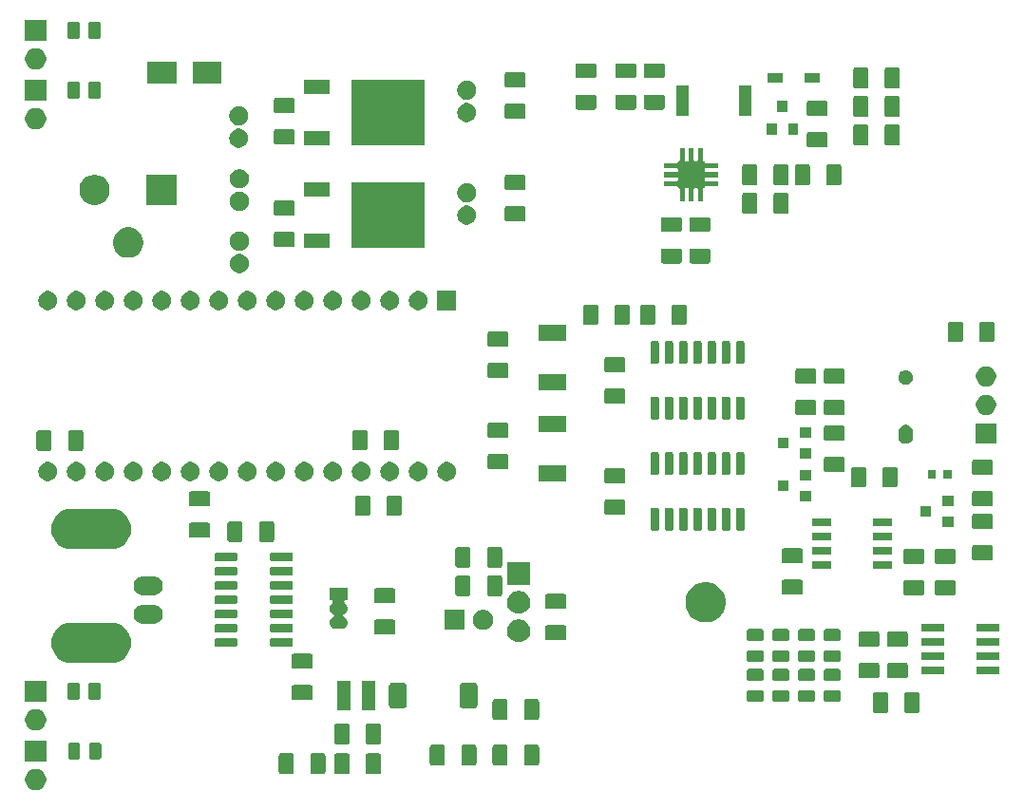
<source format=gbr>
G04 #@! TF.GenerationSoftware,KiCad,Pcbnew,(5.1.5)-3*
G04 #@! TF.CreationDate,2021-02-03T08:35:31+01:00*
G04 #@! TF.ProjectId,OpenSPAD,4f70656e-5350-4414-942e-6b696361645f,rev?*
G04 #@! TF.SameCoordinates,Original*
G04 #@! TF.FileFunction,Soldermask,Top*
G04 #@! TF.FilePolarity,Negative*
%FSLAX46Y46*%
G04 Gerber Fmt 4.6, Leading zero omitted, Abs format (unit mm)*
G04 Created by KiCad (PCBNEW (5.1.5)-3) date 2021-02-03 08:35:31*
%MOMM*%
%LPD*%
G04 APERTURE LIST*
%ADD10C,0.100000*%
G04 APERTURE END LIST*
D10*
G36*
X107646395Y-141355546D02*
G01*
X107819466Y-141427234D01*
X107819467Y-141427235D01*
X107975227Y-141531310D01*
X108107690Y-141663773D01*
X108107691Y-141663775D01*
X108211766Y-141819534D01*
X108283454Y-141992605D01*
X108320000Y-142176333D01*
X108320000Y-142363667D01*
X108283454Y-142547395D01*
X108211766Y-142720466D01*
X108211765Y-142720467D01*
X108107690Y-142876227D01*
X107975227Y-143008690D01*
X107896818Y-143061081D01*
X107819466Y-143112766D01*
X107646395Y-143184454D01*
X107462667Y-143221000D01*
X107275333Y-143221000D01*
X107091605Y-143184454D01*
X106918534Y-143112766D01*
X106841182Y-143061081D01*
X106762773Y-143008690D01*
X106630310Y-142876227D01*
X106526235Y-142720467D01*
X106526234Y-142720466D01*
X106454546Y-142547395D01*
X106418000Y-142363667D01*
X106418000Y-142176333D01*
X106454546Y-141992605D01*
X106526234Y-141819534D01*
X106630309Y-141663775D01*
X106630310Y-141663773D01*
X106762773Y-141531310D01*
X106918533Y-141427235D01*
X106918534Y-141427234D01*
X107091605Y-141355546D01*
X107275333Y-141319000D01*
X107462667Y-141319000D01*
X107646395Y-141355546D01*
G37*
G36*
X137989604Y-139951347D02*
G01*
X138026144Y-139962432D01*
X138059821Y-139980433D01*
X138089341Y-140004659D01*
X138113567Y-140034179D01*
X138131568Y-140067856D01*
X138142653Y-140104396D01*
X138147000Y-140148538D01*
X138147000Y-141597462D01*
X138142653Y-141641604D01*
X138131568Y-141678144D01*
X138113567Y-141711821D01*
X138089341Y-141741341D01*
X138059821Y-141765567D01*
X138026144Y-141783568D01*
X137989604Y-141794653D01*
X137945462Y-141799000D01*
X136996538Y-141799000D01*
X136952396Y-141794653D01*
X136915856Y-141783568D01*
X136882179Y-141765567D01*
X136852659Y-141741341D01*
X136828433Y-141711821D01*
X136810432Y-141678144D01*
X136799347Y-141641604D01*
X136795000Y-141597462D01*
X136795000Y-140148538D01*
X136799347Y-140104396D01*
X136810432Y-140067856D01*
X136828433Y-140034179D01*
X136852659Y-140004659D01*
X136882179Y-139980433D01*
X136915856Y-139962432D01*
X136952396Y-139951347D01*
X136996538Y-139947000D01*
X137945462Y-139947000D01*
X137989604Y-139951347D01*
G37*
G36*
X135189604Y-139951347D02*
G01*
X135226144Y-139962432D01*
X135259821Y-139980433D01*
X135289341Y-140004659D01*
X135313567Y-140034179D01*
X135331568Y-140067856D01*
X135342653Y-140104396D01*
X135347000Y-140148538D01*
X135347000Y-141597462D01*
X135342653Y-141641604D01*
X135331568Y-141678144D01*
X135313567Y-141711821D01*
X135289341Y-141741341D01*
X135259821Y-141765567D01*
X135226144Y-141783568D01*
X135189604Y-141794653D01*
X135145462Y-141799000D01*
X134196538Y-141799000D01*
X134152396Y-141794653D01*
X134115856Y-141783568D01*
X134082179Y-141765567D01*
X134052659Y-141741341D01*
X134028433Y-141711821D01*
X134010432Y-141678144D01*
X133999347Y-141641604D01*
X133995000Y-141597462D01*
X133995000Y-140148538D01*
X133999347Y-140104396D01*
X134010432Y-140067856D01*
X134028433Y-140034179D01*
X134052659Y-140004659D01*
X134082179Y-139980433D01*
X134115856Y-139962432D01*
X134152396Y-139951347D01*
X134196538Y-139947000D01*
X135145462Y-139947000D01*
X135189604Y-139951347D01*
G37*
G36*
X133036604Y-139951347D02*
G01*
X133073144Y-139962432D01*
X133106821Y-139980433D01*
X133136341Y-140004659D01*
X133160567Y-140034179D01*
X133178568Y-140067856D01*
X133189653Y-140104396D01*
X133194000Y-140148538D01*
X133194000Y-141597462D01*
X133189653Y-141641604D01*
X133178568Y-141678144D01*
X133160567Y-141711821D01*
X133136341Y-141741341D01*
X133106821Y-141765567D01*
X133073144Y-141783568D01*
X133036604Y-141794653D01*
X132992462Y-141799000D01*
X132043538Y-141799000D01*
X131999396Y-141794653D01*
X131962856Y-141783568D01*
X131929179Y-141765567D01*
X131899659Y-141741341D01*
X131875433Y-141711821D01*
X131857432Y-141678144D01*
X131846347Y-141641604D01*
X131842000Y-141597462D01*
X131842000Y-140148538D01*
X131846347Y-140104396D01*
X131857432Y-140067856D01*
X131875433Y-140034179D01*
X131899659Y-140004659D01*
X131929179Y-139980433D01*
X131962856Y-139962432D01*
X131999396Y-139951347D01*
X132043538Y-139947000D01*
X132992462Y-139947000D01*
X133036604Y-139951347D01*
G37*
G36*
X130236604Y-139951347D02*
G01*
X130273144Y-139962432D01*
X130306821Y-139980433D01*
X130336341Y-140004659D01*
X130360567Y-140034179D01*
X130378568Y-140067856D01*
X130389653Y-140104396D01*
X130394000Y-140148538D01*
X130394000Y-141597462D01*
X130389653Y-141641604D01*
X130378568Y-141678144D01*
X130360567Y-141711821D01*
X130336341Y-141741341D01*
X130306821Y-141765567D01*
X130273144Y-141783568D01*
X130236604Y-141794653D01*
X130192462Y-141799000D01*
X129243538Y-141799000D01*
X129199396Y-141794653D01*
X129162856Y-141783568D01*
X129129179Y-141765567D01*
X129099659Y-141741341D01*
X129075433Y-141711821D01*
X129057432Y-141678144D01*
X129046347Y-141641604D01*
X129042000Y-141597462D01*
X129042000Y-140148538D01*
X129046347Y-140104396D01*
X129057432Y-140067856D01*
X129075433Y-140034179D01*
X129099659Y-140004659D01*
X129129179Y-139980433D01*
X129162856Y-139962432D01*
X129199396Y-139951347D01*
X129243538Y-139947000D01*
X130192462Y-139947000D01*
X130236604Y-139951347D01*
G37*
G36*
X143698604Y-139189347D02*
G01*
X143735144Y-139200432D01*
X143768821Y-139218433D01*
X143798341Y-139242659D01*
X143822567Y-139272179D01*
X143840568Y-139305856D01*
X143851653Y-139342396D01*
X143856000Y-139386538D01*
X143856000Y-140835462D01*
X143851653Y-140879604D01*
X143840568Y-140916144D01*
X143822567Y-140949821D01*
X143798341Y-140979341D01*
X143768821Y-141003567D01*
X143735144Y-141021568D01*
X143698604Y-141032653D01*
X143654462Y-141037000D01*
X142705538Y-141037000D01*
X142661396Y-141032653D01*
X142624856Y-141021568D01*
X142591179Y-141003567D01*
X142561659Y-140979341D01*
X142537433Y-140949821D01*
X142519432Y-140916144D01*
X142508347Y-140879604D01*
X142504000Y-140835462D01*
X142504000Y-139386538D01*
X142508347Y-139342396D01*
X142519432Y-139305856D01*
X142537433Y-139272179D01*
X142561659Y-139242659D01*
X142591179Y-139218433D01*
X142624856Y-139200432D01*
X142661396Y-139189347D01*
X142705538Y-139185000D01*
X143654462Y-139185000D01*
X143698604Y-139189347D01*
G37*
G36*
X146498604Y-139189347D02*
G01*
X146535144Y-139200432D01*
X146568821Y-139218433D01*
X146598341Y-139242659D01*
X146622567Y-139272179D01*
X146640568Y-139305856D01*
X146651653Y-139342396D01*
X146656000Y-139386538D01*
X146656000Y-140835462D01*
X146651653Y-140879604D01*
X146640568Y-140916144D01*
X146622567Y-140949821D01*
X146598341Y-140979341D01*
X146568821Y-141003567D01*
X146535144Y-141021568D01*
X146498604Y-141032653D01*
X146454462Y-141037000D01*
X145505538Y-141037000D01*
X145461396Y-141032653D01*
X145424856Y-141021568D01*
X145391179Y-141003567D01*
X145361659Y-140979341D01*
X145337433Y-140949821D01*
X145319432Y-140916144D01*
X145308347Y-140879604D01*
X145304000Y-140835462D01*
X145304000Y-139386538D01*
X145308347Y-139342396D01*
X145319432Y-139305856D01*
X145337433Y-139272179D01*
X145361659Y-139242659D01*
X145391179Y-139218433D01*
X145424856Y-139200432D01*
X145461396Y-139189347D01*
X145505538Y-139185000D01*
X146454462Y-139185000D01*
X146498604Y-139189347D01*
G37*
G36*
X152086604Y-139189347D02*
G01*
X152123144Y-139200432D01*
X152156821Y-139218433D01*
X152186341Y-139242659D01*
X152210567Y-139272179D01*
X152228568Y-139305856D01*
X152239653Y-139342396D01*
X152244000Y-139386538D01*
X152244000Y-140835462D01*
X152239653Y-140879604D01*
X152228568Y-140916144D01*
X152210567Y-140949821D01*
X152186341Y-140979341D01*
X152156821Y-141003567D01*
X152123144Y-141021568D01*
X152086604Y-141032653D01*
X152042462Y-141037000D01*
X151093538Y-141037000D01*
X151049396Y-141032653D01*
X151012856Y-141021568D01*
X150979179Y-141003567D01*
X150949659Y-140979341D01*
X150925433Y-140949821D01*
X150907432Y-140916144D01*
X150896347Y-140879604D01*
X150892000Y-140835462D01*
X150892000Y-139386538D01*
X150896347Y-139342396D01*
X150907432Y-139305856D01*
X150925433Y-139272179D01*
X150949659Y-139242659D01*
X150979179Y-139218433D01*
X151012856Y-139200432D01*
X151049396Y-139189347D01*
X151093538Y-139185000D01*
X152042462Y-139185000D01*
X152086604Y-139189347D01*
G37*
G36*
X149286604Y-139189347D02*
G01*
X149323144Y-139200432D01*
X149356821Y-139218433D01*
X149386341Y-139242659D01*
X149410567Y-139272179D01*
X149428568Y-139305856D01*
X149439653Y-139342396D01*
X149444000Y-139386538D01*
X149444000Y-140835462D01*
X149439653Y-140879604D01*
X149428568Y-140916144D01*
X149410567Y-140949821D01*
X149386341Y-140979341D01*
X149356821Y-141003567D01*
X149323144Y-141021568D01*
X149286604Y-141032653D01*
X149242462Y-141037000D01*
X148293538Y-141037000D01*
X148249396Y-141032653D01*
X148212856Y-141021568D01*
X148179179Y-141003567D01*
X148149659Y-140979341D01*
X148125433Y-140949821D01*
X148107432Y-140916144D01*
X148096347Y-140879604D01*
X148092000Y-140835462D01*
X148092000Y-139386538D01*
X148096347Y-139342396D01*
X148107432Y-139305856D01*
X148125433Y-139272179D01*
X148149659Y-139242659D01*
X148179179Y-139218433D01*
X148212856Y-139200432D01*
X148249396Y-139189347D01*
X148293538Y-139185000D01*
X149242462Y-139185000D01*
X149286604Y-139189347D01*
G37*
G36*
X108320000Y-140681000D02*
G01*
X106418000Y-140681000D01*
X106418000Y-138779000D01*
X108320000Y-138779000D01*
X108320000Y-140681000D01*
G37*
G36*
X111169968Y-138983565D02*
G01*
X111208638Y-138995296D01*
X111244277Y-139014346D01*
X111275517Y-139039983D01*
X111301154Y-139071223D01*
X111320204Y-139106862D01*
X111331935Y-139145532D01*
X111336500Y-139191888D01*
X111336500Y-140268112D01*
X111331935Y-140314468D01*
X111320204Y-140353138D01*
X111301154Y-140388777D01*
X111275517Y-140420017D01*
X111244277Y-140445654D01*
X111208638Y-140464704D01*
X111169968Y-140476435D01*
X111123612Y-140481000D01*
X110472388Y-140481000D01*
X110426032Y-140476435D01*
X110387362Y-140464704D01*
X110351723Y-140445654D01*
X110320483Y-140420017D01*
X110294846Y-140388777D01*
X110275796Y-140353138D01*
X110264065Y-140314468D01*
X110259500Y-140268112D01*
X110259500Y-139191888D01*
X110264065Y-139145532D01*
X110275796Y-139106862D01*
X110294846Y-139071223D01*
X110320483Y-139039983D01*
X110351723Y-139014346D01*
X110387362Y-138995296D01*
X110426032Y-138983565D01*
X110472388Y-138979000D01*
X111123612Y-138979000D01*
X111169968Y-138983565D01*
G37*
G36*
X113044968Y-138983565D02*
G01*
X113083638Y-138995296D01*
X113119277Y-139014346D01*
X113150517Y-139039983D01*
X113176154Y-139071223D01*
X113195204Y-139106862D01*
X113206935Y-139145532D01*
X113211500Y-139191888D01*
X113211500Y-140268112D01*
X113206935Y-140314468D01*
X113195204Y-140353138D01*
X113176154Y-140388777D01*
X113150517Y-140420017D01*
X113119277Y-140445654D01*
X113083638Y-140464704D01*
X113044968Y-140476435D01*
X112998612Y-140481000D01*
X112347388Y-140481000D01*
X112301032Y-140476435D01*
X112262362Y-140464704D01*
X112226723Y-140445654D01*
X112195483Y-140420017D01*
X112169846Y-140388777D01*
X112150796Y-140353138D01*
X112139065Y-140314468D01*
X112134500Y-140268112D01*
X112134500Y-139191888D01*
X112139065Y-139145532D01*
X112150796Y-139106862D01*
X112169846Y-139071223D01*
X112195483Y-139039983D01*
X112226723Y-139014346D01*
X112262362Y-138995296D01*
X112301032Y-138983565D01*
X112347388Y-138979000D01*
X112998612Y-138979000D01*
X113044968Y-138983565D01*
G37*
G36*
X137989604Y-137284347D02*
G01*
X138026144Y-137295432D01*
X138059821Y-137313433D01*
X138089341Y-137337659D01*
X138113567Y-137367179D01*
X138131568Y-137400856D01*
X138142653Y-137437396D01*
X138147000Y-137481538D01*
X138147000Y-138930462D01*
X138142653Y-138974604D01*
X138131568Y-139011144D01*
X138113567Y-139044821D01*
X138089341Y-139074341D01*
X138059821Y-139098567D01*
X138026144Y-139116568D01*
X137989604Y-139127653D01*
X137945462Y-139132000D01*
X136996538Y-139132000D01*
X136952396Y-139127653D01*
X136915856Y-139116568D01*
X136882179Y-139098567D01*
X136852659Y-139074341D01*
X136828433Y-139044821D01*
X136810432Y-139011144D01*
X136799347Y-138974604D01*
X136795000Y-138930462D01*
X136795000Y-137481538D01*
X136799347Y-137437396D01*
X136810432Y-137400856D01*
X136828433Y-137367179D01*
X136852659Y-137337659D01*
X136882179Y-137313433D01*
X136915856Y-137295432D01*
X136952396Y-137284347D01*
X136996538Y-137280000D01*
X137945462Y-137280000D01*
X137989604Y-137284347D01*
G37*
G36*
X135189604Y-137284347D02*
G01*
X135226144Y-137295432D01*
X135259821Y-137313433D01*
X135289341Y-137337659D01*
X135313567Y-137367179D01*
X135331568Y-137400856D01*
X135342653Y-137437396D01*
X135347000Y-137481538D01*
X135347000Y-138930462D01*
X135342653Y-138974604D01*
X135331568Y-139011144D01*
X135313567Y-139044821D01*
X135289341Y-139074341D01*
X135259821Y-139098567D01*
X135226144Y-139116568D01*
X135189604Y-139127653D01*
X135145462Y-139132000D01*
X134196538Y-139132000D01*
X134152396Y-139127653D01*
X134115856Y-139116568D01*
X134082179Y-139098567D01*
X134052659Y-139074341D01*
X134028433Y-139044821D01*
X134010432Y-139011144D01*
X133999347Y-138974604D01*
X133995000Y-138930462D01*
X133995000Y-137481538D01*
X133999347Y-137437396D01*
X134010432Y-137400856D01*
X134028433Y-137367179D01*
X134052659Y-137337659D01*
X134082179Y-137313433D01*
X134115856Y-137295432D01*
X134152396Y-137284347D01*
X134196538Y-137280000D01*
X135145462Y-137280000D01*
X135189604Y-137284347D01*
G37*
G36*
X107646395Y-136021546D02*
G01*
X107819466Y-136093234D01*
X107860051Y-136120352D01*
X107975227Y-136197310D01*
X108107690Y-136329773D01*
X108113187Y-136338000D01*
X108211766Y-136485534D01*
X108283454Y-136658605D01*
X108320000Y-136842333D01*
X108320000Y-137029667D01*
X108283454Y-137213395D01*
X108211766Y-137386466D01*
X108160081Y-137463818D01*
X108107690Y-137542227D01*
X107975227Y-137674690D01*
X107896818Y-137727081D01*
X107819466Y-137778766D01*
X107646395Y-137850454D01*
X107462667Y-137887000D01*
X107275333Y-137887000D01*
X107091605Y-137850454D01*
X106918534Y-137778766D01*
X106841182Y-137727081D01*
X106762773Y-137674690D01*
X106630310Y-137542227D01*
X106577919Y-137463818D01*
X106526234Y-137386466D01*
X106454546Y-137213395D01*
X106418000Y-137029667D01*
X106418000Y-136842333D01*
X106454546Y-136658605D01*
X106526234Y-136485534D01*
X106624813Y-136338000D01*
X106630310Y-136329773D01*
X106762773Y-136197310D01*
X106877949Y-136120352D01*
X106918534Y-136093234D01*
X107091605Y-136021546D01*
X107275333Y-135985000D01*
X107462667Y-135985000D01*
X107646395Y-136021546D01*
G37*
G36*
X149286604Y-135125347D02*
G01*
X149323144Y-135136432D01*
X149356821Y-135154433D01*
X149386341Y-135178659D01*
X149410567Y-135208179D01*
X149428568Y-135241856D01*
X149439653Y-135278396D01*
X149444000Y-135322538D01*
X149444000Y-136771462D01*
X149439653Y-136815604D01*
X149428568Y-136852144D01*
X149410567Y-136885821D01*
X149386341Y-136915341D01*
X149356821Y-136939567D01*
X149323144Y-136957568D01*
X149286604Y-136968653D01*
X149242462Y-136973000D01*
X148293538Y-136973000D01*
X148249396Y-136968653D01*
X148212856Y-136957568D01*
X148179179Y-136939567D01*
X148149659Y-136915341D01*
X148125433Y-136885821D01*
X148107432Y-136852144D01*
X148096347Y-136815604D01*
X148092000Y-136771462D01*
X148092000Y-135322538D01*
X148096347Y-135278396D01*
X148107432Y-135241856D01*
X148125433Y-135208179D01*
X148149659Y-135178659D01*
X148179179Y-135154433D01*
X148212856Y-135136432D01*
X148249396Y-135125347D01*
X148293538Y-135121000D01*
X149242462Y-135121000D01*
X149286604Y-135125347D01*
G37*
G36*
X152086604Y-135125347D02*
G01*
X152123144Y-135136432D01*
X152156821Y-135154433D01*
X152186341Y-135178659D01*
X152210567Y-135208179D01*
X152228568Y-135241856D01*
X152239653Y-135278396D01*
X152244000Y-135322538D01*
X152244000Y-136771462D01*
X152239653Y-136815604D01*
X152228568Y-136852144D01*
X152210567Y-136885821D01*
X152186341Y-136915341D01*
X152156821Y-136939567D01*
X152123144Y-136957568D01*
X152086604Y-136968653D01*
X152042462Y-136973000D01*
X151093538Y-136973000D01*
X151049396Y-136968653D01*
X151012856Y-136957568D01*
X150979179Y-136939567D01*
X150949659Y-136915341D01*
X150925433Y-136885821D01*
X150907432Y-136852144D01*
X150896347Y-136815604D01*
X150892000Y-136771462D01*
X150892000Y-135322538D01*
X150896347Y-135278396D01*
X150907432Y-135241856D01*
X150925433Y-135208179D01*
X150949659Y-135178659D01*
X150979179Y-135154433D01*
X151012856Y-135136432D01*
X151049396Y-135125347D01*
X151093538Y-135121000D01*
X152042462Y-135121000D01*
X152086604Y-135125347D01*
G37*
G36*
X183198604Y-134490347D02*
G01*
X183235144Y-134501432D01*
X183268821Y-134519433D01*
X183298341Y-134543659D01*
X183322567Y-134573179D01*
X183340568Y-134606856D01*
X183351653Y-134643396D01*
X183356000Y-134687538D01*
X183356000Y-136136462D01*
X183351653Y-136180604D01*
X183340568Y-136217144D01*
X183322567Y-136250821D01*
X183298341Y-136280341D01*
X183268821Y-136304567D01*
X183235144Y-136322568D01*
X183198604Y-136333653D01*
X183154462Y-136338000D01*
X182205538Y-136338000D01*
X182161396Y-136333653D01*
X182124856Y-136322568D01*
X182091179Y-136304567D01*
X182061659Y-136280341D01*
X182037433Y-136250821D01*
X182019432Y-136217144D01*
X182008347Y-136180604D01*
X182004000Y-136136462D01*
X182004000Y-134687538D01*
X182008347Y-134643396D01*
X182019432Y-134606856D01*
X182037433Y-134573179D01*
X182061659Y-134543659D01*
X182091179Y-134519433D01*
X182124856Y-134501432D01*
X182161396Y-134490347D01*
X182205538Y-134486000D01*
X183154462Y-134486000D01*
X183198604Y-134490347D01*
G37*
G36*
X185998604Y-134490347D02*
G01*
X186035144Y-134501432D01*
X186068821Y-134519433D01*
X186098341Y-134543659D01*
X186122567Y-134573179D01*
X186140568Y-134606856D01*
X186151653Y-134643396D01*
X186156000Y-134687538D01*
X186156000Y-136136462D01*
X186151653Y-136180604D01*
X186140568Y-136217144D01*
X186122567Y-136250821D01*
X186098341Y-136280341D01*
X186068821Y-136304567D01*
X186035144Y-136322568D01*
X185998604Y-136333653D01*
X185954462Y-136338000D01*
X185005538Y-136338000D01*
X184961396Y-136333653D01*
X184924856Y-136322568D01*
X184891179Y-136304567D01*
X184861659Y-136280341D01*
X184837433Y-136250821D01*
X184819432Y-136217144D01*
X184808347Y-136180604D01*
X184804000Y-136136462D01*
X184804000Y-134687538D01*
X184808347Y-134643396D01*
X184819432Y-134606856D01*
X184837433Y-134573179D01*
X184861659Y-134543659D01*
X184891179Y-134519433D01*
X184924856Y-134501432D01*
X184961396Y-134490347D01*
X185005538Y-134486000D01*
X185954462Y-134486000D01*
X185998604Y-134490347D01*
G37*
G36*
X135425000Y-136103000D02*
G01*
X134263000Y-136103000D01*
X134263000Y-133451000D01*
X135425000Y-133451000D01*
X135425000Y-136103000D01*
G37*
G36*
X137625000Y-136103000D02*
G01*
X136463000Y-136103000D01*
X136463000Y-133451000D01*
X137625000Y-133451000D01*
X137625000Y-136103000D01*
G37*
G36*
X140180823Y-133633087D02*
G01*
X140244111Y-133652286D01*
X140302449Y-133683468D01*
X140353575Y-133725425D01*
X140395532Y-133776551D01*
X140426714Y-133834889D01*
X140445913Y-133898177D01*
X140453000Y-133970138D01*
X140453000Y-135583862D01*
X140445913Y-135655823D01*
X140426714Y-135719111D01*
X140395532Y-135777449D01*
X140353575Y-135828575D01*
X140302449Y-135870532D01*
X140244111Y-135901714D01*
X140180823Y-135920913D01*
X140108862Y-135928000D01*
X139195138Y-135928000D01*
X139123177Y-135920913D01*
X139059889Y-135901714D01*
X139001551Y-135870532D01*
X138950425Y-135828575D01*
X138908468Y-135777449D01*
X138877286Y-135719111D01*
X138858087Y-135655823D01*
X138851000Y-135583862D01*
X138851000Y-133970138D01*
X138858087Y-133898177D01*
X138877286Y-133834889D01*
X138908468Y-133776551D01*
X138950425Y-133725425D01*
X139001551Y-133683468D01*
X139059889Y-133652286D01*
X139123177Y-133633087D01*
X139195138Y-133626000D01*
X140108862Y-133626000D01*
X140180823Y-133633087D01*
G37*
G36*
X146480823Y-133633087D02*
G01*
X146544111Y-133652286D01*
X146602449Y-133683468D01*
X146653575Y-133725425D01*
X146695532Y-133776551D01*
X146726714Y-133834889D01*
X146745913Y-133898177D01*
X146753000Y-133970138D01*
X146753000Y-135583862D01*
X146745913Y-135655823D01*
X146726714Y-135719111D01*
X146695532Y-135777449D01*
X146653575Y-135828575D01*
X146602449Y-135870532D01*
X146544111Y-135901714D01*
X146480823Y-135920913D01*
X146408862Y-135928000D01*
X145495138Y-135928000D01*
X145423177Y-135920913D01*
X145359889Y-135901714D01*
X145301551Y-135870532D01*
X145250425Y-135828575D01*
X145208468Y-135777449D01*
X145177286Y-135719111D01*
X145158087Y-135655823D01*
X145151000Y-135583862D01*
X145151000Y-133970138D01*
X145158087Y-133898177D01*
X145177286Y-133834889D01*
X145208468Y-133776551D01*
X145250425Y-133725425D01*
X145301551Y-133683468D01*
X145359889Y-133652286D01*
X145423177Y-133633087D01*
X145495138Y-133626000D01*
X146408862Y-133626000D01*
X146480823Y-133633087D01*
G37*
G36*
X178946468Y-134291565D02*
G01*
X178985138Y-134303296D01*
X179020777Y-134322346D01*
X179052017Y-134347983D01*
X179077654Y-134379223D01*
X179096704Y-134414862D01*
X179108435Y-134453532D01*
X179113000Y-134499888D01*
X179113000Y-135151112D01*
X179108435Y-135197468D01*
X179096704Y-135236138D01*
X179077654Y-135271777D01*
X179052017Y-135303017D01*
X179020777Y-135328654D01*
X178985138Y-135347704D01*
X178946468Y-135359435D01*
X178900112Y-135364000D01*
X177823888Y-135364000D01*
X177777532Y-135359435D01*
X177738862Y-135347704D01*
X177703223Y-135328654D01*
X177671983Y-135303017D01*
X177646346Y-135271777D01*
X177627296Y-135236138D01*
X177615565Y-135197468D01*
X177611000Y-135151112D01*
X177611000Y-134499888D01*
X177615565Y-134453532D01*
X177627296Y-134414862D01*
X177646346Y-134379223D01*
X177671983Y-134347983D01*
X177703223Y-134322346D01*
X177738862Y-134303296D01*
X177777532Y-134291565D01*
X177823888Y-134287000D01*
X178900112Y-134287000D01*
X178946468Y-134291565D01*
G37*
G36*
X174374468Y-134291565D02*
G01*
X174413138Y-134303296D01*
X174448777Y-134322346D01*
X174480017Y-134347983D01*
X174505654Y-134379223D01*
X174524704Y-134414862D01*
X174536435Y-134453532D01*
X174541000Y-134499888D01*
X174541000Y-135151112D01*
X174536435Y-135197468D01*
X174524704Y-135236138D01*
X174505654Y-135271777D01*
X174480017Y-135303017D01*
X174448777Y-135328654D01*
X174413138Y-135347704D01*
X174374468Y-135359435D01*
X174328112Y-135364000D01*
X173251888Y-135364000D01*
X173205532Y-135359435D01*
X173166862Y-135347704D01*
X173131223Y-135328654D01*
X173099983Y-135303017D01*
X173074346Y-135271777D01*
X173055296Y-135236138D01*
X173043565Y-135197468D01*
X173039000Y-135151112D01*
X173039000Y-134499888D01*
X173043565Y-134453532D01*
X173055296Y-134414862D01*
X173074346Y-134379223D01*
X173099983Y-134347983D01*
X173131223Y-134322346D01*
X173166862Y-134303296D01*
X173205532Y-134291565D01*
X173251888Y-134287000D01*
X174328112Y-134287000D01*
X174374468Y-134291565D01*
G37*
G36*
X172088468Y-134291565D02*
G01*
X172127138Y-134303296D01*
X172162777Y-134322346D01*
X172194017Y-134347983D01*
X172219654Y-134379223D01*
X172238704Y-134414862D01*
X172250435Y-134453532D01*
X172255000Y-134499888D01*
X172255000Y-135151112D01*
X172250435Y-135197468D01*
X172238704Y-135236138D01*
X172219654Y-135271777D01*
X172194017Y-135303017D01*
X172162777Y-135328654D01*
X172127138Y-135347704D01*
X172088468Y-135359435D01*
X172042112Y-135364000D01*
X170965888Y-135364000D01*
X170919532Y-135359435D01*
X170880862Y-135347704D01*
X170845223Y-135328654D01*
X170813983Y-135303017D01*
X170788346Y-135271777D01*
X170769296Y-135236138D01*
X170757565Y-135197468D01*
X170753000Y-135151112D01*
X170753000Y-134499888D01*
X170757565Y-134453532D01*
X170769296Y-134414862D01*
X170788346Y-134379223D01*
X170813983Y-134347983D01*
X170845223Y-134322346D01*
X170880862Y-134303296D01*
X170919532Y-134291565D01*
X170965888Y-134287000D01*
X172042112Y-134287000D01*
X172088468Y-134291565D01*
G37*
G36*
X176660468Y-134291565D02*
G01*
X176699138Y-134303296D01*
X176734777Y-134322346D01*
X176766017Y-134347983D01*
X176791654Y-134379223D01*
X176810704Y-134414862D01*
X176822435Y-134453532D01*
X176827000Y-134499888D01*
X176827000Y-135151112D01*
X176822435Y-135197468D01*
X176810704Y-135236138D01*
X176791654Y-135271777D01*
X176766017Y-135303017D01*
X176734777Y-135328654D01*
X176699138Y-135347704D01*
X176660468Y-135359435D01*
X176614112Y-135364000D01*
X175537888Y-135364000D01*
X175491532Y-135359435D01*
X175452862Y-135347704D01*
X175417223Y-135328654D01*
X175385983Y-135303017D01*
X175360346Y-135271777D01*
X175341296Y-135236138D01*
X175329565Y-135197468D01*
X175325000Y-135151112D01*
X175325000Y-134499888D01*
X175329565Y-134453532D01*
X175341296Y-134414862D01*
X175360346Y-134379223D01*
X175385983Y-134347983D01*
X175417223Y-134322346D01*
X175452862Y-134303296D01*
X175491532Y-134291565D01*
X175537888Y-134287000D01*
X176614112Y-134287000D01*
X176660468Y-134291565D01*
G37*
G36*
X108320000Y-135347000D02*
G01*
X106418000Y-135347000D01*
X106418000Y-133445000D01*
X108320000Y-133445000D01*
X108320000Y-135347000D01*
G37*
G36*
X131886604Y-133854347D02*
G01*
X131923144Y-133865432D01*
X131956821Y-133883433D01*
X131986341Y-133907659D01*
X132010567Y-133937179D01*
X132028568Y-133970856D01*
X132039653Y-134007396D01*
X132044000Y-134051538D01*
X132044000Y-135000462D01*
X132039653Y-135044604D01*
X132028568Y-135081144D01*
X132010567Y-135114821D01*
X131986341Y-135144341D01*
X131956821Y-135168567D01*
X131923144Y-135186568D01*
X131886604Y-135197653D01*
X131842462Y-135202000D01*
X130393538Y-135202000D01*
X130349396Y-135197653D01*
X130312856Y-135186568D01*
X130279179Y-135168567D01*
X130249659Y-135144341D01*
X130225433Y-135114821D01*
X130207432Y-135081144D01*
X130196347Y-135044604D01*
X130192000Y-135000462D01*
X130192000Y-134051538D01*
X130196347Y-134007396D01*
X130207432Y-133970856D01*
X130225433Y-133937179D01*
X130249659Y-133907659D01*
X130279179Y-133883433D01*
X130312856Y-133865432D01*
X130349396Y-133854347D01*
X130393538Y-133850000D01*
X131842462Y-133850000D01*
X131886604Y-133854347D01*
G37*
G36*
X112996468Y-133649565D02*
G01*
X113035138Y-133661296D01*
X113070777Y-133680346D01*
X113102017Y-133705983D01*
X113127654Y-133737223D01*
X113146704Y-133772862D01*
X113158435Y-133811532D01*
X113163000Y-133857888D01*
X113163000Y-134934112D01*
X113158435Y-134980468D01*
X113146704Y-135019138D01*
X113127654Y-135054777D01*
X113102017Y-135086017D01*
X113070777Y-135111654D01*
X113035138Y-135130704D01*
X112996468Y-135142435D01*
X112950112Y-135147000D01*
X112298888Y-135147000D01*
X112252532Y-135142435D01*
X112213862Y-135130704D01*
X112178223Y-135111654D01*
X112146983Y-135086017D01*
X112121346Y-135054777D01*
X112102296Y-135019138D01*
X112090565Y-134980468D01*
X112086000Y-134934112D01*
X112086000Y-133857888D01*
X112090565Y-133811532D01*
X112102296Y-133772862D01*
X112121346Y-133737223D01*
X112146983Y-133705983D01*
X112178223Y-133680346D01*
X112213862Y-133661296D01*
X112252532Y-133649565D01*
X112298888Y-133645000D01*
X112950112Y-133645000D01*
X112996468Y-133649565D01*
G37*
G36*
X111121468Y-133649565D02*
G01*
X111160138Y-133661296D01*
X111195777Y-133680346D01*
X111227017Y-133705983D01*
X111252654Y-133737223D01*
X111271704Y-133772862D01*
X111283435Y-133811532D01*
X111288000Y-133857888D01*
X111288000Y-134934112D01*
X111283435Y-134980468D01*
X111271704Y-135019138D01*
X111252654Y-135054777D01*
X111227017Y-135086017D01*
X111195777Y-135111654D01*
X111160138Y-135130704D01*
X111121468Y-135142435D01*
X111075112Y-135147000D01*
X110423888Y-135147000D01*
X110377532Y-135142435D01*
X110338862Y-135130704D01*
X110303223Y-135111654D01*
X110271983Y-135086017D01*
X110246346Y-135054777D01*
X110227296Y-135019138D01*
X110215565Y-134980468D01*
X110211000Y-134934112D01*
X110211000Y-133857888D01*
X110215565Y-133811532D01*
X110227296Y-133772862D01*
X110246346Y-133737223D01*
X110271983Y-133705983D01*
X110303223Y-133680346D01*
X110338862Y-133661296D01*
X110377532Y-133649565D01*
X110423888Y-133645000D01*
X111075112Y-133645000D01*
X111121468Y-133649565D01*
G37*
G36*
X176660468Y-132416565D02*
G01*
X176699138Y-132428296D01*
X176734777Y-132447346D01*
X176766017Y-132472983D01*
X176791654Y-132504223D01*
X176810704Y-132539862D01*
X176822435Y-132578532D01*
X176827000Y-132624888D01*
X176827000Y-133276112D01*
X176822435Y-133322468D01*
X176810704Y-133361138D01*
X176791654Y-133396777D01*
X176766017Y-133428017D01*
X176734777Y-133453654D01*
X176699138Y-133472704D01*
X176660468Y-133484435D01*
X176614112Y-133489000D01*
X175537888Y-133489000D01*
X175491532Y-133484435D01*
X175452862Y-133472704D01*
X175417223Y-133453654D01*
X175385983Y-133428017D01*
X175360346Y-133396777D01*
X175341296Y-133361138D01*
X175329565Y-133322468D01*
X175325000Y-133276112D01*
X175325000Y-132624888D01*
X175329565Y-132578532D01*
X175341296Y-132539862D01*
X175360346Y-132504223D01*
X175385983Y-132472983D01*
X175417223Y-132447346D01*
X175452862Y-132428296D01*
X175491532Y-132416565D01*
X175537888Y-132412000D01*
X176614112Y-132412000D01*
X176660468Y-132416565D01*
G37*
G36*
X172088468Y-132416565D02*
G01*
X172127138Y-132428296D01*
X172162777Y-132447346D01*
X172194017Y-132472983D01*
X172219654Y-132504223D01*
X172238704Y-132539862D01*
X172250435Y-132578532D01*
X172255000Y-132624888D01*
X172255000Y-133276112D01*
X172250435Y-133322468D01*
X172238704Y-133361138D01*
X172219654Y-133396777D01*
X172194017Y-133428017D01*
X172162777Y-133453654D01*
X172127138Y-133472704D01*
X172088468Y-133484435D01*
X172042112Y-133489000D01*
X170965888Y-133489000D01*
X170919532Y-133484435D01*
X170880862Y-133472704D01*
X170845223Y-133453654D01*
X170813983Y-133428017D01*
X170788346Y-133396777D01*
X170769296Y-133361138D01*
X170757565Y-133322468D01*
X170753000Y-133276112D01*
X170753000Y-132624888D01*
X170757565Y-132578532D01*
X170769296Y-132539862D01*
X170788346Y-132504223D01*
X170813983Y-132472983D01*
X170845223Y-132447346D01*
X170880862Y-132428296D01*
X170919532Y-132416565D01*
X170965888Y-132412000D01*
X172042112Y-132412000D01*
X172088468Y-132416565D01*
G37*
G36*
X174374468Y-132416565D02*
G01*
X174413138Y-132428296D01*
X174448777Y-132447346D01*
X174480017Y-132472983D01*
X174505654Y-132504223D01*
X174524704Y-132539862D01*
X174536435Y-132578532D01*
X174541000Y-132624888D01*
X174541000Y-133276112D01*
X174536435Y-133322468D01*
X174524704Y-133361138D01*
X174505654Y-133396777D01*
X174480017Y-133428017D01*
X174448777Y-133453654D01*
X174413138Y-133472704D01*
X174374468Y-133484435D01*
X174328112Y-133489000D01*
X173251888Y-133489000D01*
X173205532Y-133484435D01*
X173166862Y-133472704D01*
X173131223Y-133453654D01*
X173099983Y-133428017D01*
X173074346Y-133396777D01*
X173055296Y-133361138D01*
X173043565Y-133322468D01*
X173039000Y-133276112D01*
X173039000Y-132624888D01*
X173043565Y-132578532D01*
X173055296Y-132539862D01*
X173074346Y-132504223D01*
X173099983Y-132472983D01*
X173131223Y-132447346D01*
X173166862Y-132428296D01*
X173205532Y-132416565D01*
X173251888Y-132412000D01*
X174328112Y-132412000D01*
X174374468Y-132416565D01*
G37*
G36*
X178946468Y-132416565D02*
G01*
X178985138Y-132428296D01*
X179020777Y-132447346D01*
X179052017Y-132472983D01*
X179077654Y-132504223D01*
X179096704Y-132539862D01*
X179108435Y-132578532D01*
X179113000Y-132624888D01*
X179113000Y-133276112D01*
X179108435Y-133322468D01*
X179096704Y-133361138D01*
X179077654Y-133396777D01*
X179052017Y-133428017D01*
X179020777Y-133453654D01*
X178985138Y-133472704D01*
X178946468Y-133484435D01*
X178900112Y-133489000D01*
X177823888Y-133489000D01*
X177777532Y-133484435D01*
X177738862Y-133472704D01*
X177703223Y-133453654D01*
X177671983Y-133428017D01*
X177646346Y-133396777D01*
X177627296Y-133361138D01*
X177615565Y-133322468D01*
X177611000Y-133276112D01*
X177611000Y-132624888D01*
X177615565Y-132578532D01*
X177627296Y-132539862D01*
X177646346Y-132504223D01*
X177671983Y-132472983D01*
X177703223Y-132447346D01*
X177738862Y-132428296D01*
X177777532Y-132416565D01*
X177823888Y-132412000D01*
X178900112Y-132412000D01*
X178946468Y-132416565D01*
G37*
G36*
X182402604Y-131876347D02*
G01*
X182439144Y-131887432D01*
X182472821Y-131905433D01*
X182502341Y-131929659D01*
X182526567Y-131959179D01*
X182544568Y-131992856D01*
X182555653Y-132029396D01*
X182560000Y-132073538D01*
X182560000Y-133022462D01*
X182555653Y-133066604D01*
X182544568Y-133103144D01*
X182526567Y-133136821D01*
X182502341Y-133166341D01*
X182472821Y-133190567D01*
X182439144Y-133208568D01*
X182402604Y-133219653D01*
X182358462Y-133224000D01*
X180909538Y-133224000D01*
X180865396Y-133219653D01*
X180828856Y-133208568D01*
X180795179Y-133190567D01*
X180765659Y-133166341D01*
X180741433Y-133136821D01*
X180723432Y-133103144D01*
X180712347Y-133066604D01*
X180708000Y-133022462D01*
X180708000Y-132073538D01*
X180712347Y-132029396D01*
X180723432Y-131992856D01*
X180741433Y-131959179D01*
X180765659Y-131929659D01*
X180795179Y-131905433D01*
X180828856Y-131887432D01*
X180865396Y-131876347D01*
X180909538Y-131872000D01*
X182358462Y-131872000D01*
X182402604Y-131876347D01*
G37*
G36*
X184942604Y-131876347D02*
G01*
X184979144Y-131887432D01*
X185012821Y-131905433D01*
X185042341Y-131929659D01*
X185066567Y-131959179D01*
X185084568Y-131992856D01*
X185095653Y-132029396D01*
X185100000Y-132073538D01*
X185100000Y-133022462D01*
X185095653Y-133066604D01*
X185084568Y-133103144D01*
X185066567Y-133136821D01*
X185042341Y-133166341D01*
X185012821Y-133190567D01*
X184979144Y-133208568D01*
X184942604Y-133219653D01*
X184898462Y-133224000D01*
X183449538Y-133224000D01*
X183405396Y-133219653D01*
X183368856Y-133208568D01*
X183335179Y-133190567D01*
X183305659Y-133166341D01*
X183281433Y-133136821D01*
X183263432Y-133103144D01*
X183252347Y-133066604D01*
X183248000Y-133022462D01*
X183248000Y-132073538D01*
X183252347Y-132029396D01*
X183263432Y-131992856D01*
X183281433Y-131959179D01*
X183305659Y-131929659D01*
X183335179Y-131905433D01*
X183368856Y-131887432D01*
X183405396Y-131876347D01*
X183449538Y-131872000D01*
X184898462Y-131872000D01*
X184942604Y-131876347D01*
G37*
G36*
X193201928Y-132196764D02*
G01*
X193223009Y-132203160D01*
X193242445Y-132213548D01*
X193259476Y-132227524D01*
X193273452Y-132244555D01*
X193283840Y-132263991D01*
X193290236Y-132285072D01*
X193293000Y-132313140D01*
X193293000Y-132776860D01*
X193290236Y-132804928D01*
X193283840Y-132826009D01*
X193273452Y-132845445D01*
X193259476Y-132862476D01*
X193242445Y-132876452D01*
X193223009Y-132886840D01*
X193201928Y-132893236D01*
X193173860Y-132896000D01*
X191360140Y-132896000D01*
X191332072Y-132893236D01*
X191310991Y-132886840D01*
X191291555Y-132876452D01*
X191274524Y-132862476D01*
X191260548Y-132845445D01*
X191250160Y-132826009D01*
X191243764Y-132804928D01*
X191241000Y-132776860D01*
X191241000Y-132313140D01*
X191243764Y-132285072D01*
X191250160Y-132263991D01*
X191260548Y-132244555D01*
X191274524Y-132227524D01*
X191291555Y-132213548D01*
X191310991Y-132203160D01*
X191332072Y-132196764D01*
X191360140Y-132194000D01*
X193173860Y-132194000D01*
X193201928Y-132196764D01*
G37*
G36*
X188251928Y-132196764D02*
G01*
X188273009Y-132203160D01*
X188292445Y-132213548D01*
X188309476Y-132227524D01*
X188323452Y-132244555D01*
X188333840Y-132263991D01*
X188340236Y-132285072D01*
X188343000Y-132313140D01*
X188343000Y-132776860D01*
X188340236Y-132804928D01*
X188333840Y-132826009D01*
X188323452Y-132845445D01*
X188309476Y-132862476D01*
X188292445Y-132876452D01*
X188273009Y-132886840D01*
X188251928Y-132893236D01*
X188223860Y-132896000D01*
X186410140Y-132896000D01*
X186382072Y-132893236D01*
X186360991Y-132886840D01*
X186341555Y-132876452D01*
X186324524Y-132862476D01*
X186310548Y-132845445D01*
X186300160Y-132826009D01*
X186293764Y-132804928D01*
X186291000Y-132776860D01*
X186291000Y-132313140D01*
X186293764Y-132285072D01*
X186300160Y-132263991D01*
X186310548Y-132244555D01*
X186324524Y-132227524D01*
X186341555Y-132213548D01*
X186360991Y-132203160D01*
X186382072Y-132196764D01*
X186410140Y-132194000D01*
X188223860Y-132194000D01*
X188251928Y-132196764D01*
G37*
G36*
X131886604Y-131054347D02*
G01*
X131923144Y-131065432D01*
X131956821Y-131083433D01*
X131986341Y-131107659D01*
X132010567Y-131137179D01*
X132028568Y-131170856D01*
X132039653Y-131207396D01*
X132044000Y-131251538D01*
X132044000Y-132200462D01*
X132039653Y-132244604D01*
X132028568Y-132281144D01*
X132010567Y-132314821D01*
X131986341Y-132344341D01*
X131956821Y-132368567D01*
X131923144Y-132386568D01*
X131886604Y-132397653D01*
X131842462Y-132402000D01*
X130393538Y-132402000D01*
X130349396Y-132397653D01*
X130312856Y-132386568D01*
X130279179Y-132368567D01*
X130249659Y-132344341D01*
X130225433Y-132314821D01*
X130207432Y-132281144D01*
X130196347Y-132244604D01*
X130192000Y-132200462D01*
X130192000Y-131251538D01*
X130196347Y-131207396D01*
X130207432Y-131170856D01*
X130225433Y-131137179D01*
X130249659Y-131107659D01*
X130279179Y-131083433D01*
X130312856Y-131065432D01*
X130349396Y-131054347D01*
X130393538Y-131050000D01*
X131842462Y-131050000D01*
X131886604Y-131054347D01*
G37*
G36*
X114174690Y-128278400D02*
G01*
X114425058Y-128303059D01*
X114764548Y-128406042D01*
X114764550Y-128406043D01*
X115077422Y-128573277D01*
X115351661Y-128798339D01*
X115576723Y-129072578D01*
X115699534Y-129302341D01*
X115743958Y-129385452D01*
X115846941Y-129724942D01*
X115881714Y-130078000D01*
X115846941Y-130431058D01*
X115743958Y-130770548D01*
X115743957Y-130770550D01*
X115576723Y-131083422D01*
X115351661Y-131357661D01*
X115077422Y-131582723D01*
X114770050Y-131747017D01*
X114764548Y-131749958D01*
X114425058Y-131852941D01*
X114248669Y-131870314D01*
X114160476Y-131879000D01*
X110483524Y-131879000D01*
X110395331Y-131870314D01*
X110218942Y-131852941D01*
X109879452Y-131749958D01*
X109873950Y-131747017D01*
X109566578Y-131582723D01*
X109292339Y-131357661D01*
X109067277Y-131083422D01*
X108900043Y-130770550D01*
X108900042Y-130770548D01*
X108797059Y-130431058D01*
X108762286Y-130078000D01*
X108797059Y-129724942D01*
X108900042Y-129385452D01*
X108944466Y-129302341D01*
X109067277Y-129072578D01*
X109292339Y-128798339D01*
X109566578Y-128573277D01*
X109879450Y-128406043D01*
X109879452Y-128406042D01*
X110218942Y-128303059D01*
X110469310Y-128278400D01*
X110483524Y-128277000D01*
X114160476Y-128277000D01*
X114174690Y-128278400D01*
G37*
G36*
X172088468Y-130735565D02*
G01*
X172127138Y-130747296D01*
X172162777Y-130766346D01*
X172194017Y-130791983D01*
X172219654Y-130823223D01*
X172238704Y-130858862D01*
X172250435Y-130897532D01*
X172255000Y-130943888D01*
X172255000Y-131595112D01*
X172250435Y-131641468D01*
X172238704Y-131680138D01*
X172219654Y-131715777D01*
X172194017Y-131747017D01*
X172162777Y-131772654D01*
X172127138Y-131791704D01*
X172088468Y-131803435D01*
X172042112Y-131808000D01*
X170965888Y-131808000D01*
X170919532Y-131803435D01*
X170880862Y-131791704D01*
X170845223Y-131772654D01*
X170813983Y-131747017D01*
X170788346Y-131715777D01*
X170769296Y-131680138D01*
X170757565Y-131641468D01*
X170753000Y-131595112D01*
X170753000Y-130943888D01*
X170757565Y-130897532D01*
X170769296Y-130858862D01*
X170788346Y-130823223D01*
X170813983Y-130791983D01*
X170845223Y-130766346D01*
X170880862Y-130747296D01*
X170919532Y-130735565D01*
X170965888Y-130731000D01*
X172042112Y-130731000D01*
X172088468Y-130735565D01*
G37*
G36*
X174374468Y-130735565D02*
G01*
X174413138Y-130747296D01*
X174448777Y-130766346D01*
X174480017Y-130791983D01*
X174505654Y-130823223D01*
X174524704Y-130858862D01*
X174536435Y-130897532D01*
X174541000Y-130943888D01*
X174541000Y-131595112D01*
X174536435Y-131641468D01*
X174524704Y-131680138D01*
X174505654Y-131715777D01*
X174480017Y-131747017D01*
X174448777Y-131772654D01*
X174413138Y-131791704D01*
X174374468Y-131803435D01*
X174328112Y-131808000D01*
X173251888Y-131808000D01*
X173205532Y-131803435D01*
X173166862Y-131791704D01*
X173131223Y-131772654D01*
X173099983Y-131747017D01*
X173074346Y-131715777D01*
X173055296Y-131680138D01*
X173043565Y-131641468D01*
X173039000Y-131595112D01*
X173039000Y-130943888D01*
X173043565Y-130897532D01*
X173055296Y-130858862D01*
X173074346Y-130823223D01*
X173099983Y-130791983D01*
X173131223Y-130766346D01*
X173166862Y-130747296D01*
X173205532Y-130735565D01*
X173251888Y-130731000D01*
X174328112Y-130731000D01*
X174374468Y-130735565D01*
G37*
G36*
X176660468Y-130735565D02*
G01*
X176699138Y-130747296D01*
X176734777Y-130766346D01*
X176766017Y-130791983D01*
X176791654Y-130823223D01*
X176810704Y-130858862D01*
X176822435Y-130897532D01*
X176827000Y-130943888D01*
X176827000Y-131595112D01*
X176822435Y-131641468D01*
X176810704Y-131680138D01*
X176791654Y-131715777D01*
X176766017Y-131747017D01*
X176734777Y-131772654D01*
X176699138Y-131791704D01*
X176660468Y-131803435D01*
X176614112Y-131808000D01*
X175537888Y-131808000D01*
X175491532Y-131803435D01*
X175452862Y-131791704D01*
X175417223Y-131772654D01*
X175385983Y-131747017D01*
X175360346Y-131715777D01*
X175341296Y-131680138D01*
X175329565Y-131641468D01*
X175325000Y-131595112D01*
X175325000Y-130943888D01*
X175329565Y-130897532D01*
X175341296Y-130858862D01*
X175360346Y-130823223D01*
X175385983Y-130791983D01*
X175417223Y-130766346D01*
X175452862Y-130747296D01*
X175491532Y-130735565D01*
X175537888Y-130731000D01*
X176614112Y-130731000D01*
X176660468Y-130735565D01*
G37*
G36*
X178946468Y-130735565D02*
G01*
X178985138Y-130747296D01*
X179020777Y-130766346D01*
X179052017Y-130791983D01*
X179077654Y-130823223D01*
X179096704Y-130858862D01*
X179108435Y-130897532D01*
X179113000Y-130943888D01*
X179113000Y-131595112D01*
X179108435Y-131641468D01*
X179096704Y-131680138D01*
X179077654Y-131715777D01*
X179052017Y-131747017D01*
X179020777Y-131772654D01*
X178985138Y-131791704D01*
X178946468Y-131803435D01*
X178900112Y-131808000D01*
X177823888Y-131808000D01*
X177777532Y-131803435D01*
X177738862Y-131791704D01*
X177703223Y-131772654D01*
X177671983Y-131747017D01*
X177646346Y-131715777D01*
X177627296Y-131680138D01*
X177615565Y-131641468D01*
X177611000Y-131595112D01*
X177611000Y-130943888D01*
X177615565Y-130897532D01*
X177627296Y-130858862D01*
X177646346Y-130823223D01*
X177671983Y-130791983D01*
X177703223Y-130766346D01*
X177738862Y-130747296D01*
X177777532Y-130735565D01*
X177823888Y-130731000D01*
X178900112Y-130731000D01*
X178946468Y-130735565D01*
G37*
G36*
X188251928Y-130926764D02*
G01*
X188273009Y-130933160D01*
X188292445Y-130943548D01*
X188309476Y-130957524D01*
X188323452Y-130974555D01*
X188333840Y-130993991D01*
X188340236Y-131015072D01*
X188343000Y-131043140D01*
X188343000Y-131506860D01*
X188340236Y-131534928D01*
X188333840Y-131556009D01*
X188323452Y-131575445D01*
X188309476Y-131592476D01*
X188292445Y-131606452D01*
X188273009Y-131616840D01*
X188251928Y-131623236D01*
X188223860Y-131626000D01*
X186410140Y-131626000D01*
X186382072Y-131623236D01*
X186360991Y-131616840D01*
X186341555Y-131606452D01*
X186324524Y-131592476D01*
X186310548Y-131575445D01*
X186300160Y-131556009D01*
X186293764Y-131534928D01*
X186291000Y-131506860D01*
X186291000Y-131043140D01*
X186293764Y-131015072D01*
X186300160Y-130993991D01*
X186310548Y-130974555D01*
X186324524Y-130957524D01*
X186341555Y-130943548D01*
X186360991Y-130933160D01*
X186382072Y-130926764D01*
X186410140Y-130924000D01*
X188223860Y-130924000D01*
X188251928Y-130926764D01*
G37*
G36*
X193201928Y-130926764D02*
G01*
X193223009Y-130933160D01*
X193242445Y-130943548D01*
X193259476Y-130957524D01*
X193273452Y-130974555D01*
X193283840Y-130993991D01*
X193290236Y-131015072D01*
X193293000Y-131043140D01*
X193293000Y-131506860D01*
X193290236Y-131534928D01*
X193283840Y-131556009D01*
X193273452Y-131575445D01*
X193259476Y-131592476D01*
X193242445Y-131606452D01*
X193223009Y-131616840D01*
X193201928Y-131623236D01*
X193173860Y-131626000D01*
X191360140Y-131626000D01*
X191332072Y-131623236D01*
X191310991Y-131616840D01*
X191291555Y-131606452D01*
X191274524Y-131592476D01*
X191260548Y-131575445D01*
X191250160Y-131556009D01*
X191243764Y-131534928D01*
X191241000Y-131506860D01*
X191241000Y-131043140D01*
X191243764Y-131015072D01*
X191250160Y-130993991D01*
X191260548Y-130974555D01*
X191274524Y-130957524D01*
X191291555Y-130943548D01*
X191310991Y-130933160D01*
X191332072Y-130926764D01*
X191360140Y-130924000D01*
X193173860Y-130924000D01*
X193201928Y-130926764D01*
G37*
G36*
X184942604Y-129076347D02*
G01*
X184979144Y-129087432D01*
X185012821Y-129105433D01*
X185042341Y-129129659D01*
X185066567Y-129159179D01*
X185084568Y-129192856D01*
X185095653Y-129229396D01*
X185100000Y-129273538D01*
X185100000Y-130222462D01*
X185095653Y-130266604D01*
X185084568Y-130303144D01*
X185066567Y-130336821D01*
X185042341Y-130366341D01*
X185012821Y-130390567D01*
X184979144Y-130408568D01*
X184942604Y-130419653D01*
X184898462Y-130424000D01*
X183449538Y-130424000D01*
X183405396Y-130419653D01*
X183368856Y-130408568D01*
X183335179Y-130390567D01*
X183305659Y-130366341D01*
X183281433Y-130336821D01*
X183263432Y-130303144D01*
X183252347Y-130266604D01*
X183248000Y-130222462D01*
X183248000Y-129273538D01*
X183252347Y-129229396D01*
X183263432Y-129192856D01*
X183281433Y-129159179D01*
X183305659Y-129129659D01*
X183335179Y-129105433D01*
X183368856Y-129087432D01*
X183405396Y-129076347D01*
X183449538Y-129072000D01*
X184898462Y-129072000D01*
X184942604Y-129076347D01*
G37*
G36*
X182402604Y-129076347D02*
G01*
X182439144Y-129087432D01*
X182472821Y-129105433D01*
X182502341Y-129129659D01*
X182526567Y-129159179D01*
X182544568Y-129192856D01*
X182555653Y-129229396D01*
X182560000Y-129273538D01*
X182560000Y-130222462D01*
X182555653Y-130266604D01*
X182544568Y-130303144D01*
X182526567Y-130336821D01*
X182502341Y-130366341D01*
X182472821Y-130390567D01*
X182439144Y-130408568D01*
X182402604Y-130419653D01*
X182358462Y-130424000D01*
X180909538Y-130424000D01*
X180865396Y-130419653D01*
X180828856Y-130408568D01*
X180795179Y-130390567D01*
X180765659Y-130366341D01*
X180741433Y-130336821D01*
X180723432Y-130303144D01*
X180712347Y-130266604D01*
X180708000Y-130222462D01*
X180708000Y-129273538D01*
X180712347Y-129229396D01*
X180723432Y-129192856D01*
X180741433Y-129159179D01*
X180765659Y-129129659D01*
X180795179Y-129105433D01*
X180828856Y-129087432D01*
X180865396Y-129076347D01*
X180909538Y-129072000D01*
X182358462Y-129072000D01*
X182402604Y-129076347D01*
G37*
G36*
X125270928Y-129699764D02*
G01*
X125292009Y-129706160D01*
X125311445Y-129716548D01*
X125328476Y-129730524D01*
X125342452Y-129747555D01*
X125352840Y-129766991D01*
X125359236Y-129788072D01*
X125362000Y-129816140D01*
X125362000Y-130279860D01*
X125359236Y-130307928D01*
X125352840Y-130329009D01*
X125342452Y-130348445D01*
X125328476Y-130365476D01*
X125311445Y-130379452D01*
X125292009Y-130389840D01*
X125270928Y-130396236D01*
X125242860Y-130399000D01*
X123429140Y-130399000D01*
X123401072Y-130396236D01*
X123379991Y-130389840D01*
X123360555Y-130379452D01*
X123343524Y-130365476D01*
X123329548Y-130348445D01*
X123319160Y-130329009D01*
X123312764Y-130307928D01*
X123310000Y-130279860D01*
X123310000Y-129816140D01*
X123312764Y-129788072D01*
X123319160Y-129766991D01*
X123329548Y-129747555D01*
X123343524Y-129730524D01*
X123360555Y-129716548D01*
X123379991Y-129706160D01*
X123401072Y-129699764D01*
X123429140Y-129697000D01*
X125242860Y-129697000D01*
X125270928Y-129699764D01*
G37*
G36*
X130220928Y-129699764D02*
G01*
X130242009Y-129706160D01*
X130261445Y-129716548D01*
X130278476Y-129730524D01*
X130292452Y-129747555D01*
X130302840Y-129766991D01*
X130309236Y-129788072D01*
X130312000Y-129816140D01*
X130312000Y-130279860D01*
X130309236Y-130307928D01*
X130302840Y-130329009D01*
X130292452Y-130348445D01*
X130278476Y-130365476D01*
X130261445Y-130379452D01*
X130242009Y-130389840D01*
X130220928Y-130396236D01*
X130192860Y-130399000D01*
X128379140Y-130399000D01*
X128351072Y-130396236D01*
X128329991Y-130389840D01*
X128310555Y-130379452D01*
X128293524Y-130365476D01*
X128279548Y-130348445D01*
X128269160Y-130329009D01*
X128262764Y-130307928D01*
X128260000Y-130279860D01*
X128260000Y-129816140D01*
X128262764Y-129788072D01*
X128269160Y-129766991D01*
X128279548Y-129747555D01*
X128293524Y-129730524D01*
X128310555Y-129716548D01*
X128329991Y-129706160D01*
X128351072Y-129699764D01*
X128379140Y-129697000D01*
X130192860Y-129697000D01*
X130220928Y-129699764D01*
G37*
G36*
X188251928Y-129656764D02*
G01*
X188273009Y-129663160D01*
X188292445Y-129673548D01*
X188309476Y-129687524D01*
X188323452Y-129704555D01*
X188333840Y-129723991D01*
X188340236Y-129745072D01*
X188343000Y-129773140D01*
X188343000Y-130236860D01*
X188340236Y-130264928D01*
X188333840Y-130286009D01*
X188323452Y-130305445D01*
X188309476Y-130322476D01*
X188292445Y-130336452D01*
X188273009Y-130346840D01*
X188251928Y-130353236D01*
X188223860Y-130356000D01*
X186410140Y-130356000D01*
X186382072Y-130353236D01*
X186360991Y-130346840D01*
X186341555Y-130336452D01*
X186324524Y-130322476D01*
X186310548Y-130305445D01*
X186300160Y-130286009D01*
X186293764Y-130264928D01*
X186291000Y-130236860D01*
X186291000Y-129773140D01*
X186293764Y-129745072D01*
X186300160Y-129723991D01*
X186310548Y-129704555D01*
X186324524Y-129687524D01*
X186341555Y-129673548D01*
X186360991Y-129663160D01*
X186382072Y-129656764D01*
X186410140Y-129654000D01*
X188223860Y-129654000D01*
X188251928Y-129656764D01*
G37*
G36*
X193201928Y-129656764D02*
G01*
X193223009Y-129663160D01*
X193242445Y-129673548D01*
X193259476Y-129687524D01*
X193273452Y-129704555D01*
X193283840Y-129723991D01*
X193290236Y-129745072D01*
X193293000Y-129773140D01*
X193293000Y-130236860D01*
X193290236Y-130264928D01*
X193283840Y-130286009D01*
X193273452Y-130305445D01*
X193259476Y-130322476D01*
X193242445Y-130336452D01*
X193223009Y-130346840D01*
X193201928Y-130353236D01*
X193173860Y-130356000D01*
X191360140Y-130356000D01*
X191332072Y-130353236D01*
X191310991Y-130346840D01*
X191291555Y-130336452D01*
X191274524Y-130322476D01*
X191260548Y-130305445D01*
X191250160Y-130286009D01*
X191243764Y-130264928D01*
X191241000Y-130236860D01*
X191241000Y-129773140D01*
X191243764Y-129745072D01*
X191250160Y-129723991D01*
X191260548Y-129704555D01*
X191274524Y-129687524D01*
X191291555Y-129673548D01*
X191310991Y-129663160D01*
X191332072Y-129656764D01*
X191360140Y-129654000D01*
X193173860Y-129654000D01*
X193201928Y-129656764D01*
G37*
G36*
X150554331Y-128008000D02*
G01*
X150666220Y-128019020D01*
X150855381Y-128076401D01*
X151029712Y-128169583D01*
X151182515Y-128294985D01*
X151307917Y-128447788D01*
X151401099Y-128622119D01*
X151458480Y-128811280D01*
X151477855Y-129008000D01*
X151458480Y-129204720D01*
X151401099Y-129393881D01*
X151307917Y-129568212D01*
X151182515Y-129721015D01*
X151029712Y-129846417D01*
X150855381Y-129939599D01*
X150666220Y-129996980D01*
X150567936Y-130006660D01*
X150518795Y-130011500D01*
X150325205Y-130011500D01*
X150276064Y-130006660D01*
X150177780Y-129996980D01*
X149988619Y-129939599D01*
X149814288Y-129846417D01*
X149661485Y-129721015D01*
X149536083Y-129568212D01*
X149442901Y-129393881D01*
X149385520Y-129204720D01*
X149366145Y-129008000D01*
X149385520Y-128811280D01*
X149442901Y-128622119D01*
X149536083Y-128447788D01*
X149661485Y-128294985D01*
X149814288Y-128169583D01*
X149988619Y-128076401D01*
X150177780Y-128019020D01*
X150289669Y-128008000D01*
X150325205Y-128004500D01*
X150518795Y-128004500D01*
X150554331Y-128008000D01*
G37*
G36*
X172088468Y-128860565D02*
G01*
X172127138Y-128872296D01*
X172162777Y-128891346D01*
X172194017Y-128916983D01*
X172219654Y-128948223D01*
X172238704Y-128983862D01*
X172250435Y-129022532D01*
X172255000Y-129068888D01*
X172255000Y-129720112D01*
X172250435Y-129766468D01*
X172238704Y-129805138D01*
X172219654Y-129840777D01*
X172194017Y-129872017D01*
X172162777Y-129897654D01*
X172127138Y-129916704D01*
X172088468Y-129928435D01*
X172042112Y-129933000D01*
X170965888Y-129933000D01*
X170919532Y-129928435D01*
X170880862Y-129916704D01*
X170845223Y-129897654D01*
X170813983Y-129872017D01*
X170788346Y-129840777D01*
X170769296Y-129805138D01*
X170757565Y-129766468D01*
X170753000Y-129720112D01*
X170753000Y-129068888D01*
X170757565Y-129022532D01*
X170769296Y-128983862D01*
X170788346Y-128948223D01*
X170813983Y-128916983D01*
X170845223Y-128891346D01*
X170880862Y-128872296D01*
X170919532Y-128860565D01*
X170965888Y-128856000D01*
X172042112Y-128856000D01*
X172088468Y-128860565D01*
G37*
G36*
X174374468Y-128860565D02*
G01*
X174413138Y-128872296D01*
X174448777Y-128891346D01*
X174480017Y-128916983D01*
X174505654Y-128948223D01*
X174524704Y-128983862D01*
X174536435Y-129022532D01*
X174541000Y-129068888D01*
X174541000Y-129720112D01*
X174536435Y-129766468D01*
X174524704Y-129805138D01*
X174505654Y-129840777D01*
X174480017Y-129872017D01*
X174448777Y-129897654D01*
X174413138Y-129916704D01*
X174374468Y-129928435D01*
X174328112Y-129933000D01*
X173251888Y-129933000D01*
X173205532Y-129928435D01*
X173166862Y-129916704D01*
X173131223Y-129897654D01*
X173099983Y-129872017D01*
X173074346Y-129840777D01*
X173055296Y-129805138D01*
X173043565Y-129766468D01*
X173039000Y-129720112D01*
X173039000Y-129068888D01*
X173043565Y-129022532D01*
X173055296Y-128983862D01*
X173074346Y-128948223D01*
X173099983Y-128916983D01*
X173131223Y-128891346D01*
X173166862Y-128872296D01*
X173205532Y-128860565D01*
X173251888Y-128856000D01*
X174328112Y-128856000D01*
X174374468Y-128860565D01*
G37*
G36*
X176660468Y-128860565D02*
G01*
X176699138Y-128872296D01*
X176734777Y-128891346D01*
X176766017Y-128916983D01*
X176791654Y-128948223D01*
X176810704Y-128983862D01*
X176822435Y-129022532D01*
X176827000Y-129068888D01*
X176827000Y-129720112D01*
X176822435Y-129766468D01*
X176810704Y-129805138D01*
X176791654Y-129840777D01*
X176766017Y-129872017D01*
X176734777Y-129897654D01*
X176699138Y-129916704D01*
X176660468Y-129928435D01*
X176614112Y-129933000D01*
X175537888Y-129933000D01*
X175491532Y-129928435D01*
X175452862Y-129916704D01*
X175417223Y-129897654D01*
X175385983Y-129872017D01*
X175360346Y-129840777D01*
X175341296Y-129805138D01*
X175329565Y-129766468D01*
X175325000Y-129720112D01*
X175325000Y-129068888D01*
X175329565Y-129022532D01*
X175341296Y-128983862D01*
X175360346Y-128948223D01*
X175385983Y-128916983D01*
X175417223Y-128891346D01*
X175452862Y-128872296D01*
X175491532Y-128860565D01*
X175537888Y-128856000D01*
X176614112Y-128856000D01*
X176660468Y-128860565D01*
G37*
G36*
X178946468Y-128860565D02*
G01*
X178985138Y-128872296D01*
X179020777Y-128891346D01*
X179052017Y-128916983D01*
X179077654Y-128948223D01*
X179096704Y-128983862D01*
X179108435Y-129022532D01*
X179113000Y-129068888D01*
X179113000Y-129720112D01*
X179108435Y-129766468D01*
X179096704Y-129805138D01*
X179077654Y-129840777D01*
X179052017Y-129872017D01*
X179020777Y-129897654D01*
X178985138Y-129916704D01*
X178946468Y-129928435D01*
X178900112Y-129933000D01*
X177823888Y-129933000D01*
X177777532Y-129928435D01*
X177738862Y-129916704D01*
X177703223Y-129897654D01*
X177671983Y-129872017D01*
X177646346Y-129840777D01*
X177627296Y-129805138D01*
X177615565Y-129766468D01*
X177611000Y-129720112D01*
X177611000Y-129068888D01*
X177615565Y-129022532D01*
X177627296Y-128983862D01*
X177646346Y-128948223D01*
X177671983Y-128916983D01*
X177703223Y-128891346D01*
X177738862Y-128872296D01*
X177777532Y-128860565D01*
X177823888Y-128856000D01*
X178900112Y-128856000D01*
X178946468Y-128860565D01*
G37*
G36*
X154492604Y-128520347D02*
G01*
X154529144Y-128531432D01*
X154562821Y-128549433D01*
X154592341Y-128573659D01*
X154616567Y-128603179D01*
X154634568Y-128636856D01*
X154645653Y-128673396D01*
X154650000Y-128717538D01*
X154650000Y-129666462D01*
X154645653Y-129710604D01*
X154634568Y-129747144D01*
X154616567Y-129780821D01*
X154592341Y-129810341D01*
X154562821Y-129834567D01*
X154529144Y-129852568D01*
X154492604Y-129863653D01*
X154448462Y-129868000D01*
X152999538Y-129868000D01*
X152955396Y-129863653D01*
X152918856Y-129852568D01*
X152885179Y-129834567D01*
X152855659Y-129810341D01*
X152831433Y-129780821D01*
X152813432Y-129747144D01*
X152802347Y-129710604D01*
X152798000Y-129666462D01*
X152798000Y-128717538D01*
X152802347Y-128673396D01*
X152813432Y-128636856D01*
X152831433Y-128603179D01*
X152855659Y-128573659D01*
X152885179Y-128549433D01*
X152918856Y-128531432D01*
X152955396Y-128520347D01*
X152999538Y-128516000D01*
X154448462Y-128516000D01*
X154492604Y-128520347D01*
G37*
G36*
X139252604Y-128012347D02*
G01*
X139289144Y-128023432D01*
X139322821Y-128041433D01*
X139352341Y-128065659D01*
X139376567Y-128095179D01*
X139394568Y-128128856D01*
X139405653Y-128165396D01*
X139410000Y-128209538D01*
X139410000Y-129158462D01*
X139405653Y-129202604D01*
X139394568Y-129239144D01*
X139376567Y-129272821D01*
X139352341Y-129302341D01*
X139322821Y-129326567D01*
X139289144Y-129344568D01*
X139252604Y-129355653D01*
X139208462Y-129360000D01*
X137759538Y-129360000D01*
X137715396Y-129355653D01*
X137678856Y-129344568D01*
X137645179Y-129326567D01*
X137615659Y-129302341D01*
X137591433Y-129272821D01*
X137573432Y-129239144D01*
X137562347Y-129202604D01*
X137558000Y-129158462D01*
X137558000Y-128209538D01*
X137562347Y-128165396D01*
X137573432Y-128128856D01*
X137591433Y-128095179D01*
X137615659Y-128065659D01*
X137645179Y-128041433D01*
X137678856Y-128023432D01*
X137715396Y-128012347D01*
X137759538Y-128008000D01*
X139208462Y-128008000D01*
X139252604Y-128012347D01*
G37*
G36*
X130220928Y-128429764D02*
G01*
X130242009Y-128436160D01*
X130261445Y-128446548D01*
X130278476Y-128460524D01*
X130292452Y-128477555D01*
X130302840Y-128496991D01*
X130309236Y-128518072D01*
X130312000Y-128546140D01*
X130312000Y-129009860D01*
X130309236Y-129037928D01*
X130302840Y-129059009D01*
X130292452Y-129078445D01*
X130278476Y-129095476D01*
X130261445Y-129109452D01*
X130242009Y-129119840D01*
X130220928Y-129126236D01*
X130192860Y-129129000D01*
X128379140Y-129129000D01*
X128351072Y-129126236D01*
X128329991Y-129119840D01*
X128310555Y-129109452D01*
X128293524Y-129095476D01*
X128279548Y-129078445D01*
X128269160Y-129059009D01*
X128262764Y-129037928D01*
X128260000Y-129009860D01*
X128260000Y-128546140D01*
X128262764Y-128518072D01*
X128269160Y-128496991D01*
X128279548Y-128477555D01*
X128293524Y-128460524D01*
X128310555Y-128446548D01*
X128329991Y-128436160D01*
X128351072Y-128429764D01*
X128379140Y-128427000D01*
X130192860Y-128427000D01*
X130220928Y-128429764D01*
G37*
G36*
X125270928Y-128429764D02*
G01*
X125292009Y-128436160D01*
X125311445Y-128446548D01*
X125328476Y-128460524D01*
X125342452Y-128477555D01*
X125352840Y-128496991D01*
X125359236Y-128518072D01*
X125362000Y-128546140D01*
X125362000Y-129009860D01*
X125359236Y-129037928D01*
X125352840Y-129059009D01*
X125342452Y-129078445D01*
X125328476Y-129095476D01*
X125311445Y-129109452D01*
X125292009Y-129119840D01*
X125270928Y-129126236D01*
X125242860Y-129129000D01*
X123429140Y-129129000D01*
X123401072Y-129126236D01*
X123379991Y-129119840D01*
X123360555Y-129109452D01*
X123343524Y-129095476D01*
X123329548Y-129078445D01*
X123319160Y-129059009D01*
X123312764Y-129037928D01*
X123310000Y-129009860D01*
X123310000Y-128546140D01*
X123312764Y-128518072D01*
X123319160Y-128496991D01*
X123329548Y-128477555D01*
X123343524Y-128460524D01*
X123360555Y-128446548D01*
X123379991Y-128436160D01*
X123401072Y-128429764D01*
X123429140Y-128427000D01*
X125242860Y-128427000D01*
X125270928Y-128429764D01*
G37*
G36*
X193201928Y-128386764D02*
G01*
X193223009Y-128393160D01*
X193242445Y-128403548D01*
X193259476Y-128417524D01*
X193273452Y-128434555D01*
X193283840Y-128453991D01*
X193290236Y-128475072D01*
X193293000Y-128503140D01*
X193293000Y-128966860D01*
X193290236Y-128994928D01*
X193283840Y-129016009D01*
X193273452Y-129035445D01*
X193259476Y-129052476D01*
X193242445Y-129066452D01*
X193223009Y-129076840D01*
X193201928Y-129083236D01*
X193173860Y-129086000D01*
X191360140Y-129086000D01*
X191332072Y-129083236D01*
X191310991Y-129076840D01*
X191291555Y-129066452D01*
X191274524Y-129052476D01*
X191260548Y-129035445D01*
X191250160Y-129016009D01*
X191243764Y-128994928D01*
X191241000Y-128966860D01*
X191241000Y-128503140D01*
X191243764Y-128475072D01*
X191250160Y-128453991D01*
X191260548Y-128434555D01*
X191274524Y-128417524D01*
X191291555Y-128403548D01*
X191310991Y-128393160D01*
X191332072Y-128386764D01*
X191360140Y-128384000D01*
X193173860Y-128384000D01*
X193201928Y-128386764D01*
G37*
G36*
X188251928Y-128386764D02*
G01*
X188273009Y-128393160D01*
X188292445Y-128403548D01*
X188309476Y-128417524D01*
X188323452Y-128434555D01*
X188333840Y-128453991D01*
X188340236Y-128475072D01*
X188343000Y-128503140D01*
X188343000Y-128966860D01*
X188340236Y-128994928D01*
X188333840Y-129016009D01*
X188323452Y-129035445D01*
X188309476Y-129052476D01*
X188292445Y-129066452D01*
X188273009Y-129076840D01*
X188251928Y-129083236D01*
X188223860Y-129086000D01*
X186410140Y-129086000D01*
X186382072Y-129083236D01*
X186360991Y-129076840D01*
X186341555Y-129066452D01*
X186324524Y-129052476D01*
X186310548Y-129035445D01*
X186300160Y-129016009D01*
X186293764Y-128994928D01*
X186291000Y-128966860D01*
X186291000Y-128503140D01*
X186293764Y-128475072D01*
X186300160Y-128453991D01*
X186310548Y-128434555D01*
X186324524Y-128417524D01*
X186341555Y-128403548D01*
X186360991Y-128393160D01*
X186382072Y-128386764D01*
X186410140Y-128384000D01*
X188223860Y-128384000D01*
X188251928Y-128386764D01*
G37*
G36*
X145608000Y-128947000D02*
G01*
X143806000Y-128947000D01*
X143806000Y-127145000D01*
X145608000Y-127145000D01*
X145608000Y-128947000D01*
G37*
G36*
X147360512Y-127149927D02*
G01*
X147509812Y-127179624D01*
X147673784Y-127247544D01*
X147821354Y-127346147D01*
X147946853Y-127471646D01*
X148045456Y-127619216D01*
X148113376Y-127783188D01*
X148143073Y-127932488D01*
X148146247Y-127948443D01*
X148148000Y-127957259D01*
X148148000Y-128134741D01*
X148113376Y-128308812D01*
X148045456Y-128472784D01*
X147946853Y-128620354D01*
X147821354Y-128745853D01*
X147673784Y-128844456D01*
X147509812Y-128912376D01*
X147360512Y-128942073D01*
X147335742Y-128947000D01*
X147158258Y-128947000D01*
X147133488Y-128942073D01*
X146984188Y-128912376D01*
X146820216Y-128844456D01*
X146672646Y-128745853D01*
X146547147Y-128620354D01*
X146448544Y-128472784D01*
X146380624Y-128308812D01*
X146346000Y-128134741D01*
X146346000Y-127957259D01*
X146347754Y-127948443D01*
X146350927Y-127932488D01*
X146380624Y-127783188D01*
X146448544Y-127619216D01*
X146547147Y-127471646D01*
X146672646Y-127346147D01*
X146820216Y-127247544D01*
X146984188Y-127179624D01*
X147133488Y-127149927D01*
X147158258Y-127145000D01*
X147335742Y-127145000D01*
X147360512Y-127149927D01*
G37*
G36*
X135167000Y-126306000D02*
G01*
X135002660Y-126306000D01*
X134978274Y-126308402D01*
X134954825Y-126315515D01*
X134933214Y-126327066D01*
X134914272Y-126342611D01*
X134898727Y-126361553D01*
X134887176Y-126383164D01*
X134880063Y-126406613D01*
X134877661Y-126430999D01*
X134880063Y-126455385D01*
X134887176Y-126478834D01*
X134898727Y-126500445D01*
X134914272Y-126519387D01*
X134923345Y-126527609D01*
X135000264Y-126590736D01*
X135072244Y-126678443D01*
X135106429Y-126742399D01*
X135125728Y-126778505D01*
X135125729Y-126778508D01*
X135158666Y-126887084D01*
X135169787Y-127000000D01*
X135158666Y-127112916D01*
X135128985Y-127210758D01*
X135125728Y-127221495D01*
X135122790Y-127226991D01*
X135072244Y-127321557D01*
X135000264Y-127409264D01*
X134912557Y-127481244D01*
X134831141Y-127524761D01*
X134810766Y-127538375D01*
X134793439Y-127555702D01*
X134779826Y-127576076D01*
X134770448Y-127598715D01*
X134765668Y-127622748D01*
X134765668Y-127647252D01*
X134770448Y-127671285D01*
X134779826Y-127693924D01*
X134793440Y-127714299D01*
X134810767Y-127731626D01*
X134831141Y-127745239D01*
X134912557Y-127788756D01*
X135000264Y-127860736D01*
X135072244Y-127948443D01*
X135104077Y-128008000D01*
X135125728Y-128048505D01*
X135125729Y-128048508D01*
X135158666Y-128157084D01*
X135169787Y-128270000D01*
X135158666Y-128382916D01*
X135125729Y-128491492D01*
X135125728Y-128491495D01*
X135111522Y-128518072D01*
X135072244Y-128591557D01*
X135000264Y-128679264D01*
X134912557Y-128751244D01*
X134848601Y-128785429D01*
X134812495Y-128804728D01*
X134812492Y-128804729D01*
X134703916Y-128837666D01*
X134619298Y-128846000D01*
X134112702Y-128846000D01*
X134028084Y-128837666D01*
X133919508Y-128804729D01*
X133919505Y-128804728D01*
X133883399Y-128785429D01*
X133819443Y-128751244D01*
X133731736Y-128679264D01*
X133659756Y-128591557D01*
X133620478Y-128518072D01*
X133606272Y-128491495D01*
X133606271Y-128491492D01*
X133573334Y-128382916D01*
X133562213Y-128270000D01*
X133573334Y-128157084D01*
X133606271Y-128048508D01*
X133606272Y-128048505D01*
X133627923Y-128008000D01*
X133659756Y-127948443D01*
X133731736Y-127860736D01*
X133819443Y-127788756D01*
X133900859Y-127745239D01*
X133921234Y-127731625D01*
X133938561Y-127714298D01*
X133952174Y-127693924D01*
X133961552Y-127671285D01*
X133966332Y-127647252D01*
X133966332Y-127622748D01*
X133961552Y-127598715D01*
X133952174Y-127576076D01*
X133938560Y-127555701D01*
X133921233Y-127538374D01*
X133900859Y-127524761D01*
X133819443Y-127481244D01*
X133731736Y-127409264D01*
X133659756Y-127321557D01*
X133609210Y-127226991D01*
X133606272Y-127221495D01*
X133603015Y-127210758D01*
X133573334Y-127112916D01*
X133562213Y-127000000D01*
X133573334Y-126887084D01*
X133606271Y-126778508D01*
X133606272Y-126778505D01*
X133625571Y-126742399D01*
X133659756Y-126678443D01*
X133731736Y-126590736D01*
X133808646Y-126527617D01*
X133825965Y-126510298D01*
X133839579Y-126489923D01*
X133848957Y-126467284D01*
X133853737Y-126443251D01*
X133853737Y-126418747D01*
X133848957Y-126394714D01*
X133839579Y-126372075D01*
X133825966Y-126351701D01*
X133808639Y-126334374D01*
X133788264Y-126320760D01*
X133765625Y-126311382D01*
X133741592Y-126306602D01*
X133729340Y-126306000D01*
X133565000Y-126306000D01*
X133565000Y-125154000D01*
X135167000Y-125154000D01*
X135167000Y-126306000D01*
G37*
G36*
X118018823Y-126699313D02*
G01*
X118179242Y-126747976D01*
X118236363Y-126778508D01*
X118327078Y-126826996D01*
X118456659Y-126933341D01*
X118563004Y-127062922D01*
X118563005Y-127062924D01*
X118642024Y-127210758D01*
X118690687Y-127371177D01*
X118707117Y-127538000D01*
X118690687Y-127704823D01*
X118642024Y-127865242D01*
X118597552Y-127948443D01*
X118563004Y-128013078D01*
X118456659Y-128142659D01*
X118327078Y-128249004D01*
X118327076Y-128249005D01*
X118179242Y-128328024D01*
X118018823Y-128376687D01*
X117893804Y-128389000D01*
X116910196Y-128389000D01*
X116785177Y-128376687D01*
X116624758Y-128328024D01*
X116476924Y-128249005D01*
X116476922Y-128249004D01*
X116347341Y-128142659D01*
X116240996Y-128013078D01*
X116206448Y-127948443D01*
X116161976Y-127865242D01*
X116113313Y-127704823D01*
X116096883Y-127538000D01*
X116113313Y-127371177D01*
X116161976Y-127210758D01*
X116240995Y-127062924D01*
X116240996Y-127062922D01*
X116347341Y-126933341D01*
X116476922Y-126826996D01*
X116567637Y-126778508D01*
X116624758Y-126747976D01*
X116785177Y-126699313D01*
X116910196Y-126687000D01*
X117893804Y-126687000D01*
X118018823Y-126699313D01*
G37*
G36*
X167607331Y-124736211D02*
G01*
X167935092Y-124871974D01*
X168230070Y-125069072D01*
X168480928Y-125319930D01*
X168678026Y-125614908D01*
X168813789Y-125942669D01*
X168883000Y-126290616D01*
X168883000Y-126645384D01*
X168813789Y-126993331D01*
X168678026Y-127321092D01*
X168480928Y-127616070D01*
X168230070Y-127866928D01*
X167935092Y-128064026D01*
X167607331Y-128199789D01*
X167259384Y-128269000D01*
X166904616Y-128269000D01*
X166556669Y-128199789D01*
X166228908Y-128064026D01*
X165933930Y-127866928D01*
X165683072Y-127616070D01*
X165485974Y-127321092D01*
X165350211Y-126993331D01*
X165281000Y-126645384D01*
X165281000Y-126290616D01*
X165350211Y-125942669D01*
X165485974Y-125614908D01*
X165683072Y-125319930D01*
X165933930Y-125069072D01*
X166228908Y-124871974D01*
X166556669Y-124736211D01*
X166904616Y-124667000D01*
X167259384Y-124667000D01*
X167607331Y-124736211D01*
G37*
G36*
X130220928Y-127159764D02*
G01*
X130242009Y-127166160D01*
X130261445Y-127176548D01*
X130278476Y-127190524D01*
X130292452Y-127207555D01*
X130302840Y-127226991D01*
X130309236Y-127248072D01*
X130312000Y-127276140D01*
X130312000Y-127739860D01*
X130309236Y-127767928D01*
X130302840Y-127789009D01*
X130292452Y-127808445D01*
X130278476Y-127825476D01*
X130261445Y-127839452D01*
X130242009Y-127849840D01*
X130220928Y-127856236D01*
X130192860Y-127859000D01*
X128379140Y-127859000D01*
X128351072Y-127856236D01*
X128329991Y-127849840D01*
X128310555Y-127839452D01*
X128293524Y-127825476D01*
X128279548Y-127808445D01*
X128269160Y-127789009D01*
X128262764Y-127767928D01*
X128260000Y-127739860D01*
X128260000Y-127276140D01*
X128262764Y-127248072D01*
X128269160Y-127226991D01*
X128279548Y-127207555D01*
X128293524Y-127190524D01*
X128310555Y-127176548D01*
X128329991Y-127166160D01*
X128351072Y-127159764D01*
X128379140Y-127157000D01*
X130192860Y-127157000D01*
X130220928Y-127159764D01*
G37*
G36*
X125270928Y-127159764D02*
G01*
X125292009Y-127166160D01*
X125311445Y-127176548D01*
X125328476Y-127190524D01*
X125342452Y-127207555D01*
X125352840Y-127226991D01*
X125359236Y-127248072D01*
X125362000Y-127276140D01*
X125362000Y-127739860D01*
X125359236Y-127767928D01*
X125352840Y-127789009D01*
X125342452Y-127808445D01*
X125328476Y-127825476D01*
X125311445Y-127839452D01*
X125292009Y-127849840D01*
X125270928Y-127856236D01*
X125242860Y-127859000D01*
X123429140Y-127859000D01*
X123401072Y-127856236D01*
X123379991Y-127849840D01*
X123360555Y-127839452D01*
X123343524Y-127825476D01*
X123329548Y-127808445D01*
X123319160Y-127789009D01*
X123312764Y-127767928D01*
X123310000Y-127739860D01*
X123310000Y-127276140D01*
X123312764Y-127248072D01*
X123319160Y-127226991D01*
X123329548Y-127207555D01*
X123343524Y-127190524D01*
X123360555Y-127176548D01*
X123379991Y-127166160D01*
X123401072Y-127159764D01*
X123429140Y-127157000D01*
X125242860Y-127157000D01*
X125270928Y-127159764D01*
G37*
G36*
X150567936Y-125469340D02*
G01*
X150666220Y-125479020D01*
X150855381Y-125536401D01*
X151029712Y-125629583D01*
X151182515Y-125754985D01*
X151307917Y-125907788D01*
X151401099Y-126082119D01*
X151458480Y-126271280D01*
X151477855Y-126468000D01*
X151458480Y-126664720D01*
X151401099Y-126853881D01*
X151307917Y-127028212D01*
X151182515Y-127181015D01*
X151029712Y-127306417D01*
X150855381Y-127399599D01*
X150666220Y-127456980D01*
X150567936Y-127466660D01*
X150518795Y-127471500D01*
X150325205Y-127471500D01*
X150276064Y-127466660D01*
X150177780Y-127456980D01*
X149988619Y-127399599D01*
X149814288Y-127306417D01*
X149661485Y-127181015D01*
X149536083Y-127028212D01*
X149442901Y-126853881D01*
X149385520Y-126664720D01*
X149366145Y-126468000D01*
X149385520Y-126271280D01*
X149442901Y-126082119D01*
X149536083Y-125907788D01*
X149661485Y-125754985D01*
X149814288Y-125629583D01*
X149988619Y-125536401D01*
X150177780Y-125479020D01*
X150276064Y-125469340D01*
X150325205Y-125464500D01*
X150518795Y-125464500D01*
X150567936Y-125469340D01*
G37*
G36*
X154492604Y-125720347D02*
G01*
X154529144Y-125731432D01*
X154562821Y-125749433D01*
X154592341Y-125773659D01*
X154616567Y-125803179D01*
X154634568Y-125836856D01*
X154645653Y-125873396D01*
X154650000Y-125917538D01*
X154650000Y-126866462D01*
X154645653Y-126910604D01*
X154634568Y-126947144D01*
X154616567Y-126980821D01*
X154592341Y-127010341D01*
X154562821Y-127034567D01*
X154529144Y-127052568D01*
X154492604Y-127063653D01*
X154448462Y-127068000D01*
X152999538Y-127068000D01*
X152955396Y-127063653D01*
X152918856Y-127052568D01*
X152885179Y-127034567D01*
X152855659Y-127010341D01*
X152831433Y-126980821D01*
X152813432Y-126947144D01*
X152802347Y-126910604D01*
X152798000Y-126866462D01*
X152798000Y-125917538D01*
X152802347Y-125873396D01*
X152813432Y-125836856D01*
X152831433Y-125803179D01*
X152855659Y-125773659D01*
X152885179Y-125749433D01*
X152918856Y-125731432D01*
X152955396Y-125720347D01*
X152999538Y-125716000D01*
X154448462Y-125716000D01*
X154492604Y-125720347D01*
G37*
G36*
X130220928Y-125889764D02*
G01*
X130242009Y-125896160D01*
X130261445Y-125906548D01*
X130278476Y-125920524D01*
X130292452Y-125937555D01*
X130302840Y-125956991D01*
X130309236Y-125978072D01*
X130312000Y-126006140D01*
X130312000Y-126469860D01*
X130309236Y-126497928D01*
X130302840Y-126519009D01*
X130292452Y-126538445D01*
X130278476Y-126555476D01*
X130261445Y-126569452D01*
X130242009Y-126579840D01*
X130220928Y-126586236D01*
X130192860Y-126589000D01*
X128379140Y-126589000D01*
X128351072Y-126586236D01*
X128329991Y-126579840D01*
X128310555Y-126569452D01*
X128293524Y-126555476D01*
X128279548Y-126538445D01*
X128269160Y-126519009D01*
X128262764Y-126497928D01*
X128260000Y-126469860D01*
X128260000Y-126006140D01*
X128262764Y-125978072D01*
X128269160Y-125956991D01*
X128279548Y-125937555D01*
X128293524Y-125920524D01*
X128310555Y-125906548D01*
X128329991Y-125896160D01*
X128351072Y-125889764D01*
X128379140Y-125887000D01*
X130192860Y-125887000D01*
X130220928Y-125889764D01*
G37*
G36*
X125270928Y-125889764D02*
G01*
X125292009Y-125896160D01*
X125311445Y-125906548D01*
X125328476Y-125920524D01*
X125342452Y-125937555D01*
X125352840Y-125956991D01*
X125359236Y-125978072D01*
X125362000Y-126006140D01*
X125362000Y-126469860D01*
X125359236Y-126497928D01*
X125352840Y-126519009D01*
X125342452Y-126538445D01*
X125328476Y-126555476D01*
X125311445Y-126569452D01*
X125292009Y-126579840D01*
X125270928Y-126586236D01*
X125242860Y-126589000D01*
X123429140Y-126589000D01*
X123401072Y-126586236D01*
X123379991Y-126579840D01*
X123360555Y-126569452D01*
X123343524Y-126555476D01*
X123329548Y-126538445D01*
X123319160Y-126519009D01*
X123312764Y-126497928D01*
X123310000Y-126469860D01*
X123310000Y-126006140D01*
X123312764Y-125978072D01*
X123319160Y-125956991D01*
X123329548Y-125937555D01*
X123343524Y-125920524D01*
X123360555Y-125906548D01*
X123379991Y-125896160D01*
X123401072Y-125889764D01*
X123429140Y-125887000D01*
X125242860Y-125887000D01*
X125270928Y-125889764D01*
G37*
G36*
X139252604Y-125212347D02*
G01*
X139289144Y-125223432D01*
X139322821Y-125241433D01*
X139352341Y-125265659D01*
X139376567Y-125295179D01*
X139394568Y-125328856D01*
X139405653Y-125365396D01*
X139410000Y-125409538D01*
X139410000Y-126358462D01*
X139405653Y-126402604D01*
X139394568Y-126439144D01*
X139376567Y-126472821D01*
X139352341Y-126502341D01*
X139322821Y-126526567D01*
X139289144Y-126544568D01*
X139252604Y-126555653D01*
X139208462Y-126560000D01*
X137759538Y-126560000D01*
X137715396Y-126555653D01*
X137678856Y-126544568D01*
X137645179Y-126526567D01*
X137615659Y-126502341D01*
X137591433Y-126472821D01*
X137573432Y-126439144D01*
X137562347Y-126402604D01*
X137558000Y-126358462D01*
X137558000Y-125409538D01*
X137562347Y-125365396D01*
X137573432Y-125328856D01*
X137591433Y-125295179D01*
X137615659Y-125265659D01*
X137645179Y-125241433D01*
X137678856Y-125223432D01*
X137715396Y-125212347D01*
X137759538Y-125208000D01*
X139208462Y-125208000D01*
X139252604Y-125212347D01*
G37*
G36*
X148784604Y-124076347D02*
G01*
X148821144Y-124087432D01*
X148854821Y-124105433D01*
X148884341Y-124129659D01*
X148908567Y-124159179D01*
X148926568Y-124192856D01*
X148937653Y-124229396D01*
X148942000Y-124273538D01*
X148942000Y-125722462D01*
X148937653Y-125766604D01*
X148926568Y-125803144D01*
X148908567Y-125836821D01*
X148884341Y-125866341D01*
X148854821Y-125890567D01*
X148821144Y-125908568D01*
X148784604Y-125919653D01*
X148740462Y-125924000D01*
X147791538Y-125924000D01*
X147747396Y-125919653D01*
X147710856Y-125908568D01*
X147677179Y-125890567D01*
X147647659Y-125866341D01*
X147623433Y-125836821D01*
X147605432Y-125803144D01*
X147594347Y-125766604D01*
X147590000Y-125722462D01*
X147590000Y-124273538D01*
X147594347Y-124229396D01*
X147605432Y-124192856D01*
X147623433Y-124159179D01*
X147647659Y-124129659D01*
X147677179Y-124105433D01*
X147710856Y-124087432D01*
X147747396Y-124076347D01*
X147791538Y-124072000D01*
X148740462Y-124072000D01*
X148784604Y-124076347D01*
G37*
G36*
X145984604Y-124076347D02*
G01*
X146021144Y-124087432D01*
X146054821Y-124105433D01*
X146084341Y-124129659D01*
X146108567Y-124159179D01*
X146126568Y-124192856D01*
X146137653Y-124229396D01*
X146142000Y-124273538D01*
X146142000Y-125722462D01*
X146137653Y-125766604D01*
X146126568Y-125803144D01*
X146108567Y-125836821D01*
X146084341Y-125866341D01*
X146054821Y-125890567D01*
X146021144Y-125908568D01*
X145984604Y-125919653D01*
X145940462Y-125924000D01*
X144991538Y-125924000D01*
X144947396Y-125919653D01*
X144910856Y-125908568D01*
X144877179Y-125890567D01*
X144847659Y-125866341D01*
X144823433Y-125836821D01*
X144805432Y-125803144D01*
X144794347Y-125766604D01*
X144790000Y-125722462D01*
X144790000Y-124273538D01*
X144794347Y-124229396D01*
X144805432Y-124192856D01*
X144823433Y-124159179D01*
X144847659Y-124129659D01*
X144877179Y-124105433D01*
X144910856Y-124087432D01*
X144947396Y-124076347D01*
X144991538Y-124072000D01*
X145940462Y-124072000D01*
X145984604Y-124076347D01*
G37*
G36*
X189208604Y-124510347D02*
G01*
X189245144Y-124521432D01*
X189278821Y-124539433D01*
X189308341Y-124563659D01*
X189332567Y-124593179D01*
X189350568Y-124626856D01*
X189361653Y-124663396D01*
X189366000Y-124707538D01*
X189366000Y-125656462D01*
X189361653Y-125700604D01*
X189350568Y-125737144D01*
X189332567Y-125770821D01*
X189308341Y-125800341D01*
X189278821Y-125824567D01*
X189245144Y-125842568D01*
X189208604Y-125853653D01*
X189164462Y-125858000D01*
X187715538Y-125858000D01*
X187671396Y-125853653D01*
X187634856Y-125842568D01*
X187601179Y-125824567D01*
X187571659Y-125800341D01*
X187547433Y-125770821D01*
X187529432Y-125737144D01*
X187518347Y-125700604D01*
X187514000Y-125656462D01*
X187514000Y-124707538D01*
X187518347Y-124663396D01*
X187529432Y-124626856D01*
X187547433Y-124593179D01*
X187571659Y-124563659D01*
X187601179Y-124539433D01*
X187634856Y-124521432D01*
X187671396Y-124510347D01*
X187715538Y-124506000D01*
X189164462Y-124506000D01*
X189208604Y-124510347D01*
G37*
G36*
X186414604Y-124510347D02*
G01*
X186451144Y-124521432D01*
X186484821Y-124539433D01*
X186514341Y-124563659D01*
X186538567Y-124593179D01*
X186556568Y-124626856D01*
X186567653Y-124663396D01*
X186572000Y-124707538D01*
X186572000Y-125656462D01*
X186567653Y-125700604D01*
X186556568Y-125737144D01*
X186538567Y-125770821D01*
X186514341Y-125800341D01*
X186484821Y-125824567D01*
X186451144Y-125842568D01*
X186414604Y-125853653D01*
X186370462Y-125858000D01*
X184921538Y-125858000D01*
X184877396Y-125853653D01*
X184840856Y-125842568D01*
X184807179Y-125824567D01*
X184777659Y-125800341D01*
X184753433Y-125770821D01*
X184735432Y-125737144D01*
X184724347Y-125700604D01*
X184720000Y-125656462D01*
X184720000Y-124707538D01*
X184724347Y-124663396D01*
X184735432Y-124626856D01*
X184753433Y-124593179D01*
X184777659Y-124563659D01*
X184807179Y-124539433D01*
X184840856Y-124521432D01*
X184877396Y-124510347D01*
X184921538Y-124506000D01*
X186370462Y-124506000D01*
X186414604Y-124510347D01*
G37*
G36*
X118018823Y-124159313D02*
G01*
X118179242Y-124207976D01*
X118301900Y-124273538D01*
X118327078Y-124286996D01*
X118456659Y-124393341D01*
X118563004Y-124522922D01*
X118563005Y-124522924D01*
X118642024Y-124670758D01*
X118642025Y-124670761D01*
X118646948Y-124686991D01*
X118690687Y-124831177D01*
X118707117Y-124998000D01*
X118690687Y-125164823D01*
X118642024Y-125325242D01*
X118640092Y-125328856D01*
X118563004Y-125473078D01*
X118456659Y-125602659D01*
X118327078Y-125709004D01*
X118327076Y-125709005D01*
X118179242Y-125788024D01*
X118018823Y-125836687D01*
X117893804Y-125849000D01*
X116910196Y-125849000D01*
X116785177Y-125836687D01*
X116624758Y-125788024D01*
X116476924Y-125709005D01*
X116476922Y-125709004D01*
X116347341Y-125602659D01*
X116240996Y-125473078D01*
X116163908Y-125328856D01*
X116161976Y-125325242D01*
X116113313Y-125164823D01*
X116096883Y-124998000D01*
X116113313Y-124831177D01*
X116157052Y-124686991D01*
X116161975Y-124670761D01*
X116161976Y-124670758D01*
X116240995Y-124522924D01*
X116240996Y-124522922D01*
X116347341Y-124393341D01*
X116476922Y-124286996D01*
X116502100Y-124273538D01*
X116624758Y-124207976D01*
X116785177Y-124159313D01*
X116910196Y-124147000D01*
X117893804Y-124147000D01*
X118018823Y-124159313D01*
G37*
G36*
X175572604Y-124456347D02*
G01*
X175609144Y-124467432D01*
X175642821Y-124485433D01*
X175672341Y-124509659D01*
X175696567Y-124539179D01*
X175714568Y-124572856D01*
X175725653Y-124609396D01*
X175730000Y-124653538D01*
X175730000Y-125602462D01*
X175725653Y-125646604D01*
X175714568Y-125683144D01*
X175696567Y-125716821D01*
X175672341Y-125746341D01*
X175642821Y-125770567D01*
X175609144Y-125788568D01*
X175572604Y-125799653D01*
X175528462Y-125804000D01*
X174079538Y-125804000D01*
X174035396Y-125799653D01*
X173998856Y-125788568D01*
X173965179Y-125770567D01*
X173935659Y-125746341D01*
X173911433Y-125716821D01*
X173893432Y-125683144D01*
X173882347Y-125646604D01*
X173878000Y-125602462D01*
X173878000Y-124653538D01*
X173882347Y-124609396D01*
X173893432Y-124572856D01*
X173911433Y-124539179D01*
X173935659Y-124509659D01*
X173965179Y-124485433D01*
X173998856Y-124467432D01*
X174035396Y-124456347D01*
X174079538Y-124452000D01*
X175528462Y-124452000D01*
X175572604Y-124456347D01*
G37*
G36*
X125270928Y-124619764D02*
G01*
X125292009Y-124626160D01*
X125311445Y-124636548D01*
X125328476Y-124650524D01*
X125342452Y-124667555D01*
X125352840Y-124686991D01*
X125359236Y-124708072D01*
X125362000Y-124736140D01*
X125362000Y-125199860D01*
X125359236Y-125227928D01*
X125352840Y-125249009D01*
X125342452Y-125268445D01*
X125328476Y-125285476D01*
X125311445Y-125299452D01*
X125292009Y-125309840D01*
X125270928Y-125316236D01*
X125242860Y-125319000D01*
X123429140Y-125319000D01*
X123401072Y-125316236D01*
X123379991Y-125309840D01*
X123360555Y-125299452D01*
X123343524Y-125285476D01*
X123329548Y-125268445D01*
X123319160Y-125249009D01*
X123312764Y-125227928D01*
X123310000Y-125199860D01*
X123310000Y-124736140D01*
X123312764Y-124708072D01*
X123319160Y-124686991D01*
X123329548Y-124667555D01*
X123343524Y-124650524D01*
X123360555Y-124636548D01*
X123379991Y-124626160D01*
X123401072Y-124619764D01*
X123429140Y-124617000D01*
X125242860Y-124617000D01*
X125270928Y-124619764D01*
G37*
G36*
X130220928Y-124619764D02*
G01*
X130242009Y-124626160D01*
X130261445Y-124636548D01*
X130278476Y-124650524D01*
X130292452Y-124667555D01*
X130302840Y-124686991D01*
X130309236Y-124708072D01*
X130312000Y-124736140D01*
X130312000Y-125199860D01*
X130309236Y-125227928D01*
X130302840Y-125249009D01*
X130292452Y-125268445D01*
X130278476Y-125285476D01*
X130261445Y-125299452D01*
X130242009Y-125309840D01*
X130220928Y-125316236D01*
X130192860Y-125319000D01*
X128379140Y-125319000D01*
X128351072Y-125316236D01*
X128329991Y-125309840D01*
X128310555Y-125299452D01*
X128293524Y-125285476D01*
X128279548Y-125268445D01*
X128269160Y-125249009D01*
X128262764Y-125227928D01*
X128260000Y-125199860D01*
X128260000Y-124736140D01*
X128262764Y-124708072D01*
X128269160Y-124686991D01*
X128279548Y-124667555D01*
X128293524Y-124650524D01*
X128310555Y-124636548D01*
X128329991Y-124626160D01*
X128351072Y-124619764D01*
X128379140Y-124617000D01*
X130192860Y-124617000D01*
X130220928Y-124619764D01*
G37*
G36*
X151473000Y-124931500D02*
G01*
X149371000Y-124931500D01*
X149371000Y-122924500D01*
X151473000Y-122924500D01*
X151473000Y-124931500D01*
G37*
G36*
X125270928Y-123349764D02*
G01*
X125292009Y-123356160D01*
X125311445Y-123366548D01*
X125328476Y-123380524D01*
X125342452Y-123397555D01*
X125352840Y-123416991D01*
X125359236Y-123438072D01*
X125362000Y-123466140D01*
X125362000Y-123929860D01*
X125359236Y-123957928D01*
X125352840Y-123979009D01*
X125342452Y-123998445D01*
X125328476Y-124015476D01*
X125311445Y-124029452D01*
X125292009Y-124039840D01*
X125270928Y-124046236D01*
X125242860Y-124049000D01*
X123429140Y-124049000D01*
X123401072Y-124046236D01*
X123379991Y-124039840D01*
X123360555Y-124029452D01*
X123343524Y-124015476D01*
X123329548Y-123998445D01*
X123319160Y-123979009D01*
X123312764Y-123957928D01*
X123310000Y-123929860D01*
X123310000Y-123466140D01*
X123312764Y-123438072D01*
X123319160Y-123416991D01*
X123329548Y-123397555D01*
X123343524Y-123380524D01*
X123360555Y-123366548D01*
X123379991Y-123356160D01*
X123401072Y-123349764D01*
X123429140Y-123347000D01*
X125242860Y-123347000D01*
X125270928Y-123349764D01*
G37*
G36*
X130220928Y-123349764D02*
G01*
X130242009Y-123356160D01*
X130261445Y-123366548D01*
X130278476Y-123380524D01*
X130292452Y-123397555D01*
X130302840Y-123416991D01*
X130309236Y-123438072D01*
X130312000Y-123466140D01*
X130312000Y-123929860D01*
X130309236Y-123957928D01*
X130302840Y-123979009D01*
X130292452Y-123998445D01*
X130278476Y-124015476D01*
X130261445Y-124029452D01*
X130242009Y-124039840D01*
X130220928Y-124046236D01*
X130192860Y-124049000D01*
X128379140Y-124049000D01*
X128351072Y-124046236D01*
X128329991Y-124039840D01*
X128310555Y-124029452D01*
X128293524Y-124015476D01*
X128279548Y-123998445D01*
X128269160Y-123979009D01*
X128262764Y-123957928D01*
X128260000Y-123929860D01*
X128260000Y-123466140D01*
X128262764Y-123438072D01*
X128269160Y-123416991D01*
X128279548Y-123397555D01*
X128293524Y-123380524D01*
X128310555Y-123366548D01*
X128329991Y-123356160D01*
X128351072Y-123349764D01*
X128379140Y-123347000D01*
X130192860Y-123347000D01*
X130220928Y-123349764D01*
G37*
G36*
X178242000Y-123519000D02*
G01*
X176612000Y-123519000D01*
X176612000Y-122767000D01*
X178242000Y-122767000D01*
X178242000Y-123519000D01*
G37*
G36*
X183664000Y-123519000D02*
G01*
X182034000Y-123519000D01*
X182034000Y-122767000D01*
X183664000Y-122767000D01*
X183664000Y-123519000D01*
G37*
G36*
X148784604Y-121536347D02*
G01*
X148821144Y-121547432D01*
X148854821Y-121565433D01*
X148884341Y-121589659D01*
X148908567Y-121619179D01*
X148926568Y-121652856D01*
X148937653Y-121689396D01*
X148942000Y-121733538D01*
X148942000Y-123182462D01*
X148937653Y-123226604D01*
X148926568Y-123263144D01*
X148908567Y-123296821D01*
X148884341Y-123326341D01*
X148854821Y-123350567D01*
X148821144Y-123368568D01*
X148784604Y-123379653D01*
X148740462Y-123384000D01*
X147791538Y-123384000D01*
X147747396Y-123379653D01*
X147710856Y-123368568D01*
X147677179Y-123350567D01*
X147647659Y-123326341D01*
X147623433Y-123296821D01*
X147605432Y-123263144D01*
X147594347Y-123226604D01*
X147590000Y-123182462D01*
X147590000Y-121733538D01*
X147594347Y-121689396D01*
X147605432Y-121652856D01*
X147623433Y-121619179D01*
X147647659Y-121589659D01*
X147677179Y-121565433D01*
X147710856Y-121547432D01*
X147747396Y-121536347D01*
X147791538Y-121532000D01*
X148740462Y-121532000D01*
X148784604Y-121536347D01*
G37*
G36*
X145984604Y-121536347D02*
G01*
X146021144Y-121547432D01*
X146054821Y-121565433D01*
X146084341Y-121589659D01*
X146108567Y-121619179D01*
X146126568Y-121652856D01*
X146137653Y-121689396D01*
X146142000Y-121733538D01*
X146142000Y-123182462D01*
X146137653Y-123226604D01*
X146126568Y-123263144D01*
X146108567Y-123296821D01*
X146084341Y-123326341D01*
X146054821Y-123350567D01*
X146021144Y-123368568D01*
X145984604Y-123379653D01*
X145940462Y-123384000D01*
X144991538Y-123384000D01*
X144947396Y-123379653D01*
X144910856Y-123368568D01*
X144877179Y-123350567D01*
X144847659Y-123326341D01*
X144823433Y-123296821D01*
X144805432Y-123263144D01*
X144794347Y-123226604D01*
X144790000Y-123182462D01*
X144790000Y-121733538D01*
X144794347Y-121689396D01*
X144805432Y-121652856D01*
X144823433Y-121619179D01*
X144847659Y-121589659D01*
X144877179Y-121565433D01*
X144910856Y-121547432D01*
X144947396Y-121536347D01*
X144991538Y-121532000D01*
X145940462Y-121532000D01*
X145984604Y-121536347D01*
G37*
G36*
X189208604Y-121710347D02*
G01*
X189245144Y-121721432D01*
X189278821Y-121739433D01*
X189308341Y-121763659D01*
X189332567Y-121793179D01*
X189350568Y-121826856D01*
X189361653Y-121863396D01*
X189366000Y-121907538D01*
X189366000Y-122856462D01*
X189361653Y-122900604D01*
X189350568Y-122937144D01*
X189332567Y-122970821D01*
X189308341Y-123000341D01*
X189278821Y-123024567D01*
X189245144Y-123042568D01*
X189208604Y-123053653D01*
X189164462Y-123058000D01*
X187715538Y-123058000D01*
X187671396Y-123053653D01*
X187634856Y-123042568D01*
X187601179Y-123024567D01*
X187571659Y-123000341D01*
X187547433Y-122970821D01*
X187529432Y-122937144D01*
X187518347Y-122900604D01*
X187514000Y-122856462D01*
X187514000Y-121907538D01*
X187518347Y-121863396D01*
X187529432Y-121826856D01*
X187547433Y-121793179D01*
X187571659Y-121763659D01*
X187601179Y-121739433D01*
X187634856Y-121721432D01*
X187671396Y-121710347D01*
X187715538Y-121706000D01*
X189164462Y-121706000D01*
X189208604Y-121710347D01*
G37*
G36*
X186414604Y-121710347D02*
G01*
X186451144Y-121721432D01*
X186484821Y-121739433D01*
X186514341Y-121763659D01*
X186538567Y-121793179D01*
X186556568Y-121826856D01*
X186567653Y-121863396D01*
X186572000Y-121907538D01*
X186572000Y-122856462D01*
X186567653Y-122900604D01*
X186556568Y-122937144D01*
X186538567Y-122970821D01*
X186514341Y-123000341D01*
X186484821Y-123024567D01*
X186451144Y-123042568D01*
X186414604Y-123053653D01*
X186370462Y-123058000D01*
X184921538Y-123058000D01*
X184877396Y-123053653D01*
X184840856Y-123042568D01*
X184807179Y-123024567D01*
X184777659Y-123000341D01*
X184753433Y-122970821D01*
X184735432Y-122937144D01*
X184724347Y-122900604D01*
X184720000Y-122856462D01*
X184720000Y-121907538D01*
X184724347Y-121863396D01*
X184735432Y-121826856D01*
X184753433Y-121793179D01*
X184777659Y-121763659D01*
X184807179Y-121739433D01*
X184840856Y-121721432D01*
X184877396Y-121710347D01*
X184921538Y-121706000D01*
X186370462Y-121706000D01*
X186414604Y-121710347D01*
G37*
G36*
X175572604Y-121656347D02*
G01*
X175609144Y-121667432D01*
X175642821Y-121685433D01*
X175672341Y-121709659D01*
X175696567Y-121739179D01*
X175714568Y-121772856D01*
X175725653Y-121809396D01*
X175730000Y-121853538D01*
X175730000Y-122802462D01*
X175725653Y-122846604D01*
X175714568Y-122883144D01*
X175696567Y-122916821D01*
X175672341Y-122946341D01*
X175642821Y-122970567D01*
X175609144Y-122988568D01*
X175572604Y-122999653D01*
X175528462Y-123004000D01*
X174079538Y-123004000D01*
X174035396Y-122999653D01*
X173998856Y-122988568D01*
X173965179Y-122970567D01*
X173935659Y-122946341D01*
X173911433Y-122916821D01*
X173893432Y-122883144D01*
X173882347Y-122846604D01*
X173878000Y-122802462D01*
X173878000Y-121853538D01*
X173882347Y-121809396D01*
X173893432Y-121772856D01*
X173911433Y-121739179D01*
X173935659Y-121709659D01*
X173965179Y-121685433D01*
X173998856Y-121667432D01*
X174035396Y-121656347D01*
X174079538Y-121652000D01*
X175528462Y-121652000D01*
X175572604Y-121656347D01*
G37*
G36*
X125270928Y-122079764D02*
G01*
X125292009Y-122086160D01*
X125311445Y-122096548D01*
X125328476Y-122110524D01*
X125342452Y-122127555D01*
X125352840Y-122146991D01*
X125359236Y-122168072D01*
X125362000Y-122196140D01*
X125362000Y-122659860D01*
X125359236Y-122687928D01*
X125352840Y-122709009D01*
X125342452Y-122728445D01*
X125328476Y-122745476D01*
X125311445Y-122759452D01*
X125292009Y-122769840D01*
X125270928Y-122776236D01*
X125242860Y-122779000D01*
X123429140Y-122779000D01*
X123401072Y-122776236D01*
X123379991Y-122769840D01*
X123360555Y-122759452D01*
X123343524Y-122745476D01*
X123329548Y-122728445D01*
X123319160Y-122709009D01*
X123312764Y-122687928D01*
X123310000Y-122659860D01*
X123310000Y-122196140D01*
X123312764Y-122168072D01*
X123319160Y-122146991D01*
X123329548Y-122127555D01*
X123343524Y-122110524D01*
X123360555Y-122096548D01*
X123379991Y-122086160D01*
X123401072Y-122079764D01*
X123429140Y-122077000D01*
X125242860Y-122077000D01*
X125270928Y-122079764D01*
G37*
G36*
X130220928Y-122079764D02*
G01*
X130242009Y-122086160D01*
X130261445Y-122096548D01*
X130278476Y-122110524D01*
X130292452Y-122127555D01*
X130302840Y-122146991D01*
X130309236Y-122168072D01*
X130312000Y-122196140D01*
X130312000Y-122659860D01*
X130309236Y-122687928D01*
X130302840Y-122709009D01*
X130292452Y-122728445D01*
X130278476Y-122745476D01*
X130261445Y-122759452D01*
X130242009Y-122769840D01*
X130220928Y-122776236D01*
X130192860Y-122779000D01*
X128379140Y-122779000D01*
X128351072Y-122776236D01*
X128329991Y-122769840D01*
X128310555Y-122759452D01*
X128293524Y-122745476D01*
X128279548Y-122728445D01*
X128269160Y-122709009D01*
X128262764Y-122687928D01*
X128260000Y-122659860D01*
X128260000Y-122196140D01*
X128262764Y-122168072D01*
X128269160Y-122146991D01*
X128279548Y-122127555D01*
X128293524Y-122110524D01*
X128310555Y-122096548D01*
X128329991Y-122086160D01*
X128351072Y-122079764D01*
X128379140Y-122077000D01*
X130192860Y-122077000D01*
X130220928Y-122079764D01*
G37*
G36*
X192538604Y-121378347D02*
G01*
X192575144Y-121389432D01*
X192608821Y-121407433D01*
X192638341Y-121431659D01*
X192662567Y-121461179D01*
X192680568Y-121494856D01*
X192691653Y-121531396D01*
X192696000Y-121575538D01*
X192696000Y-122524462D01*
X192691653Y-122568604D01*
X192680568Y-122605144D01*
X192662567Y-122638821D01*
X192638341Y-122668341D01*
X192608821Y-122692567D01*
X192575144Y-122710568D01*
X192538604Y-122721653D01*
X192494462Y-122726000D01*
X191045538Y-122726000D01*
X191001396Y-122721653D01*
X190964856Y-122710568D01*
X190931179Y-122692567D01*
X190901659Y-122668341D01*
X190877433Y-122638821D01*
X190859432Y-122605144D01*
X190848347Y-122568604D01*
X190844000Y-122524462D01*
X190844000Y-121575538D01*
X190848347Y-121531396D01*
X190859432Y-121494856D01*
X190877433Y-121461179D01*
X190901659Y-121431659D01*
X190931179Y-121407433D01*
X190964856Y-121389432D01*
X191001396Y-121378347D01*
X191045538Y-121374000D01*
X192494462Y-121374000D01*
X192538604Y-121378347D01*
G37*
G36*
X178242000Y-122249000D02*
G01*
X176612000Y-122249000D01*
X176612000Y-121497000D01*
X178242000Y-121497000D01*
X178242000Y-122249000D01*
G37*
G36*
X183664000Y-122249000D02*
G01*
X182034000Y-122249000D01*
X182034000Y-121497000D01*
X183664000Y-121497000D01*
X183664000Y-122249000D01*
G37*
G36*
X114248669Y-118125686D02*
G01*
X114425058Y-118143059D01*
X114764548Y-118246042D01*
X114764550Y-118246043D01*
X115077422Y-118413277D01*
X115273264Y-118574000D01*
X115351661Y-118638339D01*
X115576722Y-118912577D01*
X115743958Y-119225452D01*
X115846941Y-119564942D01*
X115881714Y-119918000D01*
X115846941Y-120271058D01*
X115757288Y-120566604D01*
X115743957Y-120610550D01*
X115576723Y-120923422D01*
X115351661Y-121197661D01*
X115077422Y-121422723D01*
X114764550Y-121589957D01*
X114764548Y-121589958D01*
X114425058Y-121692941D01*
X114255316Y-121709659D01*
X114160476Y-121719000D01*
X110483524Y-121719000D01*
X110388684Y-121709659D01*
X110218942Y-121692941D01*
X109879452Y-121589958D01*
X109879450Y-121589957D01*
X109566578Y-121422723D01*
X109292339Y-121197661D01*
X109067277Y-120923422D01*
X108900043Y-120610550D01*
X108886712Y-120566604D01*
X108797059Y-120271058D01*
X108762286Y-119918000D01*
X108797059Y-119564942D01*
X108900042Y-119225452D01*
X109067278Y-118912577D01*
X109292339Y-118638339D01*
X109370736Y-118574000D01*
X109566578Y-118413277D01*
X109879450Y-118246043D01*
X109879452Y-118246042D01*
X110218942Y-118143059D01*
X110395331Y-118125686D01*
X110483524Y-118117000D01*
X114160476Y-118117000D01*
X114248669Y-118125686D01*
G37*
G36*
X125664604Y-119250347D02*
G01*
X125701144Y-119261432D01*
X125734821Y-119279433D01*
X125764341Y-119303659D01*
X125788567Y-119333179D01*
X125806568Y-119366856D01*
X125817653Y-119403396D01*
X125822000Y-119447538D01*
X125822000Y-120896462D01*
X125817653Y-120940604D01*
X125806568Y-120977144D01*
X125788567Y-121010821D01*
X125764341Y-121040341D01*
X125734821Y-121064567D01*
X125701144Y-121082568D01*
X125664604Y-121093653D01*
X125620462Y-121098000D01*
X124671538Y-121098000D01*
X124627396Y-121093653D01*
X124590856Y-121082568D01*
X124557179Y-121064567D01*
X124527659Y-121040341D01*
X124503433Y-121010821D01*
X124485432Y-120977144D01*
X124474347Y-120940604D01*
X124470000Y-120896462D01*
X124470000Y-119447538D01*
X124474347Y-119403396D01*
X124485432Y-119366856D01*
X124503433Y-119333179D01*
X124527659Y-119303659D01*
X124557179Y-119279433D01*
X124590856Y-119261432D01*
X124627396Y-119250347D01*
X124671538Y-119246000D01*
X125620462Y-119246000D01*
X125664604Y-119250347D01*
G37*
G36*
X128464604Y-119250347D02*
G01*
X128501144Y-119261432D01*
X128534821Y-119279433D01*
X128564341Y-119303659D01*
X128588567Y-119333179D01*
X128606568Y-119366856D01*
X128617653Y-119403396D01*
X128622000Y-119447538D01*
X128622000Y-120896462D01*
X128617653Y-120940604D01*
X128606568Y-120977144D01*
X128588567Y-121010821D01*
X128564341Y-121040341D01*
X128534821Y-121064567D01*
X128501144Y-121082568D01*
X128464604Y-121093653D01*
X128420462Y-121098000D01*
X127471538Y-121098000D01*
X127427396Y-121093653D01*
X127390856Y-121082568D01*
X127357179Y-121064567D01*
X127327659Y-121040341D01*
X127303433Y-121010821D01*
X127285432Y-120977144D01*
X127274347Y-120940604D01*
X127270000Y-120896462D01*
X127270000Y-119447538D01*
X127274347Y-119403396D01*
X127285432Y-119366856D01*
X127303433Y-119333179D01*
X127327659Y-119303659D01*
X127357179Y-119279433D01*
X127390856Y-119261432D01*
X127427396Y-119250347D01*
X127471538Y-119246000D01*
X128420462Y-119246000D01*
X128464604Y-119250347D01*
G37*
G36*
X183664000Y-120979000D02*
G01*
X182034000Y-120979000D01*
X182034000Y-120227000D01*
X183664000Y-120227000D01*
X183664000Y-120979000D01*
G37*
G36*
X178242000Y-120979000D02*
G01*
X176612000Y-120979000D01*
X176612000Y-120227000D01*
X178242000Y-120227000D01*
X178242000Y-120979000D01*
G37*
G36*
X122742604Y-119376347D02*
G01*
X122779144Y-119387432D01*
X122812821Y-119405433D01*
X122842341Y-119429659D01*
X122866567Y-119459179D01*
X122884568Y-119492856D01*
X122895653Y-119529396D01*
X122900000Y-119573538D01*
X122900000Y-120522462D01*
X122895653Y-120566604D01*
X122884568Y-120603144D01*
X122866567Y-120636821D01*
X122842341Y-120666341D01*
X122812821Y-120690567D01*
X122779144Y-120708568D01*
X122742604Y-120719653D01*
X122698462Y-120724000D01*
X121249538Y-120724000D01*
X121205396Y-120719653D01*
X121168856Y-120708568D01*
X121135179Y-120690567D01*
X121105659Y-120666341D01*
X121081433Y-120636821D01*
X121063432Y-120603144D01*
X121052347Y-120566604D01*
X121048000Y-120522462D01*
X121048000Y-119573538D01*
X121052347Y-119529396D01*
X121063432Y-119492856D01*
X121081433Y-119459179D01*
X121105659Y-119429659D01*
X121135179Y-119405433D01*
X121168856Y-119387432D01*
X121205396Y-119376347D01*
X121249538Y-119372000D01*
X122698462Y-119372000D01*
X122742604Y-119376347D01*
G37*
G36*
X167899928Y-118037764D02*
G01*
X167921009Y-118044160D01*
X167940445Y-118054548D01*
X167957476Y-118068524D01*
X167971452Y-118085555D01*
X167981840Y-118104991D01*
X167988236Y-118126072D01*
X167991000Y-118154140D01*
X167991000Y-119967860D01*
X167988236Y-119995928D01*
X167981840Y-120017009D01*
X167971452Y-120036445D01*
X167957476Y-120053476D01*
X167940445Y-120067452D01*
X167921009Y-120077840D01*
X167899928Y-120084236D01*
X167871860Y-120087000D01*
X167408140Y-120087000D01*
X167380072Y-120084236D01*
X167358991Y-120077840D01*
X167339555Y-120067452D01*
X167322524Y-120053476D01*
X167308548Y-120036445D01*
X167298160Y-120017009D01*
X167291764Y-119995928D01*
X167289000Y-119967860D01*
X167289000Y-118154140D01*
X167291764Y-118126072D01*
X167298160Y-118104991D01*
X167308548Y-118085555D01*
X167322524Y-118068524D01*
X167339555Y-118054548D01*
X167358991Y-118044160D01*
X167380072Y-118037764D01*
X167408140Y-118035000D01*
X167871860Y-118035000D01*
X167899928Y-118037764D01*
G37*
G36*
X169169928Y-118037764D02*
G01*
X169191009Y-118044160D01*
X169210445Y-118054548D01*
X169227476Y-118068524D01*
X169241452Y-118085555D01*
X169251840Y-118104991D01*
X169258236Y-118126072D01*
X169261000Y-118154140D01*
X169261000Y-119967860D01*
X169258236Y-119995928D01*
X169251840Y-120017009D01*
X169241452Y-120036445D01*
X169227476Y-120053476D01*
X169210445Y-120067452D01*
X169191009Y-120077840D01*
X169169928Y-120084236D01*
X169141860Y-120087000D01*
X168678140Y-120087000D01*
X168650072Y-120084236D01*
X168628991Y-120077840D01*
X168609555Y-120067452D01*
X168592524Y-120053476D01*
X168578548Y-120036445D01*
X168568160Y-120017009D01*
X168561764Y-119995928D01*
X168559000Y-119967860D01*
X168559000Y-118154140D01*
X168561764Y-118126072D01*
X168568160Y-118104991D01*
X168578548Y-118085555D01*
X168592524Y-118068524D01*
X168609555Y-118054548D01*
X168628991Y-118044160D01*
X168650072Y-118037764D01*
X168678140Y-118035000D01*
X169141860Y-118035000D01*
X169169928Y-118037764D01*
G37*
G36*
X170439928Y-118037764D02*
G01*
X170461009Y-118044160D01*
X170480445Y-118054548D01*
X170497476Y-118068524D01*
X170511452Y-118085555D01*
X170521840Y-118104991D01*
X170528236Y-118126072D01*
X170531000Y-118154140D01*
X170531000Y-119967860D01*
X170528236Y-119995928D01*
X170521840Y-120017009D01*
X170511452Y-120036445D01*
X170497476Y-120053476D01*
X170480445Y-120067452D01*
X170461009Y-120077840D01*
X170439928Y-120084236D01*
X170411860Y-120087000D01*
X169948140Y-120087000D01*
X169920072Y-120084236D01*
X169898991Y-120077840D01*
X169879555Y-120067452D01*
X169862524Y-120053476D01*
X169848548Y-120036445D01*
X169838160Y-120017009D01*
X169831764Y-119995928D01*
X169829000Y-119967860D01*
X169829000Y-118154140D01*
X169831764Y-118126072D01*
X169838160Y-118104991D01*
X169848548Y-118085555D01*
X169862524Y-118068524D01*
X169879555Y-118054548D01*
X169898991Y-118044160D01*
X169920072Y-118037764D01*
X169948140Y-118035000D01*
X170411860Y-118035000D01*
X170439928Y-118037764D01*
G37*
G36*
X165359928Y-118037764D02*
G01*
X165381009Y-118044160D01*
X165400445Y-118054548D01*
X165417476Y-118068524D01*
X165431452Y-118085555D01*
X165441840Y-118104991D01*
X165448236Y-118126072D01*
X165451000Y-118154140D01*
X165451000Y-119967860D01*
X165448236Y-119995928D01*
X165441840Y-120017009D01*
X165431452Y-120036445D01*
X165417476Y-120053476D01*
X165400445Y-120067452D01*
X165381009Y-120077840D01*
X165359928Y-120084236D01*
X165331860Y-120087000D01*
X164868140Y-120087000D01*
X164840072Y-120084236D01*
X164818991Y-120077840D01*
X164799555Y-120067452D01*
X164782524Y-120053476D01*
X164768548Y-120036445D01*
X164758160Y-120017009D01*
X164751764Y-119995928D01*
X164749000Y-119967860D01*
X164749000Y-118154140D01*
X164751764Y-118126072D01*
X164758160Y-118104991D01*
X164768548Y-118085555D01*
X164782524Y-118068524D01*
X164799555Y-118054548D01*
X164818991Y-118044160D01*
X164840072Y-118037764D01*
X164868140Y-118035000D01*
X165331860Y-118035000D01*
X165359928Y-118037764D01*
G37*
G36*
X162819928Y-118037764D02*
G01*
X162841009Y-118044160D01*
X162860445Y-118054548D01*
X162877476Y-118068524D01*
X162891452Y-118085555D01*
X162901840Y-118104991D01*
X162908236Y-118126072D01*
X162911000Y-118154140D01*
X162911000Y-119967860D01*
X162908236Y-119995928D01*
X162901840Y-120017009D01*
X162891452Y-120036445D01*
X162877476Y-120053476D01*
X162860445Y-120067452D01*
X162841009Y-120077840D01*
X162819928Y-120084236D01*
X162791860Y-120087000D01*
X162328140Y-120087000D01*
X162300072Y-120084236D01*
X162278991Y-120077840D01*
X162259555Y-120067452D01*
X162242524Y-120053476D01*
X162228548Y-120036445D01*
X162218160Y-120017009D01*
X162211764Y-119995928D01*
X162209000Y-119967860D01*
X162209000Y-118154140D01*
X162211764Y-118126072D01*
X162218160Y-118104991D01*
X162228548Y-118085555D01*
X162242524Y-118068524D01*
X162259555Y-118054548D01*
X162278991Y-118044160D01*
X162300072Y-118037764D01*
X162328140Y-118035000D01*
X162791860Y-118035000D01*
X162819928Y-118037764D01*
G37*
G36*
X164089928Y-118037764D02*
G01*
X164111009Y-118044160D01*
X164130445Y-118054548D01*
X164147476Y-118068524D01*
X164161452Y-118085555D01*
X164171840Y-118104991D01*
X164178236Y-118126072D01*
X164181000Y-118154140D01*
X164181000Y-119967860D01*
X164178236Y-119995928D01*
X164171840Y-120017009D01*
X164161452Y-120036445D01*
X164147476Y-120053476D01*
X164130445Y-120067452D01*
X164111009Y-120077840D01*
X164089928Y-120084236D01*
X164061860Y-120087000D01*
X163598140Y-120087000D01*
X163570072Y-120084236D01*
X163548991Y-120077840D01*
X163529555Y-120067452D01*
X163512524Y-120053476D01*
X163498548Y-120036445D01*
X163488160Y-120017009D01*
X163481764Y-119995928D01*
X163479000Y-119967860D01*
X163479000Y-118154140D01*
X163481764Y-118126072D01*
X163488160Y-118104991D01*
X163498548Y-118085555D01*
X163512524Y-118068524D01*
X163529555Y-118054548D01*
X163548991Y-118044160D01*
X163570072Y-118037764D01*
X163598140Y-118035000D01*
X164061860Y-118035000D01*
X164089928Y-118037764D01*
G37*
G36*
X166629928Y-118037764D02*
G01*
X166651009Y-118044160D01*
X166670445Y-118054548D01*
X166687476Y-118068524D01*
X166701452Y-118085555D01*
X166711840Y-118104991D01*
X166718236Y-118126072D01*
X166721000Y-118154140D01*
X166721000Y-119967860D01*
X166718236Y-119995928D01*
X166711840Y-120017009D01*
X166701452Y-120036445D01*
X166687476Y-120053476D01*
X166670445Y-120067452D01*
X166651009Y-120077840D01*
X166629928Y-120084236D01*
X166601860Y-120087000D01*
X166138140Y-120087000D01*
X166110072Y-120084236D01*
X166088991Y-120077840D01*
X166069555Y-120067452D01*
X166052524Y-120053476D01*
X166038548Y-120036445D01*
X166028160Y-120017009D01*
X166021764Y-119995928D01*
X166019000Y-119967860D01*
X166019000Y-118154140D01*
X166021764Y-118126072D01*
X166028160Y-118104991D01*
X166038548Y-118085555D01*
X166052524Y-118068524D01*
X166069555Y-118054548D01*
X166088991Y-118044160D01*
X166110072Y-118037764D01*
X166138140Y-118035000D01*
X166601860Y-118035000D01*
X166629928Y-118037764D01*
G37*
G36*
X192538604Y-118578347D02*
G01*
X192575144Y-118589432D01*
X192608821Y-118607433D01*
X192638341Y-118631659D01*
X192662567Y-118661179D01*
X192680568Y-118694856D01*
X192691653Y-118731396D01*
X192696000Y-118775538D01*
X192696000Y-119724462D01*
X192691653Y-119768604D01*
X192680568Y-119805144D01*
X192662567Y-119838821D01*
X192638341Y-119868341D01*
X192608821Y-119892567D01*
X192575144Y-119910568D01*
X192538604Y-119921653D01*
X192494462Y-119926000D01*
X191045538Y-119926000D01*
X191001396Y-119921653D01*
X190964856Y-119910568D01*
X190931179Y-119892567D01*
X190901659Y-119868341D01*
X190877433Y-119838821D01*
X190859432Y-119805144D01*
X190848347Y-119768604D01*
X190844000Y-119724462D01*
X190844000Y-118775538D01*
X190848347Y-118731396D01*
X190859432Y-118694856D01*
X190877433Y-118661179D01*
X190901659Y-118631659D01*
X190931179Y-118607433D01*
X190964856Y-118589432D01*
X191001396Y-118578347D01*
X191045538Y-118574000D01*
X192494462Y-118574000D01*
X192538604Y-118578347D01*
G37*
G36*
X189207000Y-119765000D02*
G01*
X188205000Y-119765000D01*
X188205000Y-118863000D01*
X189207000Y-118863000D01*
X189207000Y-119765000D01*
G37*
G36*
X183664000Y-119709000D02*
G01*
X182034000Y-119709000D01*
X182034000Y-118957000D01*
X183664000Y-118957000D01*
X183664000Y-119709000D01*
G37*
G36*
X178242000Y-119709000D02*
G01*
X176612000Y-119709000D01*
X176612000Y-118957000D01*
X178242000Y-118957000D01*
X178242000Y-119709000D01*
G37*
G36*
X187207000Y-118815000D02*
G01*
X186205000Y-118815000D01*
X186205000Y-117913000D01*
X187207000Y-117913000D01*
X187207000Y-118815000D01*
G37*
G36*
X137040604Y-116934347D02*
G01*
X137077144Y-116945432D01*
X137110821Y-116963433D01*
X137140341Y-116987659D01*
X137164567Y-117017179D01*
X137182568Y-117050856D01*
X137193653Y-117087396D01*
X137198000Y-117131538D01*
X137198000Y-118580462D01*
X137193653Y-118624604D01*
X137182568Y-118661144D01*
X137164567Y-118694821D01*
X137140341Y-118724341D01*
X137110821Y-118748567D01*
X137077144Y-118766568D01*
X137040604Y-118777653D01*
X136996462Y-118782000D01*
X136047538Y-118782000D01*
X136003396Y-118777653D01*
X135966856Y-118766568D01*
X135933179Y-118748567D01*
X135903659Y-118724341D01*
X135879433Y-118694821D01*
X135861432Y-118661144D01*
X135850347Y-118624604D01*
X135846000Y-118580462D01*
X135846000Y-117131538D01*
X135850347Y-117087396D01*
X135861432Y-117050856D01*
X135879433Y-117017179D01*
X135903659Y-116987659D01*
X135933179Y-116963433D01*
X135966856Y-116945432D01*
X136003396Y-116934347D01*
X136047538Y-116930000D01*
X136996462Y-116930000D01*
X137040604Y-116934347D01*
G37*
G36*
X139840604Y-116934347D02*
G01*
X139877144Y-116945432D01*
X139910821Y-116963433D01*
X139940341Y-116987659D01*
X139964567Y-117017179D01*
X139982568Y-117050856D01*
X139993653Y-117087396D01*
X139998000Y-117131538D01*
X139998000Y-118580462D01*
X139993653Y-118624604D01*
X139982568Y-118661144D01*
X139964567Y-118694821D01*
X139940341Y-118724341D01*
X139910821Y-118748567D01*
X139877144Y-118766568D01*
X139840604Y-118777653D01*
X139796462Y-118782000D01*
X138847538Y-118782000D01*
X138803396Y-118777653D01*
X138766856Y-118766568D01*
X138733179Y-118748567D01*
X138703659Y-118724341D01*
X138679433Y-118694821D01*
X138661432Y-118661144D01*
X138650347Y-118624604D01*
X138646000Y-118580462D01*
X138646000Y-117131538D01*
X138650347Y-117087396D01*
X138661432Y-117050856D01*
X138679433Y-117017179D01*
X138703659Y-116987659D01*
X138733179Y-116963433D01*
X138766856Y-116945432D01*
X138803396Y-116934347D01*
X138847538Y-116930000D01*
X139796462Y-116930000D01*
X139840604Y-116934347D01*
G37*
G36*
X159772604Y-117314347D02*
G01*
X159809144Y-117325432D01*
X159842821Y-117343433D01*
X159872341Y-117367659D01*
X159896567Y-117397179D01*
X159914568Y-117430856D01*
X159925653Y-117467396D01*
X159930000Y-117511538D01*
X159930000Y-118460462D01*
X159925653Y-118504604D01*
X159914568Y-118541144D01*
X159896567Y-118574821D01*
X159872341Y-118604341D01*
X159842821Y-118628567D01*
X159809144Y-118646568D01*
X159772604Y-118657653D01*
X159728462Y-118662000D01*
X158279538Y-118662000D01*
X158235396Y-118657653D01*
X158198856Y-118646568D01*
X158165179Y-118628567D01*
X158135659Y-118604341D01*
X158111433Y-118574821D01*
X158093432Y-118541144D01*
X158082347Y-118504604D01*
X158078000Y-118460462D01*
X158078000Y-117511538D01*
X158082347Y-117467396D01*
X158093432Y-117430856D01*
X158111433Y-117397179D01*
X158135659Y-117367659D01*
X158165179Y-117343433D01*
X158198856Y-117325432D01*
X158235396Y-117314347D01*
X158279538Y-117310000D01*
X159728462Y-117310000D01*
X159772604Y-117314347D01*
G37*
G36*
X122742604Y-116576347D02*
G01*
X122779144Y-116587432D01*
X122812821Y-116605433D01*
X122842341Y-116629659D01*
X122866567Y-116659179D01*
X122884568Y-116692856D01*
X122895653Y-116729396D01*
X122900000Y-116773538D01*
X122900000Y-117722462D01*
X122895653Y-117766604D01*
X122884568Y-117803144D01*
X122866567Y-117836821D01*
X122842341Y-117866341D01*
X122812821Y-117890567D01*
X122779144Y-117908568D01*
X122742604Y-117919653D01*
X122698462Y-117924000D01*
X121249538Y-117924000D01*
X121205396Y-117919653D01*
X121168856Y-117908568D01*
X121135179Y-117890567D01*
X121105659Y-117866341D01*
X121081433Y-117836821D01*
X121063432Y-117803144D01*
X121052347Y-117766604D01*
X121048000Y-117722462D01*
X121048000Y-116773538D01*
X121052347Y-116729396D01*
X121063432Y-116692856D01*
X121081433Y-116659179D01*
X121105659Y-116629659D01*
X121135179Y-116605433D01*
X121168856Y-116587432D01*
X121205396Y-116576347D01*
X121249538Y-116572000D01*
X122698462Y-116572000D01*
X122742604Y-116576347D01*
G37*
G36*
X192538604Y-116552347D02*
G01*
X192575144Y-116563432D01*
X192608821Y-116581433D01*
X192638341Y-116605659D01*
X192662567Y-116635179D01*
X192680568Y-116668856D01*
X192691653Y-116705396D01*
X192696000Y-116749538D01*
X192696000Y-117698462D01*
X192691653Y-117742604D01*
X192680568Y-117779144D01*
X192662567Y-117812821D01*
X192638341Y-117842341D01*
X192608821Y-117866567D01*
X192575144Y-117884568D01*
X192538604Y-117895653D01*
X192494462Y-117900000D01*
X191045538Y-117900000D01*
X191001396Y-117895653D01*
X190964856Y-117884568D01*
X190931179Y-117866567D01*
X190901659Y-117842341D01*
X190877433Y-117812821D01*
X190859432Y-117779144D01*
X190848347Y-117742604D01*
X190844000Y-117698462D01*
X190844000Y-116749538D01*
X190848347Y-116705396D01*
X190859432Y-116668856D01*
X190877433Y-116635179D01*
X190901659Y-116605659D01*
X190931179Y-116581433D01*
X190964856Y-116563432D01*
X191001396Y-116552347D01*
X191045538Y-116548000D01*
X192494462Y-116548000D01*
X192538604Y-116552347D01*
G37*
G36*
X189207000Y-117865000D02*
G01*
X188205000Y-117865000D01*
X188205000Y-116963000D01*
X189207000Y-116963000D01*
X189207000Y-117865000D01*
G37*
G36*
X176507000Y-117479000D02*
G01*
X175505000Y-117479000D01*
X175505000Y-116577000D01*
X176507000Y-116577000D01*
X176507000Y-117479000D01*
G37*
G36*
X174507000Y-116529000D02*
G01*
X173505000Y-116529000D01*
X173505000Y-115627000D01*
X174507000Y-115627000D01*
X174507000Y-116529000D01*
G37*
G36*
X181236604Y-114394347D02*
G01*
X181273144Y-114405432D01*
X181306821Y-114423433D01*
X181336341Y-114447659D01*
X181360567Y-114477179D01*
X181378568Y-114510856D01*
X181389653Y-114547396D01*
X181394000Y-114591538D01*
X181394000Y-116040462D01*
X181389653Y-116084604D01*
X181378568Y-116121144D01*
X181360567Y-116154821D01*
X181336341Y-116184341D01*
X181306821Y-116208567D01*
X181273144Y-116226568D01*
X181236604Y-116237653D01*
X181192462Y-116242000D01*
X180243538Y-116242000D01*
X180199396Y-116237653D01*
X180162856Y-116226568D01*
X180129179Y-116208567D01*
X180099659Y-116184341D01*
X180075433Y-116154821D01*
X180057432Y-116121144D01*
X180046347Y-116084604D01*
X180042000Y-116040462D01*
X180042000Y-114591538D01*
X180046347Y-114547396D01*
X180057432Y-114510856D01*
X180075433Y-114477179D01*
X180099659Y-114447659D01*
X180129179Y-114423433D01*
X180162856Y-114405432D01*
X180199396Y-114394347D01*
X180243538Y-114390000D01*
X181192462Y-114390000D01*
X181236604Y-114394347D01*
G37*
G36*
X184036604Y-114394347D02*
G01*
X184073144Y-114405432D01*
X184106821Y-114423433D01*
X184136341Y-114447659D01*
X184160567Y-114477179D01*
X184178568Y-114510856D01*
X184189653Y-114547396D01*
X184194000Y-114591538D01*
X184194000Y-116040462D01*
X184189653Y-116084604D01*
X184178568Y-116121144D01*
X184160567Y-116154821D01*
X184136341Y-116184341D01*
X184106821Y-116208567D01*
X184073144Y-116226568D01*
X184036604Y-116237653D01*
X183992462Y-116242000D01*
X183043538Y-116242000D01*
X182999396Y-116237653D01*
X182962856Y-116226568D01*
X182929179Y-116208567D01*
X182899659Y-116184341D01*
X182875433Y-116154821D01*
X182857432Y-116121144D01*
X182846347Y-116084604D01*
X182842000Y-116040462D01*
X182842000Y-114591538D01*
X182846347Y-114547396D01*
X182857432Y-114510856D01*
X182875433Y-114477179D01*
X182899659Y-114447659D01*
X182929179Y-114423433D01*
X182962856Y-114405432D01*
X182999396Y-114394347D01*
X183043538Y-114390000D01*
X183992462Y-114390000D01*
X184036604Y-114394347D01*
G37*
G36*
X159772604Y-114514347D02*
G01*
X159809144Y-114525432D01*
X159842821Y-114543433D01*
X159872341Y-114567659D01*
X159896567Y-114597179D01*
X159914568Y-114630856D01*
X159925653Y-114667396D01*
X159930000Y-114711538D01*
X159930000Y-115660462D01*
X159925653Y-115704604D01*
X159914568Y-115741144D01*
X159896567Y-115774821D01*
X159872341Y-115804341D01*
X159842821Y-115828567D01*
X159809144Y-115846568D01*
X159772604Y-115857653D01*
X159728462Y-115862000D01*
X158279538Y-115862000D01*
X158235396Y-115857653D01*
X158198856Y-115846568D01*
X158165179Y-115828567D01*
X158135659Y-115804341D01*
X158111433Y-115774821D01*
X158093432Y-115741144D01*
X158082347Y-115704604D01*
X158078000Y-115660462D01*
X158078000Y-114711538D01*
X158082347Y-114667396D01*
X158093432Y-114630856D01*
X158111433Y-114597179D01*
X158135659Y-114567659D01*
X158165179Y-114543433D01*
X158198856Y-114525432D01*
X158235396Y-114514347D01*
X158279538Y-114510000D01*
X159728462Y-114510000D01*
X159772604Y-114514347D01*
G37*
G36*
X154617000Y-115727000D02*
G01*
X152215000Y-115727000D01*
X152215000Y-114225000D01*
X154617000Y-114225000D01*
X154617000Y-115727000D01*
G37*
G36*
X144266228Y-113989703D02*
G01*
X144421100Y-114053853D01*
X144560481Y-114146985D01*
X144679015Y-114265519D01*
X144772147Y-114404900D01*
X144836297Y-114559772D01*
X144869000Y-114724184D01*
X144869000Y-114891816D01*
X144836297Y-115056228D01*
X144772147Y-115211100D01*
X144679015Y-115350481D01*
X144560481Y-115469015D01*
X144421100Y-115562147D01*
X144266228Y-115626297D01*
X144101816Y-115659000D01*
X143934184Y-115659000D01*
X143769772Y-115626297D01*
X143614900Y-115562147D01*
X143475519Y-115469015D01*
X143356985Y-115350481D01*
X143263853Y-115211100D01*
X143199703Y-115056228D01*
X143167000Y-114891816D01*
X143167000Y-114724184D01*
X143199703Y-114559772D01*
X143263853Y-114404900D01*
X143356985Y-114265519D01*
X143475519Y-114146985D01*
X143614900Y-114053853D01*
X143769772Y-113989703D01*
X143934184Y-113957000D01*
X144101816Y-113957000D01*
X144266228Y-113989703D01*
G37*
G36*
X118866228Y-113989703D02*
G01*
X119021100Y-114053853D01*
X119160481Y-114146985D01*
X119279015Y-114265519D01*
X119372147Y-114404900D01*
X119436297Y-114559772D01*
X119469000Y-114724184D01*
X119469000Y-114891816D01*
X119436297Y-115056228D01*
X119372147Y-115211100D01*
X119279015Y-115350481D01*
X119160481Y-115469015D01*
X119021100Y-115562147D01*
X118866228Y-115626297D01*
X118701816Y-115659000D01*
X118534184Y-115659000D01*
X118369772Y-115626297D01*
X118214900Y-115562147D01*
X118075519Y-115469015D01*
X117956985Y-115350481D01*
X117863853Y-115211100D01*
X117799703Y-115056228D01*
X117767000Y-114891816D01*
X117767000Y-114724184D01*
X117799703Y-114559772D01*
X117863853Y-114404900D01*
X117956985Y-114265519D01*
X118075519Y-114146985D01*
X118214900Y-114053853D01*
X118369772Y-113989703D01*
X118534184Y-113957000D01*
X118701816Y-113957000D01*
X118866228Y-113989703D01*
G37*
G36*
X123946228Y-113989703D02*
G01*
X124101100Y-114053853D01*
X124240481Y-114146985D01*
X124359015Y-114265519D01*
X124452147Y-114404900D01*
X124516297Y-114559772D01*
X124549000Y-114724184D01*
X124549000Y-114891816D01*
X124516297Y-115056228D01*
X124452147Y-115211100D01*
X124359015Y-115350481D01*
X124240481Y-115469015D01*
X124101100Y-115562147D01*
X123946228Y-115626297D01*
X123781816Y-115659000D01*
X123614184Y-115659000D01*
X123449772Y-115626297D01*
X123294900Y-115562147D01*
X123155519Y-115469015D01*
X123036985Y-115350481D01*
X122943853Y-115211100D01*
X122879703Y-115056228D01*
X122847000Y-114891816D01*
X122847000Y-114724184D01*
X122879703Y-114559772D01*
X122943853Y-114404900D01*
X123036985Y-114265519D01*
X123155519Y-114146985D01*
X123294900Y-114053853D01*
X123449772Y-113989703D01*
X123614184Y-113957000D01*
X123781816Y-113957000D01*
X123946228Y-113989703D01*
G37*
G36*
X141726228Y-113989703D02*
G01*
X141881100Y-114053853D01*
X142020481Y-114146985D01*
X142139015Y-114265519D01*
X142232147Y-114404900D01*
X142296297Y-114559772D01*
X142329000Y-114724184D01*
X142329000Y-114891816D01*
X142296297Y-115056228D01*
X142232147Y-115211100D01*
X142139015Y-115350481D01*
X142020481Y-115469015D01*
X141881100Y-115562147D01*
X141726228Y-115626297D01*
X141561816Y-115659000D01*
X141394184Y-115659000D01*
X141229772Y-115626297D01*
X141074900Y-115562147D01*
X140935519Y-115469015D01*
X140816985Y-115350481D01*
X140723853Y-115211100D01*
X140659703Y-115056228D01*
X140627000Y-114891816D01*
X140627000Y-114724184D01*
X140659703Y-114559772D01*
X140723853Y-114404900D01*
X140816985Y-114265519D01*
X140935519Y-114146985D01*
X141074900Y-114053853D01*
X141229772Y-113989703D01*
X141394184Y-113957000D01*
X141561816Y-113957000D01*
X141726228Y-113989703D01*
G37*
G36*
X136646228Y-113989703D02*
G01*
X136801100Y-114053853D01*
X136940481Y-114146985D01*
X137059015Y-114265519D01*
X137152147Y-114404900D01*
X137216297Y-114559772D01*
X137249000Y-114724184D01*
X137249000Y-114891816D01*
X137216297Y-115056228D01*
X137152147Y-115211100D01*
X137059015Y-115350481D01*
X136940481Y-115469015D01*
X136801100Y-115562147D01*
X136646228Y-115626297D01*
X136481816Y-115659000D01*
X136314184Y-115659000D01*
X136149772Y-115626297D01*
X135994900Y-115562147D01*
X135855519Y-115469015D01*
X135736985Y-115350481D01*
X135643853Y-115211100D01*
X135579703Y-115056228D01*
X135547000Y-114891816D01*
X135547000Y-114724184D01*
X135579703Y-114559772D01*
X135643853Y-114404900D01*
X135736985Y-114265519D01*
X135855519Y-114146985D01*
X135994900Y-114053853D01*
X136149772Y-113989703D01*
X136314184Y-113957000D01*
X136481816Y-113957000D01*
X136646228Y-113989703D01*
G37*
G36*
X108706228Y-113989703D02*
G01*
X108861100Y-114053853D01*
X109000481Y-114146985D01*
X109119015Y-114265519D01*
X109212147Y-114404900D01*
X109276297Y-114559772D01*
X109309000Y-114724184D01*
X109309000Y-114891816D01*
X109276297Y-115056228D01*
X109212147Y-115211100D01*
X109119015Y-115350481D01*
X109000481Y-115469015D01*
X108861100Y-115562147D01*
X108706228Y-115626297D01*
X108541816Y-115659000D01*
X108374184Y-115659000D01*
X108209772Y-115626297D01*
X108054900Y-115562147D01*
X107915519Y-115469015D01*
X107796985Y-115350481D01*
X107703853Y-115211100D01*
X107639703Y-115056228D01*
X107607000Y-114891816D01*
X107607000Y-114724184D01*
X107639703Y-114559772D01*
X107703853Y-114404900D01*
X107796985Y-114265519D01*
X107915519Y-114146985D01*
X108054900Y-114053853D01*
X108209772Y-113989703D01*
X108374184Y-113957000D01*
X108541816Y-113957000D01*
X108706228Y-113989703D01*
G37*
G36*
X111246228Y-113989703D02*
G01*
X111401100Y-114053853D01*
X111540481Y-114146985D01*
X111659015Y-114265519D01*
X111752147Y-114404900D01*
X111816297Y-114559772D01*
X111849000Y-114724184D01*
X111849000Y-114891816D01*
X111816297Y-115056228D01*
X111752147Y-115211100D01*
X111659015Y-115350481D01*
X111540481Y-115469015D01*
X111401100Y-115562147D01*
X111246228Y-115626297D01*
X111081816Y-115659000D01*
X110914184Y-115659000D01*
X110749772Y-115626297D01*
X110594900Y-115562147D01*
X110455519Y-115469015D01*
X110336985Y-115350481D01*
X110243853Y-115211100D01*
X110179703Y-115056228D01*
X110147000Y-114891816D01*
X110147000Y-114724184D01*
X110179703Y-114559772D01*
X110243853Y-114404900D01*
X110336985Y-114265519D01*
X110455519Y-114146985D01*
X110594900Y-114053853D01*
X110749772Y-113989703D01*
X110914184Y-113957000D01*
X111081816Y-113957000D01*
X111246228Y-113989703D01*
G37*
G36*
X113786228Y-113989703D02*
G01*
X113941100Y-114053853D01*
X114080481Y-114146985D01*
X114199015Y-114265519D01*
X114292147Y-114404900D01*
X114356297Y-114559772D01*
X114389000Y-114724184D01*
X114389000Y-114891816D01*
X114356297Y-115056228D01*
X114292147Y-115211100D01*
X114199015Y-115350481D01*
X114080481Y-115469015D01*
X113941100Y-115562147D01*
X113786228Y-115626297D01*
X113621816Y-115659000D01*
X113454184Y-115659000D01*
X113289772Y-115626297D01*
X113134900Y-115562147D01*
X112995519Y-115469015D01*
X112876985Y-115350481D01*
X112783853Y-115211100D01*
X112719703Y-115056228D01*
X112687000Y-114891816D01*
X112687000Y-114724184D01*
X112719703Y-114559772D01*
X112783853Y-114404900D01*
X112876985Y-114265519D01*
X112995519Y-114146985D01*
X113134900Y-114053853D01*
X113289772Y-113989703D01*
X113454184Y-113957000D01*
X113621816Y-113957000D01*
X113786228Y-113989703D01*
G37*
G36*
X116326228Y-113989703D02*
G01*
X116481100Y-114053853D01*
X116620481Y-114146985D01*
X116739015Y-114265519D01*
X116832147Y-114404900D01*
X116896297Y-114559772D01*
X116929000Y-114724184D01*
X116929000Y-114891816D01*
X116896297Y-115056228D01*
X116832147Y-115211100D01*
X116739015Y-115350481D01*
X116620481Y-115469015D01*
X116481100Y-115562147D01*
X116326228Y-115626297D01*
X116161816Y-115659000D01*
X115994184Y-115659000D01*
X115829772Y-115626297D01*
X115674900Y-115562147D01*
X115535519Y-115469015D01*
X115416985Y-115350481D01*
X115323853Y-115211100D01*
X115259703Y-115056228D01*
X115227000Y-114891816D01*
X115227000Y-114724184D01*
X115259703Y-114559772D01*
X115323853Y-114404900D01*
X115416985Y-114265519D01*
X115535519Y-114146985D01*
X115674900Y-114053853D01*
X115829772Y-113989703D01*
X115994184Y-113957000D01*
X116161816Y-113957000D01*
X116326228Y-113989703D01*
G37*
G36*
X134106228Y-113989703D02*
G01*
X134261100Y-114053853D01*
X134400481Y-114146985D01*
X134519015Y-114265519D01*
X134612147Y-114404900D01*
X134676297Y-114559772D01*
X134709000Y-114724184D01*
X134709000Y-114891816D01*
X134676297Y-115056228D01*
X134612147Y-115211100D01*
X134519015Y-115350481D01*
X134400481Y-115469015D01*
X134261100Y-115562147D01*
X134106228Y-115626297D01*
X133941816Y-115659000D01*
X133774184Y-115659000D01*
X133609772Y-115626297D01*
X133454900Y-115562147D01*
X133315519Y-115469015D01*
X133196985Y-115350481D01*
X133103853Y-115211100D01*
X133039703Y-115056228D01*
X133007000Y-114891816D01*
X133007000Y-114724184D01*
X133039703Y-114559772D01*
X133103853Y-114404900D01*
X133196985Y-114265519D01*
X133315519Y-114146985D01*
X133454900Y-114053853D01*
X133609772Y-113989703D01*
X133774184Y-113957000D01*
X133941816Y-113957000D01*
X134106228Y-113989703D01*
G37*
G36*
X131566228Y-113989703D02*
G01*
X131721100Y-114053853D01*
X131860481Y-114146985D01*
X131979015Y-114265519D01*
X132072147Y-114404900D01*
X132136297Y-114559772D01*
X132169000Y-114724184D01*
X132169000Y-114891816D01*
X132136297Y-115056228D01*
X132072147Y-115211100D01*
X131979015Y-115350481D01*
X131860481Y-115469015D01*
X131721100Y-115562147D01*
X131566228Y-115626297D01*
X131401816Y-115659000D01*
X131234184Y-115659000D01*
X131069772Y-115626297D01*
X130914900Y-115562147D01*
X130775519Y-115469015D01*
X130656985Y-115350481D01*
X130563853Y-115211100D01*
X130499703Y-115056228D01*
X130467000Y-114891816D01*
X130467000Y-114724184D01*
X130499703Y-114559772D01*
X130563853Y-114404900D01*
X130656985Y-114265519D01*
X130775519Y-114146985D01*
X130914900Y-114053853D01*
X131069772Y-113989703D01*
X131234184Y-113957000D01*
X131401816Y-113957000D01*
X131566228Y-113989703D01*
G37*
G36*
X129026228Y-113989703D02*
G01*
X129181100Y-114053853D01*
X129320481Y-114146985D01*
X129439015Y-114265519D01*
X129532147Y-114404900D01*
X129596297Y-114559772D01*
X129629000Y-114724184D01*
X129629000Y-114891816D01*
X129596297Y-115056228D01*
X129532147Y-115211100D01*
X129439015Y-115350481D01*
X129320481Y-115469015D01*
X129181100Y-115562147D01*
X129026228Y-115626297D01*
X128861816Y-115659000D01*
X128694184Y-115659000D01*
X128529772Y-115626297D01*
X128374900Y-115562147D01*
X128235519Y-115469015D01*
X128116985Y-115350481D01*
X128023853Y-115211100D01*
X127959703Y-115056228D01*
X127927000Y-114891816D01*
X127927000Y-114724184D01*
X127959703Y-114559772D01*
X128023853Y-114404900D01*
X128116985Y-114265519D01*
X128235519Y-114146985D01*
X128374900Y-114053853D01*
X128529772Y-113989703D01*
X128694184Y-113957000D01*
X128861816Y-113957000D01*
X129026228Y-113989703D01*
G37*
G36*
X126486228Y-113989703D02*
G01*
X126641100Y-114053853D01*
X126780481Y-114146985D01*
X126899015Y-114265519D01*
X126992147Y-114404900D01*
X127056297Y-114559772D01*
X127089000Y-114724184D01*
X127089000Y-114891816D01*
X127056297Y-115056228D01*
X126992147Y-115211100D01*
X126899015Y-115350481D01*
X126780481Y-115469015D01*
X126641100Y-115562147D01*
X126486228Y-115626297D01*
X126321816Y-115659000D01*
X126154184Y-115659000D01*
X125989772Y-115626297D01*
X125834900Y-115562147D01*
X125695519Y-115469015D01*
X125576985Y-115350481D01*
X125483853Y-115211100D01*
X125419703Y-115056228D01*
X125387000Y-114891816D01*
X125387000Y-114724184D01*
X125419703Y-114559772D01*
X125483853Y-114404900D01*
X125576985Y-114265519D01*
X125695519Y-114146985D01*
X125834900Y-114053853D01*
X125989772Y-113989703D01*
X126154184Y-113957000D01*
X126321816Y-113957000D01*
X126486228Y-113989703D01*
G37*
G36*
X139186228Y-113989703D02*
G01*
X139341100Y-114053853D01*
X139480481Y-114146985D01*
X139599015Y-114265519D01*
X139692147Y-114404900D01*
X139756297Y-114559772D01*
X139789000Y-114724184D01*
X139789000Y-114891816D01*
X139756297Y-115056228D01*
X139692147Y-115211100D01*
X139599015Y-115350481D01*
X139480481Y-115469015D01*
X139341100Y-115562147D01*
X139186228Y-115626297D01*
X139021816Y-115659000D01*
X138854184Y-115659000D01*
X138689772Y-115626297D01*
X138534900Y-115562147D01*
X138395519Y-115469015D01*
X138276985Y-115350481D01*
X138183853Y-115211100D01*
X138119703Y-115056228D01*
X138087000Y-114891816D01*
X138087000Y-114724184D01*
X138119703Y-114559772D01*
X138183853Y-114404900D01*
X138276985Y-114265519D01*
X138395519Y-114146985D01*
X138534900Y-114053853D01*
X138689772Y-113989703D01*
X138854184Y-113957000D01*
X139021816Y-113957000D01*
X139186228Y-113989703D01*
G37*
G36*
X121406228Y-113989703D02*
G01*
X121561100Y-114053853D01*
X121700481Y-114146985D01*
X121819015Y-114265519D01*
X121912147Y-114404900D01*
X121976297Y-114559772D01*
X122009000Y-114724184D01*
X122009000Y-114891816D01*
X121976297Y-115056228D01*
X121912147Y-115211100D01*
X121819015Y-115350481D01*
X121700481Y-115469015D01*
X121561100Y-115562147D01*
X121406228Y-115626297D01*
X121241816Y-115659000D01*
X121074184Y-115659000D01*
X120909772Y-115626297D01*
X120754900Y-115562147D01*
X120615519Y-115469015D01*
X120496985Y-115350481D01*
X120403853Y-115211100D01*
X120339703Y-115056228D01*
X120307000Y-114891816D01*
X120307000Y-114724184D01*
X120339703Y-114559772D01*
X120403853Y-114404900D01*
X120496985Y-114265519D01*
X120615519Y-114146985D01*
X120754900Y-114053853D01*
X120909772Y-113989703D01*
X121074184Y-113957000D01*
X121241816Y-113957000D01*
X121406228Y-113989703D01*
G37*
G36*
X176507000Y-115579000D02*
G01*
X175505000Y-115579000D01*
X175505000Y-114677000D01*
X176507000Y-114677000D01*
X176507000Y-115579000D01*
G37*
G36*
X189011000Y-115463000D02*
G01*
X188309000Y-115463000D01*
X188309000Y-114661000D01*
X189011000Y-114661000D01*
X189011000Y-115463000D01*
G37*
G36*
X187611000Y-115463000D02*
G01*
X186909000Y-115463000D01*
X186909000Y-114661000D01*
X187611000Y-114661000D01*
X187611000Y-115463000D01*
G37*
G36*
X170439928Y-113087764D02*
G01*
X170461009Y-113094160D01*
X170480445Y-113104548D01*
X170497476Y-113118524D01*
X170511452Y-113135555D01*
X170521840Y-113154991D01*
X170528236Y-113176072D01*
X170531000Y-113204140D01*
X170531000Y-115017860D01*
X170528236Y-115045928D01*
X170521840Y-115067009D01*
X170511452Y-115086445D01*
X170497476Y-115103476D01*
X170480445Y-115117452D01*
X170461009Y-115127840D01*
X170439928Y-115134236D01*
X170411860Y-115137000D01*
X169948140Y-115137000D01*
X169920072Y-115134236D01*
X169898991Y-115127840D01*
X169879555Y-115117452D01*
X169862524Y-115103476D01*
X169848548Y-115086445D01*
X169838160Y-115067009D01*
X169831764Y-115045928D01*
X169829000Y-115017860D01*
X169829000Y-113204140D01*
X169831764Y-113176072D01*
X169838160Y-113154991D01*
X169848548Y-113135555D01*
X169862524Y-113118524D01*
X169879555Y-113104548D01*
X169898991Y-113094160D01*
X169920072Y-113087764D01*
X169948140Y-113085000D01*
X170411860Y-113085000D01*
X170439928Y-113087764D01*
G37*
G36*
X166629928Y-113087764D02*
G01*
X166651009Y-113094160D01*
X166670445Y-113104548D01*
X166687476Y-113118524D01*
X166701452Y-113135555D01*
X166711840Y-113154991D01*
X166718236Y-113176072D01*
X166721000Y-113204140D01*
X166721000Y-115017860D01*
X166718236Y-115045928D01*
X166711840Y-115067009D01*
X166701452Y-115086445D01*
X166687476Y-115103476D01*
X166670445Y-115117452D01*
X166651009Y-115127840D01*
X166629928Y-115134236D01*
X166601860Y-115137000D01*
X166138140Y-115137000D01*
X166110072Y-115134236D01*
X166088991Y-115127840D01*
X166069555Y-115117452D01*
X166052524Y-115103476D01*
X166038548Y-115086445D01*
X166028160Y-115067009D01*
X166021764Y-115045928D01*
X166019000Y-115017860D01*
X166019000Y-113204140D01*
X166021764Y-113176072D01*
X166028160Y-113154991D01*
X166038548Y-113135555D01*
X166052524Y-113118524D01*
X166069555Y-113104548D01*
X166088991Y-113094160D01*
X166110072Y-113087764D01*
X166138140Y-113085000D01*
X166601860Y-113085000D01*
X166629928Y-113087764D01*
G37*
G36*
X167899928Y-113087764D02*
G01*
X167921009Y-113094160D01*
X167940445Y-113104548D01*
X167957476Y-113118524D01*
X167971452Y-113135555D01*
X167981840Y-113154991D01*
X167988236Y-113176072D01*
X167991000Y-113204140D01*
X167991000Y-115017860D01*
X167988236Y-115045928D01*
X167981840Y-115067009D01*
X167971452Y-115086445D01*
X167957476Y-115103476D01*
X167940445Y-115117452D01*
X167921009Y-115127840D01*
X167899928Y-115134236D01*
X167871860Y-115137000D01*
X167408140Y-115137000D01*
X167380072Y-115134236D01*
X167358991Y-115127840D01*
X167339555Y-115117452D01*
X167322524Y-115103476D01*
X167308548Y-115086445D01*
X167298160Y-115067009D01*
X167291764Y-115045928D01*
X167289000Y-115017860D01*
X167289000Y-113204140D01*
X167291764Y-113176072D01*
X167298160Y-113154991D01*
X167308548Y-113135555D01*
X167322524Y-113118524D01*
X167339555Y-113104548D01*
X167358991Y-113094160D01*
X167380072Y-113087764D01*
X167408140Y-113085000D01*
X167871860Y-113085000D01*
X167899928Y-113087764D01*
G37*
G36*
X169169928Y-113087764D02*
G01*
X169191009Y-113094160D01*
X169210445Y-113104548D01*
X169227476Y-113118524D01*
X169241452Y-113135555D01*
X169251840Y-113154991D01*
X169258236Y-113176072D01*
X169261000Y-113204140D01*
X169261000Y-115017860D01*
X169258236Y-115045928D01*
X169251840Y-115067009D01*
X169241452Y-115086445D01*
X169227476Y-115103476D01*
X169210445Y-115117452D01*
X169191009Y-115127840D01*
X169169928Y-115134236D01*
X169141860Y-115137000D01*
X168678140Y-115137000D01*
X168650072Y-115134236D01*
X168628991Y-115127840D01*
X168609555Y-115117452D01*
X168592524Y-115103476D01*
X168578548Y-115086445D01*
X168568160Y-115067009D01*
X168561764Y-115045928D01*
X168559000Y-115017860D01*
X168559000Y-113204140D01*
X168561764Y-113176072D01*
X168568160Y-113154991D01*
X168578548Y-113135555D01*
X168592524Y-113118524D01*
X168609555Y-113104548D01*
X168628991Y-113094160D01*
X168650072Y-113087764D01*
X168678140Y-113085000D01*
X169141860Y-113085000D01*
X169169928Y-113087764D01*
G37*
G36*
X164089928Y-113087764D02*
G01*
X164111009Y-113094160D01*
X164130445Y-113104548D01*
X164147476Y-113118524D01*
X164161452Y-113135555D01*
X164171840Y-113154991D01*
X164178236Y-113176072D01*
X164181000Y-113204140D01*
X164181000Y-115017860D01*
X164178236Y-115045928D01*
X164171840Y-115067009D01*
X164161452Y-115086445D01*
X164147476Y-115103476D01*
X164130445Y-115117452D01*
X164111009Y-115127840D01*
X164089928Y-115134236D01*
X164061860Y-115137000D01*
X163598140Y-115137000D01*
X163570072Y-115134236D01*
X163548991Y-115127840D01*
X163529555Y-115117452D01*
X163512524Y-115103476D01*
X163498548Y-115086445D01*
X163488160Y-115067009D01*
X163481764Y-115045928D01*
X163479000Y-115017860D01*
X163479000Y-113204140D01*
X163481764Y-113176072D01*
X163488160Y-113154991D01*
X163498548Y-113135555D01*
X163512524Y-113118524D01*
X163529555Y-113104548D01*
X163548991Y-113094160D01*
X163570072Y-113087764D01*
X163598140Y-113085000D01*
X164061860Y-113085000D01*
X164089928Y-113087764D01*
G37*
G36*
X165359928Y-113087764D02*
G01*
X165381009Y-113094160D01*
X165400445Y-113104548D01*
X165417476Y-113118524D01*
X165431452Y-113135555D01*
X165441840Y-113154991D01*
X165448236Y-113176072D01*
X165451000Y-113204140D01*
X165451000Y-115017860D01*
X165448236Y-115045928D01*
X165441840Y-115067009D01*
X165431452Y-115086445D01*
X165417476Y-115103476D01*
X165400445Y-115117452D01*
X165381009Y-115127840D01*
X165359928Y-115134236D01*
X165331860Y-115137000D01*
X164868140Y-115137000D01*
X164840072Y-115134236D01*
X164818991Y-115127840D01*
X164799555Y-115117452D01*
X164782524Y-115103476D01*
X164768548Y-115086445D01*
X164758160Y-115067009D01*
X164751764Y-115045928D01*
X164749000Y-115017860D01*
X164749000Y-113204140D01*
X164751764Y-113176072D01*
X164758160Y-113154991D01*
X164768548Y-113135555D01*
X164782524Y-113118524D01*
X164799555Y-113104548D01*
X164818991Y-113094160D01*
X164840072Y-113087764D01*
X164868140Y-113085000D01*
X165331860Y-113085000D01*
X165359928Y-113087764D01*
G37*
G36*
X162819928Y-113087764D02*
G01*
X162841009Y-113094160D01*
X162860445Y-113104548D01*
X162877476Y-113118524D01*
X162891452Y-113135555D01*
X162901840Y-113154991D01*
X162908236Y-113176072D01*
X162911000Y-113204140D01*
X162911000Y-115017860D01*
X162908236Y-115045928D01*
X162901840Y-115067009D01*
X162891452Y-115086445D01*
X162877476Y-115103476D01*
X162860445Y-115117452D01*
X162841009Y-115127840D01*
X162819928Y-115134236D01*
X162791860Y-115137000D01*
X162328140Y-115137000D01*
X162300072Y-115134236D01*
X162278991Y-115127840D01*
X162259555Y-115117452D01*
X162242524Y-115103476D01*
X162228548Y-115086445D01*
X162218160Y-115067009D01*
X162211764Y-115045928D01*
X162209000Y-115017860D01*
X162209000Y-113204140D01*
X162211764Y-113176072D01*
X162218160Y-113154991D01*
X162228548Y-113135555D01*
X162242524Y-113118524D01*
X162259555Y-113104548D01*
X162278991Y-113094160D01*
X162300072Y-113087764D01*
X162328140Y-113085000D01*
X162791860Y-113085000D01*
X162819928Y-113087764D01*
G37*
G36*
X192538604Y-113752347D02*
G01*
X192575144Y-113763432D01*
X192608821Y-113781433D01*
X192638341Y-113805659D01*
X192662567Y-113835179D01*
X192680568Y-113868856D01*
X192691653Y-113905396D01*
X192696000Y-113949538D01*
X192696000Y-114898462D01*
X192691653Y-114942604D01*
X192680568Y-114979144D01*
X192662567Y-115012821D01*
X192638341Y-115042341D01*
X192608821Y-115066567D01*
X192575144Y-115084568D01*
X192538604Y-115095653D01*
X192494462Y-115100000D01*
X191045538Y-115100000D01*
X191001396Y-115095653D01*
X190964856Y-115084568D01*
X190931179Y-115066567D01*
X190901659Y-115042341D01*
X190877433Y-115012821D01*
X190859432Y-114979144D01*
X190848347Y-114942604D01*
X190844000Y-114898462D01*
X190844000Y-113949538D01*
X190848347Y-113905396D01*
X190859432Y-113868856D01*
X190877433Y-113835179D01*
X190901659Y-113805659D01*
X190931179Y-113781433D01*
X190964856Y-113763432D01*
X191001396Y-113752347D01*
X191045538Y-113748000D01*
X192494462Y-113748000D01*
X192538604Y-113752347D01*
G37*
G36*
X179330604Y-113504347D02*
G01*
X179367144Y-113515432D01*
X179400821Y-113533433D01*
X179430341Y-113557659D01*
X179454567Y-113587179D01*
X179472568Y-113620856D01*
X179483653Y-113657396D01*
X179488000Y-113701538D01*
X179488000Y-114650462D01*
X179483653Y-114694604D01*
X179472568Y-114731144D01*
X179454567Y-114764821D01*
X179430341Y-114794341D01*
X179400821Y-114818567D01*
X179367144Y-114836568D01*
X179330604Y-114847653D01*
X179286462Y-114852000D01*
X177837538Y-114852000D01*
X177793396Y-114847653D01*
X177756856Y-114836568D01*
X177723179Y-114818567D01*
X177693659Y-114794341D01*
X177669433Y-114764821D01*
X177651432Y-114731144D01*
X177640347Y-114694604D01*
X177636000Y-114650462D01*
X177636000Y-113701538D01*
X177640347Y-113657396D01*
X177651432Y-113620856D01*
X177669433Y-113587179D01*
X177693659Y-113557659D01*
X177723179Y-113533433D01*
X177756856Y-113515432D01*
X177793396Y-113504347D01*
X177837538Y-113500000D01*
X179286462Y-113500000D01*
X179330604Y-113504347D01*
G37*
G36*
X149358604Y-113250347D02*
G01*
X149395144Y-113261432D01*
X149428821Y-113279433D01*
X149458341Y-113303659D01*
X149482567Y-113333179D01*
X149500568Y-113366856D01*
X149511653Y-113403396D01*
X149516000Y-113447538D01*
X149516000Y-114396462D01*
X149511653Y-114440604D01*
X149500568Y-114477144D01*
X149482567Y-114510821D01*
X149458341Y-114540341D01*
X149428821Y-114564567D01*
X149395144Y-114582568D01*
X149358604Y-114593653D01*
X149314462Y-114598000D01*
X147865538Y-114598000D01*
X147821396Y-114593653D01*
X147784856Y-114582568D01*
X147751179Y-114564567D01*
X147721659Y-114540341D01*
X147697433Y-114510821D01*
X147679432Y-114477144D01*
X147668347Y-114440604D01*
X147664000Y-114396462D01*
X147664000Y-113447538D01*
X147668347Y-113403396D01*
X147679432Y-113366856D01*
X147697433Y-113333179D01*
X147721659Y-113303659D01*
X147751179Y-113279433D01*
X147784856Y-113261432D01*
X147821396Y-113250347D01*
X147865538Y-113246000D01*
X149314462Y-113246000D01*
X149358604Y-113250347D01*
G37*
G36*
X176507000Y-113669000D02*
G01*
X175505000Y-113669000D01*
X175505000Y-112767000D01*
X176507000Y-112767000D01*
X176507000Y-113669000D01*
G37*
G36*
X111446604Y-111122347D02*
G01*
X111483144Y-111133432D01*
X111516821Y-111151433D01*
X111546341Y-111175659D01*
X111570567Y-111205179D01*
X111588568Y-111238856D01*
X111599653Y-111275396D01*
X111604000Y-111319538D01*
X111604000Y-112768462D01*
X111599653Y-112812604D01*
X111588568Y-112849144D01*
X111570567Y-112882821D01*
X111546341Y-112912341D01*
X111516821Y-112936567D01*
X111483144Y-112954568D01*
X111446604Y-112965653D01*
X111402462Y-112970000D01*
X110453538Y-112970000D01*
X110409396Y-112965653D01*
X110372856Y-112954568D01*
X110339179Y-112936567D01*
X110309659Y-112912341D01*
X110285433Y-112882821D01*
X110267432Y-112849144D01*
X110256347Y-112812604D01*
X110252000Y-112768462D01*
X110252000Y-111319538D01*
X110256347Y-111275396D01*
X110267432Y-111238856D01*
X110285433Y-111205179D01*
X110309659Y-111175659D01*
X110339179Y-111151433D01*
X110372856Y-111133432D01*
X110409396Y-111122347D01*
X110453538Y-111118000D01*
X111402462Y-111118000D01*
X111446604Y-111122347D01*
G37*
G36*
X108646604Y-111122347D02*
G01*
X108683144Y-111133432D01*
X108716821Y-111151433D01*
X108746341Y-111175659D01*
X108770567Y-111205179D01*
X108788568Y-111238856D01*
X108799653Y-111275396D01*
X108804000Y-111319538D01*
X108804000Y-112768462D01*
X108799653Y-112812604D01*
X108788568Y-112849144D01*
X108770567Y-112882821D01*
X108746341Y-112912341D01*
X108716821Y-112936567D01*
X108683144Y-112954568D01*
X108646604Y-112965653D01*
X108602462Y-112970000D01*
X107653538Y-112970000D01*
X107609396Y-112965653D01*
X107572856Y-112954568D01*
X107539179Y-112936567D01*
X107509659Y-112912341D01*
X107485433Y-112882821D01*
X107467432Y-112849144D01*
X107456347Y-112812604D01*
X107452000Y-112768462D01*
X107452000Y-111319538D01*
X107456347Y-111275396D01*
X107467432Y-111238856D01*
X107485433Y-111205179D01*
X107509659Y-111175659D01*
X107539179Y-111151433D01*
X107572856Y-111133432D01*
X107609396Y-111122347D01*
X107653538Y-111118000D01*
X108602462Y-111118000D01*
X108646604Y-111122347D01*
G37*
G36*
X136786604Y-111092347D02*
G01*
X136823144Y-111103432D01*
X136856821Y-111121433D01*
X136886341Y-111145659D01*
X136910567Y-111175179D01*
X136928568Y-111208856D01*
X136939653Y-111245396D01*
X136944000Y-111289538D01*
X136944000Y-112738462D01*
X136939653Y-112782604D01*
X136928568Y-112819144D01*
X136910567Y-112852821D01*
X136886341Y-112882341D01*
X136856821Y-112906567D01*
X136823144Y-112924568D01*
X136786604Y-112935653D01*
X136742462Y-112940000D01*
X135793538Y-112940000D01*
X135749396Y-112935653D01*
X135712856Y-112924568D01*
X135679179Y-112906567D01*
X135649659Y-112882341D01*
X135625433Y-112852821D01*
X135607432Y-112819144D01*
X135596347Y-112782604D01*
X135592000Y-112738462D01*
X135592000Y-111289538D01*
X135596347Y-111245396D01*
X135607432Y-111208856D01*
X135625433Y-111175179D01*
X135649659Y-111145659D01*
X135679179Y-111121433D01*
X135712856Y-111103432D01*
X135749396Y-111092347D01*
X135793538Y-111088000D01*
X136742462Y-111088000D01*
X136786604Y-111092347D01*
G37*
G36*
X139586604Y-111092347D02*
G01*
X139623144Y-111103432D01*
X139656821Y-111121433D01*
X139686341Y-111145659D01*
X139710567Y-111175179D01*
X139728568Y-111208856D01*
X139739653Y-111245396D01*
X139744000Y-111289538D01*
X139744000Y-112738462D01*
X139739653Y-112782604D01*
X139728568Y-112819144D01*
X139710567Y-112852821D01*
X139686341Y-112882341D01*
X139656821Y-112906567D01*
X139623144Y-112924568D01*
X139586604Y-112935653D01*
X139542462Y-112940000D01*
X138593538Y-112940000D01*
X138549396Y-112935653D01*
X138512856Y-112924568D01*
X138479179Y-112906567D01*
X138449659Y-112882341D01*
X138425433Y-112852821D01*
X138407432Y-112819144D01*
X138396347Y-112782604D01*
X138392000Y-112738462D01*
X138392000Y-111289538D01*
X138396347Y-111245396D01*
X138407432Y-111208856D01*
X138425433Y-111175179D01*
X138449659Y-111145659D01*
X138479179Y-111121433D01*
X138512856Y-111103432D01*
X138549396Y-111092347D01*
X138593538Y-111088000D01*
X139542462Y-111088000D01*
X139586604Y-111092347D01*
G37*
G36*
X174507000Y-112719000D02*
G01*
X173505000Y-112719000D01*
X173505000Y-111817000D01*
X174507000Y-111817000D01*
X174507000Y-112719000D01*
G37*
G36*
X185041617Y-110651420D02*
G01*
X185132403Y-110678960D01*
X185164335Y-110688646D01*
X185277424Y-110749094D01*
X185376554Y-110830447D01*
X185457906Y-110929575D01*
X185518354Y-111042664D01*
X185528040Y-111074596D01*
X185555580Y-111165382D01*
X185565000Y-111261027D01*
X185565000Y-111724972D01*
X185555580Y-111820618D01*
X185528040Y-111911404D01*
X185518354Y-111943336D01*
X185457906Y-112056425D01*
X185376554Y-112155554D01*
X185277425Y-112236906D01*
X185164336Y-112297354D01*
X185132404Y-112307040D01*
X185041618Y-112334580D01*
X184914000Y-112347149D01*
X184786383Y-112334580D01*
X184695597Y-112307040D01*
X184663665Y-112297354D01*
X184550576Y-112236906D01*
X184451447Y-112155553D01*
X184370094Y-112056425D01*
X184309646Y-111943336D01*
X184299960Y-111911404D01*
X184272420Y-111820618D01*
X184263000Y-111724973D01*
X184263000Y-111261028D01*
X184272420Y-111165383D01*
X184309645Y-111042669D01*
X184309646Y-111042665D01*
X184370094Y-110929576D01*
X184451447Y-110830446D01*
X184550575Y-110749094D01*
X184663664Y-110688646D01*
X184695596Y-110678960D01*
X184786382Y-110651420D01*
X184914000Y-110638851D01*
X185041617Y-110651420D01*
G37*
G36*
X192979000Y-112310000D02*
G01*
X191177000Y-112310000D01*
X191177000Y-110508000D01*
X192979000Y-110508000D01*
X192979000Y-112310000D01*
G37*
G36*
X179330604Y-110704347D02*
G01*
X179367144Y-110715432D01*
X179400821Y-110733433D01*
X179430341Y-110757659D01*
X179454567Y-110787179D01*
X179472568Y-110820856D01*
X179483653Y-110857396D01*
X179488000Y-110901538D01*
X179488000Y-111850462D01*
X179483653Y-111894604D01*
X179472568Y-111931144D01*
X179454567Y-111964821D01*
X179430341Y-111994341D01*
X179400821Y-112018567D01*
X179367144Y-112036568D01*
X179330604Y-112047653D01*
X179286462Y-112052000D01*
X177837538Y-112052000D01*
X177793396Y-112047653D01*
X177756856Y-112036568D01*
X177723179Y-112018567D01*
X177693659Y-111994341D01*
X177669433Y-111964821D01*
X177651432Y-111931144D01*
X177640347Y-111894604D01*
X177636000Y-111850462D01*
X177636000Y-110901538D01*
X177640347Y-110857396D01*
X177651432Y-110820856D01*
X177669433Y-110787179D01*
X177693659Y-110757659D01*
X177723179Y-110733433D01*
X177756856Y-110715432D01*
X177793396Y-110704347D01*
X177837538Y-110700000D01*
X179286462Y-110700000D01*
X179330604Y-110704347D01*
G37*
G36*
X149358604Y-110450347D02*
G01*
X149395144Y-110461432D01*
X149428821Y-110479433D01*
X149458341Y-110503659D01*
X149482567Y-110533179D01*
X149500568Y-110566856D01*
X149511653Y-110603396D01*
X149516000Y-110647538D01*
X149516000Y-111596462D01*
X149511653Y-111640604D01*
X149500568Y-111677144D01*
X149482567Y-111710821D01*
X149458341Y-111740341D01*
X149428821Y-111764567D01*
X149395144Y-111782568D01*
X149358604Y-111793653D01*
X149314462Y-111798000D01*
X147865538Y-111798000D01*
X147821396Y-111793653D01*
X147784856Y-111782568D01*
X147751179Y-111764567D01*
X147721659Y-111740341D01*
X147697433Y-111710821D01*
X147679432Y-111677144D01*
X147668347Y-111640604D01*
X147664000Y-111596462D01*
X147664000Y-110647538D01*
X147668347Y-110603396D01*
X147679432Y-110566856D01*
X147697433Y-110533179D01*
X147721659Y-110503659D01*
X147751179Y-110479433D01*
X147784856Y-110461432D01*
X147821396Y-110450347D01*
X147865538Y-110446000D01*
X149314462Y-110446000D01*
X149358604Y-110450347D01*
G37*
G36*
X176507000Y-111769000D02*
G01*
X175505000Y-111769000D01*
X175505000Y-110867000D01*
X176507000Y-110867000D01*
X176507000Y-111769000D01*
G37*
G36*
X154617000Y-111327000D02*
G01*
X152215000Y-111327000D01*
X152215000Y-109825000D01*
X154617000Y-109825000D01*
X154617000Y-111327000D01*
G37*
G36*
X162819928Y-108131764D02*
G01*
X162841009Y-108138160D01*
X162860445Y-108148548D01*
X162877476Y-108162524D01*
X162891452Y-108179555D01*
X162901840Y-108198991D01*
X162908236Y-108220072D01*
X162911000Y-108248140D01*
X162911000Y-110061860D01*
X162908236Y-110089928D01*
X162901840Y-110111009D01*
X162891452Y-110130445D01*
X162877476Y-110147476D01*
X162860445Y-110161452D01*
X162841009Y-110171840D01*
X162819928Y-110178236D01*
X162791860Y-110181000D01*
X162328140Y-110181000D01*
X162300072Y-110178236D01*
X162278991Y-110171840D01*
X162259555Y-110161452D01*
X162242524Y-110147476D01*
X162228548Y-110130445D01*
X162218160Y-110111009D01*
X162211764Y-110089928D01*
X162209000Y-110061860D01*
X162209000Y-108248140D01*
X162211764Y-108220072D01*
X162218160Y-108198991D01*
X162228548Y-108179555D01*
X162242524Y-108162524D01*
X162259555Y-108148548D01*
X162278991Y-108138160D01*
X162300072Y-108131764D01*
X162328140Y-108129000D01*
X162791860Y-108129000D01*
X162819928Y-108131764D01*
G37*
G36*
X170439928Y-108131764D02*
G01*
X170461009Y-108138160D01*
X170480445Y-108148548D01*
X170497476Y-108162524D01*
X170511452Y-108179555D01*
X170521840Y-108198991D01*
X170528236Y-108220072D01*
X170531000Y-108248140D01*
X170531000Y-110061860D01*
X170528236Y-110089928D01*
X170521840Y-110111009D01*
X170511452Y-110130445D01*
X170497476Y-110147476D01*
X170480445Y-110161452D01*
X170461009Y-110171840D01*
X170439928Y-110178236D01*
X170411860Y-110181000D01*
X169948140Y-110181000D01*
X169920072Y-110178236D01*
X169898991Y-110171840D01*
X169879555Y-110161452D01*
X169862524Y-110147476D01*
X169848548Y-110130445D01*
X169838160Y-110111009D01*
X169831764Y-110089928D01*
X169829000Y-110061860D01*
X169829000Y-108248140D01*
X169831764Y-108220072D01*
X169838160Y-108198991D01*
X169848548Y-108179555D01*
X169862524Y-108162524D01*
X169879555Y-108148548D01*
X169898991Y-108138160D01*
X169920072Y-108131764D01*
X169948140Y-108129000D01*
X170411860Y-108129000D01*
X170439928Y-108131764D01*
G37*
G36*
X167899928Y-108131764D02*
G01*
X167921009Y-108138160D01*
X167940445Y-108148548D01*
X167957476Y-108162524D01*
X167971452Y-108179555D01*
X167981840Y-108198991D01*
X167988236Y-108220072D01*
X167991000Y-108248140D01*
X167991000Y-110061860D01*
X167988236Y-110089928D01*
X167981840Y-110111009D01*
X167971452Y-110130445D01*
X167957476Y-110147476D01*
X167940445Y-110161452D01*
X167921009Y-110171840D01*
X167899928Y-110178236D01*
X167871860Y-110181000D01*
X167408140Y-110181000D01*
X167380072Y-110178236D01*
X167358991Y-110171840D01*
X167339555Y-110161452D01*
X167322524Y-110147476D01*
X167308548Y-110130445D01*
X167298160Y-110111009D01*
X167291764Y-110089928D01*
X167289000Y-110061860D01*
X167289000Y-108248140D01*
X167291764Y-108220072D01*
X167298160Y-108198991D01*
X167308548Y-108179555D01*
X167322524Y-108162524D01*
X167339555Y-108148548D01*
X167358991Y-108138160D01*
X167380072Y-108131764D01*
X167408140Y-108129000D01*
X167871860Y-108129000D01*
X167899928Y-108131764D01*
G37*
G36*
X166629928Y-108131764D02*
G01*
X166651009Y-108138160D01*
X166670445Y-108148548D01*
X166687476Y-108162524D01*
X166701452Y-108179555D01*
X166711840Y-108198991D01*
X166718236Y-108220072D01*
X166721000Y-108248140D01*
X166721000Y-110061860D01*
X166718236Y-110089928D01*
X166711840Y-110111009D01*
X166701452Y-110130445D01*
X166687476Y-110147476D01*
X166670445Y-110161452D01*
X166651009Y-110171840D01*
X166629928Y-110178236D01*
X166601860Y-110181000D01*
X166138140Y-110181000D01*
X166110072Y-110178236D01*
X166088991Y-110171840D01*
X166069555Y-110161452D01*
X166052524Y-110147476D01*
X166038548Y-110130445D01*
X166028160Y-110111009D01*
X166021764Y-110089928D01*
X166019000Y-110061860D01*
X166019000Y-108248140D01*
X166021764Y-108220072D01*
X166028160Y-108198991D01*
X166038548Y-108179555D01*
X166052524Y-108162524D01*
X166069555Y-108148548D01*
X166088991Y-108138160D01*
X166110072Y-108131764D01*
X166138140Y-108129000D01*
X166601860Y-108129000D01*
X166629928Y-108131764D01*
G37*
G36*
X165359928Y-108131764D02*
G01*
X165381009Y-108138160D01*
X165400445Y-108148548D01*
X165417476Y-108162524D01*
X165431452Y-108179555D01*
X165441840Y-108198991D01*
X165448236Y-108220072D01*
X165451000Y-108248140D01*
X165451000Y-110061860D01*
X165448236Y-110089928D01*
X165441840Y-110111009D01*
X165431452Y-110130445D01*
X165417476Y-110147476D01*
X165400445Y-110161452D01*
X165381009Y-110171840D01*
X165359928Y-110178236D01*
X165331860Y-110181000D01*
X164868140Y-110181000D01*
X164840072Y-110178236D01*
X164818991Y-110171840D01*
X164799555Y-110161452D01*
X164782524Y-110147476D01*
X164768548Y-110130445D01*
X164758160Y-110111009D01*
X164751764Y-110089928D01*
X164749000Y-110061860D01*
X164749000Y-108248140D01*
X164751764Y-108220072D01*
X164758160Y-108198991D01*
X164768548Y-108179555D01*
X164782524Y-108162524D01*
X164799555Y-108148548D01*
X164818991Y-108138160D01*
X164840072Y-108131764D01*
X164868140Y-108129000D01*
X165331860Y-108129000D01*
X165359928Y-108131764D01*
G37*
G36*
X164089928Y-108131764D02*
G01*
X164111009Y-108138160D01*
X164130445Y-108148548D01*
X164147476Y-108162524D01*
X164161452Y-108179555D01*
X164171840Y-108198991D01*
X164178236Y-108220072D01*
X164181000Y-108248140D01*
X164181000Y-110061860D01*
X164178236Y-110089928D01*
X164171840Y-110111009D01*
X164161452Y-110130445D01*
X164147476Y-110147476D01*
X164130445Y-110161452D01*
X164111009Y-110171840D01*
X164089928Y-110178236D01*
X164061860Y-110181000D01*
X163598140Y-110181000D01*
X163570072Y-110178236D01*
X163548991Y-110171840D01*
X163529555Y-110161452D01*
X163512524Y-110147476D01*
X163498548Y-110130445D01*
X163488160Y-110111009D01*
X163481764Y-110089928D01*
X163479000Y-110061860D01*
X163479000Y-108248140D01*
X163481764Y-108220072D01*
X163488160Y-108198991D01*
X163498548Y-108179555D01*
X163512524Y-108162524D01*
X163529555Y-108148548D01*
X163548991Y-108138160D01*
X163570072Y-108131764D01*
X163598140Y-108129000D01*
X164061860Y-108129000D01*
X164089928Y-108131764D01*
G37*
G36*
X169169928Y-108131764D02*
G01*
X169191009Y-108138160D01*
X169210445Y-108148548D01*
X169227476Y-108162524D01*
X169241452Y-108179555D01*
X169251840Y-108198991D01*
X169258236Y-108220072D01*
X169261000Y-108248140D01*
X169261000Y-110061860D01*
X169258236Y-110089928D01*
X169251840Y-110111009D01*
X169241452Y-110130445D01*
X169227476Y-110147476D01*
X169210445Y-110161452D01*
X169191009Y-110171840D01*
X169169928Y-110178236D01*
X169141860Y-110181000D01*
X168678140Y-110181000D01*
X168650072Y-110178236D01*
X168628991Y-110171840D01*
X168609555Y-110161452D01*
X168592524Y-110147476D01*
X168578548Y-110130445D01*
X168568160Y-110111009D01*
X168561764Y-110089928D01*
X168559000Y-110061860D01*
X168559000Y-108248140D01*
X168561764Y-108220072D01*
X168568160Y-108198991D01*
X168578548Y-108179555D01*
X168592524Y-108162524D01*
X168609555Y-108148548D01*
X168628991Y-108138160D01*
X168650072Y-108131764D01*
X168678140Y-108129000D01*
X169141860Y-108129000D01*
X169169928Y-108131764D01*
G37*
G36*
X176790604Y-108424347D02*
G01*
X176827144Y-108435432D01*
X176860821Y-108453433D01*
X176890341Y-108477659D01*
X176914567Y-108507179D01*
X176932568Y-108540856D01*
X176943653Y-108577396D01*
X176948000Y-108621538D01*
X176948000Y-109570462D01*
X176943653Y-109614604D01*
X176932568Y-109651144D01*
X176914567Y-109684821D01*
X176890341Y-109714341D01*
X176860821Y-109738567D01*
X176827144Y-109756568D01*
X176790604Y-109767653D01*
X176746462Y-109772000D01*
X175297538Y-109772000D01*
X175253396Y-109767653D01*
X175216856Y-109756568D01*
X175183179Y-109738567D01*
X175153659Y-109714341D01*
X175129433Y-109684821D01*
X175111432Y-109651144D01*
X175100347Y-109614604D01*
X175096000Y-109570462D01*
X175096000Y-108621538D01*
X175100347Y-108577396D01*
X175111432Y-108540856D01*
X175129433Y-108507179D01*
X175153659Y-108477659D01*
X175183179Y-108453433D01*
X175216856Y-108435432D01*
X175253396Y-108424347D01*
X175297538Y-108420000D01*
X176746462Y-108420000D01*
X176790604Y-108424347D01*
G37*
G36*
X179330604Y-108424347D02*
G01*
X179367144Y-108435432D01*
X179400821Y-108453433D01*
X179430341Y-108477659D01*
X179454567Y-108507179D01*
X179472568Y-108540856D01*
X179483653Y-108577396D01*
X179488000Y-108621538D01*
X179488000Y-109570462D01*
X179483653Y-109614604D01*
X179472568Y-109651144D01*
X179454567Y-109684821D01*
X179430341Y-109714341D01*
X179400821Y-109738567D01*
X179367144Y-109756568D01*
X179330604Y-109767653D01*
X179286462Y-109772000D01*
X177837538Y-109772000D01*
X177793396Y-109767653D01*
X177756856Y-109756568D01*
X177723179Y-109738567D01*
X177693659Y-109714341D01*
X177669433Y-109684821D01*
X177651432Y-109651144D01*
X177640347Y-109614604D01*
X177636000Y-109570462D01*
X177636000Y-108621538D01*
X177640347Y-108577396D01*
X177651432Y-108540856D01*
X177669433Y-108507179D01*
X177693659Y-108477659D01*
X177723179Y-108453433D01*
X177756856Y-108435432D01*
X177793396Y-108424347D01*
X177837538Y-108420000D01*
X179286462Y-108420000D01*
X179330604Y-108424347D01*
G37*
G36*
X192191512Y-107972927D02*
G01*
X192340812Y-108002624D01*
X192504784Y-108070544D01*
X192652354Y-108169147D01*
X192777853Y-108294646D01*
X192876456Y-108442216D01*
X192944376Y-108606188D01*
X192979000Y-108780259D01*
X192979000Y-108957741D01*
X192944376Y-109131812D01*
X192876456Y-109295784D01*
X192777853Y-109443354D01*
X192652354Y-109568853D01*
X192504784Y-109667456D01*
X192340812Y-109735376D01*
X192191512Y-109765073D01*
X192166742Y-109770000D01*
X191989258Y-109770000D01*
X191964488Y-109765073D01*
X191815188Y-109735376D01*
X191651216Y-109667456D01*
X191503646Y-109568853D01*
X191378147Y-109443354D01*
X191279544Y-109295784D01*
X191211624Y-109131812D01*
X191177000Y-108957741D01*
X191177000Y-108780259D01*
X191211624Y-108606188D01*
X191279544Y-108442216D01*
X191378147Y-108294646D01*
X191503646Y-108169147D01*
X191651216Y-108070544D01*
X191815188Y-108002624D01*
X191964488Y-107972927D01*
X191989258Y-107968000D01*
X192166742Y-107968000D01*
X192191512Y-107972927D01*
G37*
G36*
X159772604Y-107408347D02*
G01*
X159809144Y-107419432D01*
X159842821Y-107437433D01*
X159872341Y-107461659D01*
X159896567Y-107491179D01*
X159914568Y-107524856D01*
X159925653Y-107561396D01*
X159930000Y-107605538D01*
X159930000Y-108554462D01*
X159925653Y-108598604D01*
X159914568Y-108635144D01*
X159896567Y-108668821D01*
X159872341Y-108698341D01*
X159842821Y-108722567D01*
X159809144Y-108740568D01*
X159772604Y-108751653D01*
X159728462Y-108756000D01*
X158279538Y-108756000D01*
X158235396Y-108751653D01*
X158198856Y-108740568D01*
X158165179Y-108722567D01*
X158135659Y-108698341D01*
X158111433Y-108668821D01*
X158093432Y-108635144D01*
X158082347Y-108598604D01*
X158078000Y-108554462D01*
X158078000Y-107605538D01*
X158082347Y-107561396D01*
X158093432Y-107524856D01*
X158111433Y-107491179D01*
X158135659Y-107461659D01*
X158165179Y-107437433D01*
X158198856Y-107419432D01*
X158235396Y-107408347D01*
X158279538Y-107404000D01*
X159728462Y-107404000D01*
X159772604Y-107408347D01*
G37*
G36*
X154617000Y-107599000D02*
G01*
X152215000Y-107599000D01*
X152215000Y-106097000D01*
X154617000Y-106097000D01*
X154617000Y-107599000D01*
G37*
G36*
X192191512Y-105432927D02*
G01*
X192340812Y-105462624D01*
X192504784Y-105530544D01*
X192652354Y-105629147D01*
X192777853Y-105754646D01*
X192876456Y-105902216D01*
X192944376Y-106066188D01*
X192979000Y-106240259D01*
X192979000Y-106417741D01*
X192944376Y-106591812D01*
X192876456Y-106755784D01*
X192777853Y-106903354D01*
X192652354Y-107028853D01*
X192504784Y-107127456D01*
X192340812Y-107195376D01*
X192191512Y-107225073D01*
X192166742Y-107230000D01*
X191989258Y-107230000D01*
X191964488Y-107225073D01*
X191815188Y-107195376D01*
X191651216Y-107127456D01*
X191503646Y-107028853D01*
X191378147Y-106903354D01*
X191279544Y-106755784D01*
X191211624Y-106591812D01*
X191177000Y-106417741D01*
X191177000Y-106240259D01*
X191211624Y-106066188D01*
X191279544Y-105902216D01*
X191378147Y-105754646D01*
X191503646Y-105629147D01*
X191651216Y-105530544D01*
X191815188Y-105462624D01*
X191964488Y-105432927D01*
X191989258Y-105428000D01*
X192166742Y-105428000D01*
X192191512Y-105432927D01*
G37*
G36*
X185103890Y-105787017D02*
G01*
X185221725Y-105835826D01*
X185222364Y-105836091D01*
X185328988Y-105907335D01*
X185419665Y-105998012D01*
X185485807Y-106097000D01*
X185490910Y-106104638D01*
X185539983Y-106223110D01*
X185565000Y-106348881D01*
X185565000Y-106477119D01*
X185539983Y-106602890D01*
X185490909Y-106721364D01*
X185419665Y-106827988D01*
X185328988Y-106918665D01*
X185222364Y-106989909D01*
X185222363Y-106989910D01*
X185222362Y-106989910D01*
X185103890Y-107038983D01*
X184978119Y-107064000D01*
X184849881Y-107064000D01*
X184724110Y-107038983D01*
X184605638Y-106989910D01*
X184605637Y-106989910D01*
X184605636Y-106989909D01*
X184499012Y-106918665D01*
X184408335Y-106827988D01*
X184337091Y-106721364D01*
X184288017Y-106602890D01*
X184263000Y-106477119D01*
X184263000Y-106348881D01*
X184288017Y-106223110D01*
X184337090Y-106104638D01*
X184342194Y-106097000D01*
X184408335Y-105998012D01*
X184499012Y-105907335D01*
X184605636Y-105836091D01*
X184606276Y-105835826D01*
X184724110Y-105787017D01*
X184849881Y-105762000D01*
X184978119Y-105762000D01*
X185103890Y-105787017D01*
G37*
G36*
X179330604Y-105624347D02*
G01*
X179367144Y-105635432D01*
X179400821Y-105653433D01*
X179430341Y-105677659D01*
X179454567Y-105707179D01*
X179472568Y-105740856D01*
X179483653Y-105777396D01*
X179488000Y-105821538D01*
X179488000Y-106770462D01*
X179483653Y-106814604D01*
X179472568Y-106851144D01*
X179454567Y-106884821D01*
X179430341Y-106914341D01*
X179400821Y-106938567D01*
X179367144Y-106956568D01*
X179330604Y-106967653D01*
X179286462Y-106972000D01*
X177837538Y-106972000D01*
X177793396Y-106967653D01*
X177756856Y-106956568D01*
X177723179Y-106938567D01*
X177693659Y-106914341D01*
X177669433Y-106884821D01*
X177651432Y-106851144D01*
X177640347Y-106814604D01*
X177636000Y-106770462D01*
X177636000Y-105821538D01*
X177640347Y-105777396D01*
X177651432Y-105740856D01*
X177669433Y-105707179D01*
X177693659Y-105677659D01*
X177723179Y-105653433D01*
X177756856Y-105635432D01*
X177793396Y-105624347D01*
X177837538Y-105620000D01*
X179286462Y-105620000D01*
X179330604Y-105624347D01*
G37*
G36*
X176790604Y-105624347D02*
G01*
X176827144Y-105635432D01*
X176860821Y-105653433D01*
X176890341Y-105677659D01*
X176914567Y-105707179D01*
X176932568Y-105740856D01*
X176943653Y-105777396D01*
X176948000Y-105821538D01*
X176948000Y-106770462D01*
X176943653Y-106814604D01*
X176932568Y-106851144D01*
X176914567Y-106884821D01*
X176890341Y-106914341D01*
X176860821Y-106938567D01*
X176827144Y-106956568D01*
X176790604Y-106967653D01*
X176746462Y-106972000D01*
X175297538Y-106972000D01*
X175253396Y-106967653D01*
X175216856Y-106956568D01*
X175183179Y-106938567D01*
X175153659Y-106914341D01*
X175129433Y-106884821D01*
X175111432Y-106851144D01*
X175100347Y-106814604D01*
X175096000Y-106770462D01*
X175096000Y-105821538D01*
X175100347Y-105777396D01*
X175111432Y-105740856D01*
X175129433Y-105707179D01*
X175153659Y-105677659D01*
X175183179Y-105653433D01*
X175216856Y-105635432D01*
X175253396Y-105624347D01*
X175297538Y-105620000D01*
X176746462Y-105620000D01*
X176790604Y-105624347D01*
G37*
G36*
X149358604Y-105122347D02*
G01*
X149395144Y-105133432D01*
X149428821Y-105151433D01*
X149458341Y-105175659D01*
X149482567Y-105205179D01*
X149500568Y-105238856D01*
X149511653Y-105275396D01*
X149516000Y-105319538D01*
X149516000Y-106268462D01*
X149511653Y-106312604D01*
X149500568Y-106349144D01*
X149482567Y-106382821D01*
X149458341Y-106412341D01*
X149428821Y-106436567D01*
X149395144Y-106454568D01*
X149358604Y-106465653D01*
X149314462Y-106470000D01*
X147865538Y-106470000D01*
X147821396Y-106465653D01*
X147784856Y-106454568D01*
X147751179Y-106436567D01*
X147721659Y-106412341D01*
X147697433Y-106382821D01*
X147679432Y-106349144D01*
X147668347Y-106312604D01*
X147664000Y-106268462D01*
X147664000Y-105319538D01*
X147668347Y-105275396D01*
X147679432Y-105238856D01*
X147697433Y-105205179D01*
X147721659Y-105175659D01*
X147751179Y-105151433D01*
X147784856Y-105133432D01*
X147821396Y-105122347D01*
X147865538Y-105118000D01*
X149314462Y-105118000D01*
X149358604Y-105122347D01*
G37*
G36*
X159772604Y-104608347D02*
G01*
X159809144Y-104619432D01*
X159842821Y-104637433D01*
X159872341Y-104661659D01*
X159896567Y-104691179D01*
X159914568Y-104724856D01*
X159925653Y-104761396D01*
X159930000Y-104805538D01*
X159930000Y-105754462D01*
X159925653Y-105798604D01*
X159914568Y-105835144D01*
X159896567Y-105868821D01*
X159872341Y-105898341D01*
X159842821Y-105922567D01*
X159809144Y-105940568D01*
X159772604Y-105951653D01*
X159728462Y-105956000D01*
X158279538Y-105956000D01*
X158235396Y-105951653D01*
X158198856Y-105940568D01*
X158165179Y-105922567D01*
X158135659Y-105898341D01*
X158111433Y-105868821D01*
X158093432Y-105835144D01*
X158082347Y-105798604D01*
X158078000Y-105754462D01*
X158078000Y-104805538D01*
X158082347Y-104761396D01*
X158093432Y-104724856D01*
X158111433Y-104691179D01*
X158135659Y-104661659D01*
X158165179Y-104637433D01*
X158198856Y-104619432D01*
X158235396Y-104608347D01*
X158279538Y-104604000D01*
X159728462Y-104604000D01*
X159772604Y-104608347D01*
G37*
G36*
X169169928Y-103181764D02*
G01*
X169191009Y-103188160D01*
X169210445Y-103198548D01*
X169227476Y-103212524D01*
X169241452Y-103229555D01*
X169251840Y-103248991D01*
X169258236Y-103270072D01*
X169261000Y-103298140D01*
X169261000Y-105111860D01*
X169258236Y-105139928D01*
X169251840Y-105161009D01*
X169241452Y-105180445D01*
X169227476Y-105197476D01*
X169210445Y-105211452D01*
X169191009Y-105221840D01*
X169169928Y-105228236D01*
X169141860Y-105231000D01*
X168678140Y-105231000D01*
X168650072Y-105228236D01*
X168628991Y-105221840D01*
X168609555Y-105211452D01*
X168592524Y-105197476D01*
X168578548Y-105180445D01*
X168568160Y-105161009D01*
X168561764Y-105139928D01*
X168559000Y-105111860D01*
X168559000Y-103298140D01*
X168561764Y-103270072D01*
X168568160Y-103248991D01*
X168578548Y-103229555D01*
X168592524Y-103212524D01*
X168609555Y-103198548D01*
X168628991Y-103188160D01*
X168650072Y-103181764D01*
X168678140Y-103179000D01*
X169141860Y-103179000D01*
X169169928Y-103181764D01*
G37*
G36*
X167899928Y-103181764D02*
G01*
X167921009Y-103188160D01*
X167940445Y-103198548D01*
X167957476Y-103212524D01*
X167971452Y-103229555D01*
X167981840Y-103248991D01*
X167988236Y-103270072D01*
X167991000Y-103298140D01*
X167991000Y-105111860D01*
X167988236Y-105139928D01*
X167981840Y-105161009D01*
X167971452Y-105180445D01*
X167957476Y-105197476D01*
X167940445Y-105211452D01*
X167921009Y-105221840D01*
X167899928Y-105228236D01*
X167871860Y-105231000D01*
X167408140Y-105231000D01*
X167380072Y-105228236D01*
X167358991Y-105221840D01*
X167339555Y-105211452D01*
X167322524Y-105197476D01*
X167308548Y-105180445D01*
X167298160Y-105161009D01*
X167291764Y-105139928D01*
X167289000Y-105111860D01*
X167289000Y-103298140D01*
X167291764Y-103270072D01*
X167298160Y-103248991D01*
X167308548Y-103229555D01*
X167322524Y-103212524D01*
X167339555Y-103198548D01*
X167358991Y-103188160D01*
X167380072Y-103181764D01*
X167408140Y-103179000D01*
X167871860Y-103179000D01*
X167899928Y-103181764D01*
G37*
G36*
X166629928Y-103181764D02*
G01*
X166651009Y-103188160D01*
X166670445Y-103198548D01*
X166687476Y-103212524D01*
X166701452Y-103229555D01*
X166711840Y-103248991D01*
X166718236Y-103270072D01*
X166721000Y-103298140D01*
X166721000Y-105111860D01*
X166718236Y-105139928D01*
X166711840Y-105161009D01*
X166701452Y-105180445D01*
X166687476Y-105197476D01*
X166670445Y-105211452D01*
X166651009Y-105221840D01*
X166629928Y-105228236D01*
X166601860Y-105231000D01*
X166138140Y-105231000D01*
X166110072Y-105228236D01*
X166088991Y-105221840D01*
X166069555Y-105211452D01*
X166052524Y-105197476D01*
X166038548Y-105180445D01*
X166028160Y-105161009D01*
X166021764Y-105139928D01*
X166019000Y-105111860D01*
X166019000Y-103298140D01*
X166021764Y-103270072D01*
X166028160Y-103248991D01*
X166038548Y-103229555D01*
X166052524Y-103212524D01*
X166069555Y-103198548D01*
X166088991Y-103188160D01*
X166110072Y-103181764D01*
X166138140Y-103179000D01*
X166601860Y-103179000D01*
X166629928Y-103181764D01*
G37*
G36*
X165359928Y-103181764D02*
G01*
X165381009Y-103188160D01*
X165400445Y-103198548D01*
X165417476Y-103212524D01*
X165431452Y-103229555D01*
X165441840Y-103248991D01*
X165448236Y-103270072D01*
X165451000Y-103298140D01*
X165451000Y-105111860D01*
X165448236Y-105139928D01*
X165441840Y-105161009D01*
X165431452Y-105180445D01*
X165417476Y-105197476D01*
X165400445Y-105211452D01*
X165381009Y-105221840D01*
X165359928Y-105228236D01*
X165331860Y-105231000D01*
X164868140Y-105231000D01*
X164840072Y-105228236D01*
X164818991Y-105221840D01*
X164799555Y-105211452D01*
X164782524Y-105197476D01*
X164768548Y-105180445D01*
X164758160Y-105161009D01*
X164751764Y-105139928D01*
X164749000Y-105111860D01*
X164749000Y-103298140D01*
X164751764Y-103270072D01*
X164758160Y-103248991D01*
X164768548Y-103229555D01*
X164782524Y-103212524D01*
X164799555Y-103198548D01*
X164818991Y-103188160D01*
X164840072Y-103181764D01*
X164868140Y-103179000D01*
X165331860Y-103179000D01*
X165359928Y-103181764D01*
G37*
G36*
X164089928Y-103181764D02*
G01*
X164111009Y-103188160D01*
X164130445Y-103198548D01*
X164147476Y-103212524D01*
X164161452Y-103229555D01*
X164171840Y-103248991D01*
X164178236Y-103270072D01*
X164181000Y-103298140D01*
X164181000Y-105111860D01*
X164178236Y-105139928D01*
X164171840Y-105161009D01*
X164161452Y-105180445D01*
X164147476Y-105197476D01*
X164130445Y-105211452D01*
X164111009Y-105221840D01*
X164089928Y-105228236D01*
X164061860Y-105231000D01*
X163598140Y-105231000D01*
X163570072Y-105228236D01*
X163548991Y-105221840D01*
X163529555Y-105211452D01*
X163512524Y-105197476D01*
X163498548Y-105180445D01*
X163488160Y-105161009D01*
X163481764Y-105139928D01*
X163479000Y-105111860D01*
X163479000Y-103298140D01*
X163481764Y-103270072D01*
X163488160Y-103248991D01*
X163498548Y-103229555D01*
X163512524Y-103212524D01*
X163529555Y-103198548D01*
X163548991Y-103188160D01*
X163570072Y-103181764D01*
X163598140Y-103179000D01*
X164061860Y-103179000D01*
X164089928Y-103181764D01*
G37*
G36*
X162819928Y-103181764D02*
G01*
X162841009Y-103188160D01*
X162860445Y-103198548D01*
X162877476Y-103212524D01*
X162891452Y-103229555D01*
X162901840Y-103248991D01*
X162908236Y-103270072D01*
X162911000Y-103298140D01*
X162911000Y-105111860D01*
X162908236Y-105139928D01*
X162901840Y-105161009D01*
X162891452Y-105180445D01*
X162877476Y-105197476D01*
X162860445Y-105211452D01*
X162841009Y-105221840D01*
X162819928Y-105228236D01*
X162791860Y-105231000D01*
X162328140Y-105231000D01*
X162300072Y-105228236D01*
X162278991Y-105221840D01*
X162259555Y-105211452D01*
X162242524Y-105197476D01*
X162228548Y-105180445D01*
X162218160Y-105161009D01*
X162211764Y-105139928D01*
X162209000Y-105111860D01*
X162209000Y-103298140D01*
X162211764Y-103270072D01*
X162218160Y-103248991D01*
X162228548Y-103229555D01*
X162242524Y-103212524D01*
X162259555Y-103198548D01*
X162278991Y-103188160D01*
X162300072Y-103181764D01*
X162328140Y-103179000D01*
X162791860Y-103179000D01*
X162819928Y-103181764D01*
G37*
G36*
X170439928Y-103181764D02*
G01*
X170461009Y-103188160D01*
X170480445Y-103198548D01*
X170497476Y-103212524D01*
X170511452Y-103229555D01*
X170521840Y-103248991D01*
X170528236Y-103270072D01*
X170531000Y-103298140D01*
X170531000Y-105111860D01*
X170528236Y-105139928D01*
X170521840Y-105161009D01*
X170511452Y-105180445D01*
X170497476Y-105197476D01*
X170480445Y-105211452D01*
X170461009Y-105221840D01*
X170439928Y-105228236D01*
X170411860Y-105231000D01*
X169948140Y-105231000D01*
X169920072Y-105228236D01*
X169898991Y-105221840D01*
X169879555Y-105211452D01*
X169862524Y-105197476D01*
X169848548Y-105180445D01*
X169838160Y-105161009D01*
X169831764Y-105139928D01*
X169829000Y-105111860D01*
X169829000Y-103298140D01*
X169831764Y-103270072D01*
X169838160Y-103248991D01*
X169848548Y-103229555D01*
X169862524Y-103212524D01*
X169879555Y-103198548D01*
X169898991Y-103188160D01*
X169920072Y-103181764D01*
X169948140Y-103179000D01*
X170411860Y-103179000D01*
X170439928Y-103181764D01*
G37*
G36*
X149358604Y-102322347D02*
G01*
X149395144Y-102333432D01*
X149428821Y-102351433D01*
X149458341Y-102375659D01*
X149482567Y-102405179D01*
X149500568Y-102438856D01*
X149511653Y-102475396D01*
X149516000Y-102519538D01*
X149516000Y-103468462D01*
X149511653Y-103512604D01*
X149500568Y-103549144D01*
X149482567Y-103582821D01*
X149458341Y-103612341D01*
X149428821Y-103636567D01*
X149395144Y-103654568D01*
X149358604Y-103665653D01*
X149314462Y-103670000D01*
X147865538Y-103670000D01*
X147821396Y-103665653D01*
X147784856Y-103654568D01*
X147751179Y-103636567D01*
X147721659Y-103612341D01*
X147697433Y-103582821D01*
X147679432Y-103549144D01*
X147668347Y-103512604D01*
X147664000Y-103468462D01*
X147664000Y-102519538D01*
X147668347Y-102475396D01*
X147679432Y-102438856D01*
X147697433Y-102405179D01*
X147721659Y-102375659D01*
X147751179Y-102351433D01*
X147784856Y-102333432D01*
X147821396Y-102322347D01*
X147865538Y-102318000D01*
X149314462Y-102318000D01*
X149358604Y-102322347D01*
G37*
G36*
X189872604Y-101440347D02*
G01*
X189909144Y-101451432D01*
X189942821Y-101469433D01*
X189972341Y-101493659D01*
X189996567Y-101523179D01*
X190014568Y-101556856D01*
X190025653Y-101593396D01*
X190030000Y-101637538D01*
X190030000Y-103086462D01*
X190025653Y-103130604D01*
X190014568Y-103167144D01*
X189996567Y-103200821D01*
X189972341Y-103230341D01*
X189942821Y-103254567D01*
X189909144Y-103272568D01*
X189872604Y-103283653D01*
X189828462Y-103288000D01*
X188879538Y-103288000D01*
X188835396Y-103283653D01*
X188798856Y-103272568D01*
X188765179Y-103254567D01*
X188735659Y-103230341D01*
X188711433Y-103200821D01*
X188693432Y-103167144D01*
X188682347Y-103130604D01*
X188678000Y-103086462D01*
X188678000Y-101637538D01*
X188682347Y-101593396D01*
X188693432Y-101556856D01*
X188711433Y-101523179D01*
X188735659Y-101493659D01*
X188765179Y-101469433D01*
X188798856Y-101451432D01*
X188835396Y-101440347D01*
X188879538Y-101436000D01*
X189828462Y-101436000D01*
X189872604Y-101440347D01*
G37*
G36*
X192672604Y-101440347D02*
G01*
X192709144Y-101451432D01*
X192742821Y-101469433D01*
X192772341Y-101493659D01*
X192796567Y-101523179D01*
X192814568Y-101556856D01*
X192825653Y-101593396D01*
X192830000Y-101637538D01*
X192830000Y-103086462D01*
X192825653Y-103130604D01*
X192814568Y-103167144D01*
X192796567Y-103200821D01*
X192772341Y-103230341D01*
X192742821Y-103254567D01*
X192709144Y-103272568D01*
X192672604Y-103283653D01*
X192628462Y-103288000D01*
X191679538Y-103288000D01*
X191635396Y-103283653D01*
X191598856Y-103272568D01*
X191565179Y-103254567D01*
X191535659Y-103230341D01*
X191511433Y-103200821D01*
X191493432Y-103167144D01*
X191482347Y-103130604D01*
X191478000Y-103086462D01*
X191478000Y-101637538D01*
X191482347Y-101593396D01*
X191493432Y-101556856D01*
X191511433Y-101523179D01*
X191535659Y-101493659D01*
X191565179Y-101469433D01*
X191598856Y-101451432D01*
X191635396Y-101440347D01*
X191679538Y-101436000D01*
X192628462Y-101436000D01*
X192672604Y-101440347D01*
G37*
G36*
X154617000Y-103199000D02*
G01*
X152215000Y-103199000D01*
X152215000Y-101697000D01*
X154617000Y-101697000D01*
X154617000Y-103199000D01*
G37*
G36*
X165240604Y-99916347D02*
G01*
X165277144Y-99927432D01*
X165310821Y-99945433D01*
X165340341Y-99969659D01*
X165364567Y-99999179D01*
X165382568Y-100032856D01*
X165393653Y-100069396D01*
X165398000Y-100113538D01*
X165398000Y-101562462D01*
X165393653Y-101606604D01*
X165382568Y-101643144D01*
X165364567Y-101676821D01*
X165340341Y-101706341D01*
X165310821Y-101730567D01*
X165277144Y-101748568D01*
X165240604Y-101759653D01*
X165196462Y-101764000D01*
X164247538Y-101764000D01*
X164203396Y-101759653D01*
X164166856Y-101748568D01*
X164133179Y-101730567D01*
X164103659Y-101706341D01*
X164079433Y-101676821D01*
X164061432Y-101643144D01*
X164050347Y-101606604D01*
X164046000Y-101562462D01*
X164046000Y-100113538D01*
X164050347Y-100069396D01*
X164061432Y-100032856D01*
X164079433Y-99999179D01*
X164103659Y-99969659D01*
X164133179Y-99945433D01*
X164166856Y-99927432D01*
X164203396Y-99916347D01*
X164247538Y-99912000D01*
X165196462Y-99912000D01*
X165240604Y-99916347D01*
G37*
G36*
X162440604Y-99916347D02*
G01*
X162477144Y-99927432D01*
X162510821Y-99945433D01*
X162540341Y-99969659D01*
X162564567Y-99999179D01*
X162582568Y-100032856D01*
X162593653Y-100069396D01*
X162598000Y-100113538D01*
X162598000Y-101562462D01*
X162593653Y-101606604D01*
X162582568Y-101643144D01*
X162564567Y-101676821D01*
X162540341Y-101706341D01*
X162510821Y-101730567D01*
X162477144Y-101748568D01*
X162440604Y-101759653D01*
X162396462Y-101764000D01*
X161447538Y-101764000D01*
X161403396Y-101759653D01*
X161366856Y-101748568D01*
X161333179Y-101730567D01*
X161303659Y-101706341D01*
X161279433Y-101676821D01*
X161261432Y-101643144D01*
X161250347Y-101606604D01*
X161246000Y-101562462D01*
X161246000Y-100113538D01*
X161250347Y-100069396D01*
X161261432Y-100032856D01*
X161279433Y-99999179D01*
X161303659Y-99969659D01*
X161333179Y-99945433D01*
X161366856Y-99927432D01*
X161403396Y-99916347D01*
X161447538Y-99912000D01*
X162396462Y-99912000D01*
X162440604Y-99916347D01*
G37*
G36*
X160160604Y-99916347D02*
G01*
X160197144Y-99927432D01*
X160230821Y-99945433D01*
X160260341Y-99969659D01*
X160284567Y-99999179D01*
X160302568Y-100032856D01*
X160313653Y-100069396D01*
X160318000Y-100113538D01*
X160318000Y-101562462D01*
X160313653Y-101606604D01*
X160302568Y-101643144D01*
X160284567Y-101676821D01*
X160260341Y-101706341D01*
X160230821Y-101730567D01*
X160197144Y-101748568D01*
X160160604Y-101759653D01*
X160116462Y-101764000D01*
X159167538Y-101764000D01*
X159123396Y-101759653D01*
X159086856Y-101748568D01*
X159053179Y-101730567D01*
X159023659Y-101706341D01*
X158999433Y-101676821D01*
X158981432Y-101643144D01*
X158970347Y-101606604D01*
X158966000Y-101562462D01*
X158966000Y-100113538D01*
X158970347Y-100069396D01*
X158981432Y-100032856D01*
X158999433Y-99999179D01*
X159023659Y-99969659D01*
X159053179Y-99945433D01*
X159086856Y-99927432D01*
X159123396Y-99916347D01*
X159167538Y-99912000D01*
X160116462Y-99912000D01*
X160160604Y-99916347D01*
G37*
G36*
X157360604Y-99916347D02*
G01*
X157397144Y-99927432D01*
X157430821Y-99945433D01*
X157460341Y-99969659D01*
X157484567Y-99999179D01*
X157502568Y-100032856D01*
X157513653Y-100069396D01*
X157518000Y-100113538D01*
X157518000Y-101562462D01*
X157513653Y-101606604D01*
X157502568Y-101643144D01*
X157484567Y-101676821D01*
X157460341Y-101706341D01*
X157430821Y-101730567D01*
X157397144Y-101748568D01*
X157360604Y-101759653D01*
X157316462Y-101764000D01*
X156367538Y-101764000D01*
X156323396Y-101759653D01*
X156286856Y-101748568D01*
X156253179Y-101730567D01*
X156223659Y-101706341D01*
X156199433Y-101676821D01*
X156181432Y-101643144D01*
X156170347Y-101606604D01*
X156166000Y-101562462D01*
X156166000Y-100113538D01*
X156170347Y-100069396D01*
X156181432Y-100032856D01*
X156199433Y-99999179D01*
X156223659Y-99969659D01*
X156253179Y-99945433D01*
X156286856Y-99927432D01*
X156323396Y-99916347D01*
X156367538Y-99912000D01*
X157316462Y-99912000D01*
X157360604Y-99916347D01*
G37*
G36*
X113786228Y-98749703D02*
G01*
X113941100Y-98813853D01*
X114080481Y-98906985D01*
X114199015Y-99025519D01*
X114292147Y-99164900D01*
X114356297Y-99319772D01*
X114389000Y-99484184D01*
X114389000Y-99651816D01*
X114356297Y-99816228D01*
X114292147Y-99971100D01*
X114199015Y-100110481D01*
X114080481Y-100229015D01*
X113941100Y-100322147D01*
X113786228Y-100386297D01*
X113621816Y-100419000D01*
X113454184Y-100419000D01*
X113289772Y-100386297D01*
X113134900Y-100322147D01*
X112995519Y-100229015D01*
X112876985Y-100110481D01*
X112783853Y-99971100D01*
X112719703Y-99816228D01*
X112687000Y-99651816D01*
X112687000Y-99484184D01*
X112719703Y-99319772D01*
X112783853Y-99164900D01*
X112876985Y-99025519D01*
X112995519Y-98906985D01*
X113134900Y-98813853D01*
X113289772Y-98749703D01*
X113454184Y-98717000D01*
X113621816Y-98717000D01*
X113786228Y-98749703D01*
G37*
G36*
X139186228Y-98749703D02*
G01*
X139341100Y-98813853D01*
X139480481Y-98906985D01*
X139599015Y-99025519D01*
X139692147Y-99164900D01*
X139756297Y-99319772D01*
X139789000Y-99484184D01*
X139789000Y-99651816D01*
X139756297Y-99816228D01*
X139692147Y-99971100D01*
X139599015Y-100110481D01*
X139480481Y-100229015D01*
X139341100Y-100322147D01*
X139186228Y-100386297D01*
X139021816Y-100419000D01*
X138854184Y-100419000D01*
X138689772Y-100386297D01*
X138534900Y-100322147D01*
X138395519Y-100229015D01*
X138276985Y-100110481D01*
X138183853Y-99971100D01*
X138119703Y-99816228D01*
X138087000Y-99651816D01*
X138087000Y-99484184D01*
X138119703Y-99319772D01*
X138183853Y-99164900D01*
X138276985Y-99025519D01*
X138395519Y-98906985D01*
X138534900Y-98813853D01*
X138689772Y-98749703D01*
X138854184Y-98717000D01*
X139021816Y-98717000D01*
X139186228Y-98749703D01*
G37*
G36*
X141726228Y-98749703D02*
G01*
X141881100Y-98813853D01*
X142020481Y-98906985D01*
X142139015Y-99025519D01*
X142232147Y-99164900D01*
X142296297Y-99319772D01*
X142329000Y-99484184D01*
X142329000Y-99651816D01*
X142296297Y-99816228D01*
X142232147Y-99971100D01*
X142139015Y-100110481D01*
X142020481Y-100229015D01*
X141881100Y-100322147D01*
X141726228Y-100386297D01*
X141561816Y-100419000D01*
X141394184Y-100419000D01*
X141229772Y-100386297D01*
X141074900Y-100322147D01*
X140935519Y-100229015D01*
X140816985Y-100110481D01*
X140723853Y-99971100D01*
X140659703Y-99816228D01*
X140627000Y-99651816D01*
X140627000Y-99484184D01*
X140659703Y-99319772D01*
X140723853Y-99164900D01*
X140816985Y-99025519D01*
X140935519Y-98906985D01*
X141074900Y-98813853D01*
X141229772Y-98749703D01*
X141394184Y-98717000D01*
X141561816Y-98717000D01*
X141726228Y-98749703D01*
G37*
G36*
X123946228Y-98749703D02*
G01*
X124101100Y-98813853D01*
X124240481Y-98906985D01*
X124359015Y-99025519D01*
X124452147Y-99164900D01*
X124516297Y-99319772D01*
X124549000Y-99484184D01*
X124549000Y-99651816D01*
X124516297Y-99816228D01*
X124452147Y-99971100D01*
X124359015Y-100110481D01*
X124240481Y-100229015D01*
X124101100Y-100322147D01*
X123946228Y-100386297D01*
X123781816Y-100419000D01*
X123614184Y-100419000D01*
X123449772Y-100386297D01*
X123294900Y-100322147D01*
X123155519Y-100229015D01*
X123036985Y-100110481D01*
X122943853Y-99971100D01*
X122879703Y-99816228D01*
X122847000Y-99651816D01*
X122847000Y-99484184D01*
X122879703Y-99319772D01*
X122943853Y-99164900D01*
X123036985Y-99025519D01*
X123155519Y-98906985D01*
X123294900Y-98813853D01*
X123449772Y-98749703D01*
X123614184Y-98717000D01*
X123781816Y-98717000D01*
X123946228Y-98749703D01*
G37*
G36*
X144869000Y-100419000D02*
G01*
X143167000Y-100419000D01*
X143167000Y-98717000D01*
X144869000Y-98717000D01*
X144869000Y-100419000D01*
G37*
G36*
X118866228Y-98749703D02*
G01*
X119021100Y-98813853D01*
X119160481Y-98906985D01*
X119279015Y-99025519D01*
X119372147Y-99164900D01*
X119436297Y-99319772D01*
X119469000Y-99484184D01*
X119469000Y-99651816D01*
X119436297Y-99816228D01*
X119372147Y-99971100D01*
X119279015Y-100110481D01*
X119160481Y-100229015D01*
X119021100Y-100322147D01*
X118866228Y-100386297D01*
X118701816Y-100419000D01*
X118534184Y-100419000D01*
X118369772Y-100386297D01*
X118214900Y-100322147D01*
X118075519Y-100229015D01*
X117956985Y-100110481D01*
X117863853Y-99971100D01*
X117799703Y-99816228D01*
X117767000Y-99651816D01*
X117767000Y-99484184D01*
X117799703Y-99319772D01*
X117863853Y-99164900D01*
X117956985Y-99025519D01*
X118075519Y-98906985D01*
X118214900Y-98813853D01*
X118369772Y-98749703D01*
X118534184Y-98717000D01*
X118701816Y-98717000D01*
X118866228Y-98749703D01*
G37*
G36*
X116326228Y-98749703D02*
G01*
X116481100Y-98813853D01*
X116620481Y-98906985D01*
X116739015Y-99025519D01*
X116832147Y-99164900D01*
X116896297Y-99319772D01*
X116929000Y-99484184D01*
X116929000Y-99651816D01*
X116896297Y-99816228D01*
X116832147Y-99971100D01*
X116739015Y-100110481D01*
X116620481Y-100229015D01*
X116481100Y-100322147D01*
X116326228Y-100386297D01*
X116161816Y-100419000D01*
X115994184Y-100419000D01*
X115829772Y-100386297D01*
X115674900Y-100322147D01*
X115535519Y-100229015D01*
X115416985Y-100110481D01*
X115323853Y-99971100D01*
X115259703Y-99816228D01*
X115227000Y-99651816D01*
X115227000Y-99484184D01*
X115259703Y-99319772D01*
X115323853Y-99164900D01*
X115416985Y-99025519D01*
X115535519Y-98906985D01*
X115674900Y-98813853D01*
X115829772Y-98749703D01*
X115994184Y-98717000D01*
X116161816Y-98717000D01*
X116326228Y-98749703D01*
G37*
G36*
X121406228Y-98749703D02*
G01*
X121561100Y-98813853D01*
X121700481Y-98906985D01*
X121819015Y-99025519D01*
X121912147Y-99164900D01*
X121976297Y-99319772D01*
X122009000Y-99484184D01*
X122009000Y-99651816D01*
X121976297Y-99816228D01*
X121912147Y-99971100D01*
X121819015Y-100110481D01*
X121700481Y-100229015D01*
X121561100Y-100322147D01*
X121406228Y-100386297D01*
X121241816Y-100419000D01*
X121074184Y-100419000D01*
X120909772Y-100386297D01*
X120754900Y-100322147D01*
X120615519Y-100229015D01*
X120496985Y-100110481D01*
X120403853Y-99971100D01*
X120339703Y-99816228D01*
X120307000Y-99651816D01*
X120307000Y-99484184D01*
X120339703Y-99319772D01*
X120403853Y-99164900D01*
X120496985Y-99025519D01*
X120615519Y-98906985D01*
X120754900Y-98813853D01*
X120909772Y-98749703D01*
X121074184Y-98717000D01*
X121241816Y-98717000D01*
X121406228Y-98749703D01*
G37*
G36*
X111246228Y-98749703D02*
G01*
X111401100Y-98813853D01*
X111540481Y-98906985D01*
X111659015Y-99025519D01*
X111752147Y-99164900D01*
X111816297Y-99319772D01*
X111849000Y-99484184D01*
X111849000Y-99651816D01*
X111816297Y-99816228D01*
X111752147Y-99971100D01*
X111659015Y-100110481D01*
X111540481Y-100229015D01*
X111401100Y-100322147D01*
X111246228Y-100386297D01*
X111081816Y-100419000D01*
X110914184Y-100419000D01*
X110749772Y-100386297D01*
X110594900Y-100322147D01*
X110455519Y-100229015D01*
X110336985Y-100110481D01*
X110243853Y-99971100D01*
X110179703Y-99816228D01*
X110147000Y-99651816D01*
X110147000Y-99484184D01*
X110179703Y-99319772D01*
X110243853Y-99164900D01*
X110336985Y-99025519D01*
X110455519Y-98906985D01*
X110594900Y-98813853D01*
X110749772Y-98749703D01*
X110914184Y-98717000D01*
X111081816Y-98717000D01*
X111246228Y-98749703D01*
G37*
G36*
X108706228Y-98749703D02*
G01*
X108861100Y-98813853D01*
X109000481Y-98906985D01*
X109119015Y-99025519D01*
X109212147Y-99164900D01*
X109276297Y-99319772D01*
X109309000Y-99484184D01*
X109309000Y-99651816D01*
X109276297Y-99816228D01*
X109212147Y-99971100D01*
X109119015Y-100110481D01*
X109000481Y-100229015D01*
X108861100Y-100322147D01*
X108706228Y-100386297D01*
X108541816Y-100419000D01*
X108374184Y-100419000D01*
X108209772Y-100386297D01*
X108054900Y-100322147D01*
X107915519Y-100229015D01*
X107796985Y-100110481D01*
X107703853Y-99971100D01*
X107639703Y-99816228D01*
X107607000Y-99651816D01*
X107607000Y-99484184D01*
X107639703Y-99319772D01*
X107703853Y-99164900D01*
X107796985Y-99025519D01*
X107915519Y-98906985D01*
X108054900Y-98813853D01*
X108209772Y-98749703D01*
X108374184Y-98717000D01*
X108541816Y-98717000D01*
X108706228Y-98749703D01*
G37*
G36*
X136646228Y-98749703D02*
G01*
X136801100Y-98813853D01*
X136940481Y-98906985D01*
X137059015Y-99025519D01*
X137152147Y-99164900D01*
X137216297Y-99319772D01*
X137249000Y-99484184D01*
X137249000Y-99651816D01*
X137216297Y-99816228D01*
X137152147Y-99971100D01*
X137059015Y-100110481D01*
X136940481Y-100229015D01*
X136801100Y-100322147D01*
X136646228Y-100386297D01*
X136481816Y-100419000D01*
X136314184Y-100419000D01*
X136149772Y-100386297D01*
X135994900Y-100322147D01*
X135855519Y-100229015D01*
X135736985Y-100110481D01*
X135643853Y-99971100D01*
X135579703Y-99816228D01*
X135547000Y-99651816D01*
X135547000Y-99484184D01*
X135579703Y-99319772D01*
X135643853Y-99164900D01*
X135736985Y-99025519D01*
X135855519Y-98906985D01*
X135994900Y-98813853D01*
X136149772Y-98749703D01*
X136314184Y-98717000D01*
X136481816Y-98717000D01*
X136646228Y-98749703D01*
G37*
G36*
X126486228Y-98749703D02*
G01*
X126641100Y-98813853D01*
X126780481Y-98906985D01*
X126899015Y-99025519D01*
X126992147Y-99164900D01*
X127056297Y-99319772D01*
X127089000Y-99484184D01*
X127089000Y-99651816D01*
X127056297Y-99816228D01*
X126992147Y-99971100D01*
X126899015Y-100110481D01*
X126780481Y-100229015D01*
X126641100Y-100322147D01*
X126486228Y-100386297D01*
X126321816Y-100419000D01*
X126154184Y-100419000D01*
X125989772Y-100386297D01*
X125834900Y-100322147D01*
X125695519Y-100229015D01*
X125576985Y-100110481D01*
X125483853Y-99971100D01*
X125419703Y-99816228D01*
X125387000Y-99651816D01*
X125387000Y-99484184D01*
X125419703Y-99319772D01*
X125483853Y-99164900D01*
X125576985Y-99025519D01*
X125695519Y-98906985D01*
X125834900Y-98813853D01*
X125989772Y-98749703D01*
X126154184Y-98717000D01*
X126321816Y-98717000D01*
X126486228Y-98749703D01*
G37*
G36*
X129026228Y-98749703D02*
G01*
X129181100Y-98813853D01*
X129320481Y-98906985D01*
X129439015Y-99025519D01*
X129532147Y-99164900D01*
X129596297Y-99319772D01*
X129629000Y-99484184D01*
X129629000Y-99651816D01*
X129596297Y-99816228D01*
X129532147Y-99971100D01*
X129439015Y-100110481D01*
X129320481Y-100229015D01*
X129181100Y-100322147D01*
X129026228Y-100386297D01*
X128861816Y-100419000D01*
X128694184Y-100419000D01*
X128529772Y-100386297D01*
X128374900Y-100322147D01*
X128235519Y-100229015D01*
X128116985Y-100110481D01*
X128023853Y-99971100D01*
X127959703Y-99816228D01*
X127927000Y-99651816D01*
X127927000Y-99484184D01*
X127959703Y-99319772D01*
X128023853Y-99164900D01*
X128116985Y-99025519D01*
X128235519Y-98906985D01*
X128374900Y-98813853D01*
X128529772Y-98749703D01*
X128694184Y-98717000D01*
X128861816Y-98717000D01*
X129026228Y-98749703D01*
G37*
G36*
X131566228Y-98749703D02*
G01*
X131721100Y-98813853D01*
X131860481Y-98906985D01*
X131979015Y-99025519D01*
X132072147Y-99164900D01*
X132136297Y-99319772D01*
X132169000Y-99484184D01*
X132169000Y-99651816D01*
X132136297Y-99816228D01*
X132072147Y-99971100D01*
X131979015Y-100110481D01*
X131860481Y-100229015D01*
X131721100Y-100322147D01*
X131566228Y-100386297D01*
X131401816Y-100419000D01*
X131234184Y-100419000D01*
X131069772Y-100386297D01*
X130914900Y-100322147D01*
X130775519Y-100229015D01*
X130656985Y-100110481D01*
X130563853Y-99971100D01*
X130499703Y-99816228D01*
X130467000Y-99651816D01*
X130467000Y-99484184D01*
X130499703Y-99319772D01*
X130563853Y-99164900D01*
X130656985Y-99025519D01*
X130775519Y-98906985D01*
X130914900Y-98813853D01*
X131069772Y-98749703D01*
X131234184Y-98717000D01*
X131401816Y-98717000D01*
X131566228Y-98749703D01*
G37*
G36*
X134106228Y-98749703D02*
G01*
X134261100Y-98813853D01*
X134400481Y-98906985D01*
X134519015Y-99025519D01*
X134612147Y-99164900D01*
X134676297Y-99319772D01*
X134709000Y-99484184D01*
X134709000Y-99651816D01*
X134676297Y-99816228D01*
X134612147Y-99971100D01*
X134519015Y-100110481D01*
X134400481Y-100229015D01*
X134261100Y-100322147D01*
X134106228Y-100386297D01*
X133941816Y-100419000D01*
X133774184Y-100419000D01*
X133609772Y-100386297D01*
X133454900Y-100322147D01*
X133315519Y-100229015D01*
X133196985Y-100110481D01*
X133103853Y-99971100D01*
X133039703Y-99816228D01*
X133007000Y-99651816D01*
X133007000Y-99484184D01*
X133039703Y-99319772D01*
X133103853Y-99164900D01*
X133196985Y-99025519D01*
X133315519Y-98906985D01*
X133454900Y-98813853D01*
X133609772Y-98749703D01*
X133774184Y-98717000D01*
X133941816Y-98717000D01*
X134106228Y-98749703D01*
G37*
G36*
X125778228Y-95445703D02*
G01*
X125933100Y-95509853D01*
X126072481Y-95602985D01*
X126191015Y-95721519D01*
X126284147Y-95860900D01*
X126348297Y-96015772D01*
X126381000Y-96180184D01*
X126381000Y-96347816D01*
X126348297Y-96512228D01*
X126284147Y-96667100D01*
X126191015Y-96806481D01*
X126072481Y-96925015D01*
X125933100Y-97018147D01*
X125778228Y-97082297D01*
X125613816Y-97115000D01*
X125446184Y-97115000D01*
X125281772Y-97082297D01*
X125126900Y-97018147D01*
X124987519Y-96925015D01*
X124868985Y-96806481D01*
X124775853Y-96667100D01*
X124711703Y-96512228D01*
X124679000Y-96347816D01*
X124679000Y-96180184D01*
X124711703Y-96015772D01*
X124775853Y-95860900D01*
X124868985Y-95721519D01*
X124987519Y-95602985D01*
X125126900Y-95509853D01*
X125281772Y-95445703D01*
X125446184Y-95413000D01*
X125613816Y-95413000D01*
X125778228Y-95445703D01*
G37*
G36*
X167338604Y-94922347D02*
G01*
X167375144Y-94933432D01*
X167408821Y-94951433D01*
X167438341Y-94975659D01*
X167462567Y-95005179D01*
X167480568Y-95038856D01*
X167491653Y-95075396D01*
X167496000Y-95119538D01*
X167496000Y-96068462D01*
X167491653Y-96112604D01*
X167480568Y-96149144D01*
X167462567Y-96182821D01*
X167438341Y-96212341D01*
X167408821Y-96236567D01*
X167375144Y-96254568D01*
X167338604Y-96265653D01*
X167294462Y-96270000D01*
X165845538Y-96270000D01*
X165801396Y-96265653D01*
X165764856Y-96254568D01*
X165731179Y-96236567D01*
X165701659Y-96212341D01*
X165677433Y-96182821D01*
X165659432Y-96149144D01*
X165648347Y-96112604D01*
X165644000Y-96068462D01*
X165644000Y-95119538D01*
X165648347Y-95075396D01*
X165659432Y-95038856D01*
X165677433Y-95005179D01*
X165701659Y-94975659D01*
X165731179Y-94951433D01*
X165764856Y-94933432D01*
X165801396Y-94922347D01*
X165845538Y-94918000D01*
X167294462Y-94918000D01*
X167338604Y-94922347D01*
G37*
G36*
X164798604Y-94922347D02*
G01*
X164835144Y-94933432D01*
X164868821Y-94951433D01*
X164898341Y-94975659D01*
X164922567Y-95005179D01*
X164940568Y-95038856D01*
X164951653Y-95075396D01*
X164956000Y-95119538D01*
X164956000Y-96068462D01*
X164951653Y-96112604D01*
X164940568Y-96149144D01*
X164922567Y-96182821D01*
X164898341Y-96212341D01*
X164868821Y-96236567D01*
X164835144Y-96254568D01*
X164798604Y-96265653D01*
X164754462Y-96270000D01*
X163305538Y-96270000D01*
X163261396Y-96265653D01*
X163224856Y-96254568D01*
X163191179Y-96236567D01*
X163161659Y-96212341D01*
X163137433Y-96182821D01*
X163119432Y-96149144D01*
X163108347Y-96112604D01*
X163104000Y-96068462D01*
X163104000Y-95119538D01*
X163108347Y-95075396D01*
X163119432Y-95038856D01*
X163137433Y-95005179D01*
X163161659Y-94975659D01*
X163191179Y-94951433D01*
X163224856Y-94933432D01*
X163261396Y-94922347D01*
X163305538Y-94918000D01*
X164754462Y-94918000D01*
X164798604Y-94922347D01*
G37*
G36*
X116012072Y-93092918D02*
G01*
X116257939Y-93194759D01*
X116265184Y-93199600D01*
X116479211Y-93342609D01*
X116667391Y-93530789D01*
X116815242Y-93752063D01*
X116917082Y-93997928D01*
X116969000Y-94258937D01*
X116969000Y-94525063D01*
X116917082Y-94786072D01*
X116820954Y-95018148D01*
X116815241Y-95031939D01*
X116759741Y-95115000D01*
X116667391Y-95253211D01*
X116479211Y-95441391D01*
X116376752Y-95509852D01*
X116257939Y-95589241D01*
X116257938Y-95589242D01*
X116257937Y-95589242D01*
X116012072Y-95691082D01*
X115751063Y-95743000D01*
X115484937Y-95743000D01*
X115223928Y-95691082D01*
X114978063Y-95589242D01*
X114978062Y-95589242D01*
X114978061Y-95589241D01*
X114859248Y-95509852D01*
X114756789Y-95441391D01*
X114568609Y-95253211D01*
X114476259Y-95115000D01*
X114420759Y-95031939D01*
X114415047Y-95018148D01*
X114318918Y-94786072D01*
X114267000Y-94525063D01*
X114267000Y-94258937D01*
X114318918Y-93997928D01*
X114420758Y-93752063D01*
X114568609Y-93530789D01*
X114756789Y-93342609D01*
X114970816Y-93199600D01*
X114978061Y-93194759D01*
X115223928Y-93092918D01*
X115484937Y-93041000D01*
X115751063Y-93041000D01*
X116012072Y-93092918D01*
G37*
G36*
X125778228Y-93445703D02*
G01*
X125933100Y-93509853D01*
X126072481Y-93602985D01*
X126191015Y-93721519D01*
X126284147Y-93860900D01*
X126348297Y-94015772D01*
X126381000Y-94180184D01*
X126381000Y-94347816D01*
X126348297Y-94512228D01*
X126284147Y-94667100D01*
X126191015Y-94806481D01*
X126072481Y-94925015D01*
X125933100Y-95018147D01*
X125778228Y-95082297D01*
X125613816Y-95115000D01*
X125446184Y-95115000D01*
X125281772Y-95082297D01*
X125126900Y-95018147D01*
X124987519Y-94925015D01*
X124868985Y-94806481D01*
X124775853Y-94667100D01*
X124711703Y-94512228D01*
X124679000Y-94347816D01*
X124679000Y-94180184D01*
X124711703Y-94015772D01*
X124775853Y-93860900D01*
X124868985Y-93721519D01*
X124987519Y-93602985D01*
X125126900Y-93509853D01*
X125281772Y-93445703D01*
X125446184Y-93413000D01*
X125613816Y-93413000D01*
X125778228Y-93445703D01*
G37*
G36*
X142003000Y-94899000D02*
G01*
X135501000Y-94899000D01*
X135501000Y-88997000D01*
X142003000Y-88997000D01*
X142003000Y-94899000D01*
G37*
G36*
X133603000Y-94879000D02*
G01*
X131301000Y-94879000D01*
X131301000Y-93577000D01*
X133603000Y-93577000D01*
X133603000Y-94879000D01*
G37*
G36*
X130308604Y-93438347D02*
G01*
X130345144Y-93449432D01*
X130378821Y-93467433D01*
X130408341Y-93491659D01*
X130432567Y-93521179D01*
X130450568Y-93554856D01*
X130461653Y-93591396D01*
X130466000Y-93635538D01*
X130466000Y-94584462D01*
X130461653Y-94628604D01*
X130450568Y-94665144D01*
X130432567Y-94698821D01*
X130408341Y-94728341D01*
X130378821Y-94752567D01*
X130345144Y-94770568D01*
X130308604Y-94781653D01*
X130264462Y-94786000D01*
X128815538Y-94786000D01*
X128771396Y-94781653D01*
X128734856Y-94770568D01*
X128701179Y-94752567D01*
X128671659Y-94728341D01*
X128647433Y-94698821D01*
X128629432Y-94665144D01*
X128618347Y-94628604D01*
X128614000Y-94584462D01*
X128614000Y-93635538D01*
X128618347Y-93591396D01*
X128629432Y-93554856D01*
X128647433Y-93521179D01*
X128671659Y-93491659D01*
X128701179Y-93467433D01*
X128734856Y-93449432D01*
X128771396Y-93438347D01*
X128815538Y-93434000D01*
X130264462Y-93434000D01*
X130308604Y-93438347D01*
G37*
G36*
X164798604Y-92122347D02*
G01*
X164835144Y-92133432D01*
X164868821Y-92151433D01*
X164898341Y-92175659D01*
X164922567Y-92205179D01*
X164940568Y-92238856D01*
X164951653Y-92275396D01*
X164956000Y-92319538D01*
X164956000Y-93268462D01*
X164951653Y-93312604D01*
X164940568Y-93349144D01*
X164922567Y-93382821D01*
X164898341Y-93412341D01*
X164868821Y-93436567D01*
X164835144Y-93454568D01*
X164798604Y-93465653D01*
X164754462Y-93470000D01*
X163305538Y-93470000D01*
X163261396Y-93465653D01*
X163224856Y-93454568D01*
X163191179Y-93436567D01*
X163161659Y-93412341D01*
X163137433Y-93382821D01*
X163119432Y-93349144D01*
X163108347Y-93312604D01*
X163104000Y-93268462D01*
X163104000Y-92319538D01*
X163108347Y-92275396D01*
X163119432Y-92238856D01*
X163137433Y-92205179D01*
X163161659Y-92175659D01*
X163191179Y-92151433D01*
X163224856Y-92133432D01*
X163261396Y-92122347D01*
X163305538Y-92118000D01*
X164754462Y-92118000D01*
X164798604Y-92122347D01*
G37*
G36*
X167338604Y-92122347D02*
G01*
X167375144Y-92133432D01*
X167408821Y-92151433D01*
X167438341Y-92175659D01*
X167462567Y-92205179D01*
X167480568Y-92238856D01*
X167491653Y-92275396D01*
X167496000Y-92319538D01*
X167496000Y-93268462D01*
X167491653Y-93312604D01*
X167480568Y-93349144D01*
X167462567Y-93382821D01*
X167438341Y-93412341D01*
X167408821Y-93436567D01*
X167375144Y-93454568D01*
X167338604Y-93465653D01*
X167294462Y-93470000D01*
X165845538Y-93470000D01*
X165801396Y-93465653D01*
X165764856Y-93454568D01*
X165731179Y-93436567D01*
X165701659Y-93412341D01*
X165677433Y-93382821D01*
X165659432Y-93349144D01*
X165648347Y-93312604D01*
X165644000Y-93268462D01*
X165644000Y-92319538D01*
X165648347Y-92275396D01*
X165659432Y-92238856D01*
X165677433Y-92205179D01*
X165701659Y-92175659D01*
X165731179Y-92151433D01*
X165764856Y-92133432D01*
X165801396Y-92122347D01*
X165845538Y-92118000D01*
X167294462Y-92118000D01*
X167338604Y-92122347D01*
G37*
G36*
X146044228Y-91129703D02*
G01*
X146199100Y-91193853D01*
X146338481Y-91286985D01*
X146457015Y-91405519D01*
X146550147Y-91544900D01*
X146614297Y-91699772D01*
X146647000Y-91864184D01*
X146647000Y-92031816D01*
X146614297Y-92196228D01*
X146550147Y-92351100D01*
X146457015Y-92490481D01*
X146338481Y-92609015D01*
X146199100Y-92702147D01*
X146044228Y-92766297D01*
X145879816Y-92799000D01*
X145712184Y-92799000D01*
X145547772Y-92766297D01*
X145392900Y-92702147D01*
X145253519Y-92609015D01*
X145134985Y-92490481D01*
X145041853Y-92351100D01*
X144977703Y-92196228D01*
X144945000Y-92031816D01*
X144945000Y-91864184D01*
X144977703Y-91699772D01*
X145041853Y-91544900D01*
X145134985Y-91405519D01*
X145253519Y-91286985D01*
X145392900Y-91193853D01*
X145547772Y-91129703D01*
X145712184Y-91097000D01*
X145879816Y-91097000D01*
X146044228Y-91129703D01*
G37*
G36*
X150882604Y-91152347D02*
G01*
X150919144Y-91163432D01*
X150952821Y-91181433D01*
X150982341Y-91205659D01*
X151006567Y-91235179D01*
X151024568Y-91268856D01*
X151035653Y-91305396D01*
X151040000Y-91349538D01*
X151040000Y-92298462D01*
X151035653Y-92342604D01*
X151024568Y-92379144D01*
X151006567Y-92412821D01*
X150982341Y-92442341D01*
X150952821Y-92466567D01*
X150919144Y-92484568D01*
X150882604Y-92495653D01*
X150838462Y-92500000D01*
X149389538Y-92500000D01*
X149345396Y-92495653D01*
X149308856Y-92484568D01*
X149275179Y-92466567D01*
X149245659Y-92442341D01*
X149221433Y-92412821D01*
X149203432Y-92379144D01*
X149192347Y-92342604D01*
X149188000Y-92298462D01*
X149188000Y-91349538D01*
X149192347Y-91305396D01*
X149203432Y-91268856D01*
X149221433Y-91235179D01*
X149245659Y-91205659D01*
X149275179Y-91181433D01*
X149308856Y-91163432D01*
X149345396Y-91152347D01*
X149389538Y-91148000D01*
X150838462Y-91148000D01*
X150882604Y-91152347D01*
G37*
G36*
X130308604Y-90638347D02*
G01*
X130345144Y-90649432D01*
X130378821Y-90667433D01*
X130408341Y-90691659D01*
X130432567Y-90721179D01*
X130450568Y-90754856D01*
X130461653Y-90791396D01*
X130466000Y-90835538D01*
X130466000Y-91784462D01*
X130461653Y-91828604D01*
X130450568Y-91865144D01*
X130432567Y-91898821D01*
X130408341Y-91928341D01*
X130378821Y-91952567D01*
X130345144Y-91970568D01*
X130308604Y-91981653D01*
X130264462Y-91986000D01*
X128815538Y-91986000D01*
X128771396Y-91981653D01*
X128734856Y-91970568D01*
X128701179Y-91952567D01*
X128671659Y-91928341D01*
X128647433Y-91898821D01*
X128629432Y-91865144D01*
X128618347Y-91828604D01*
X128614000Y-91784462D01*
X128614000Y-90835538D01*
X128618347Y-90791396D01*
X128629432Y-90754856D01*
X128647433Y-90721179D01*
X128671659Y-90691659D01*
X128701179Y-90667433D01*
X128734856Y-90649432D01*
X128771396Y-90638347D01*
X128815538Y-90634000D01*
X130264462Y-90634000D01*
X130308604Y-90638347D01*
G37*
G36*
X171530604Y-89970347D02*
G01*
X171567144Y-89981432D01*
X171600821Y-89999433D01*
X171630341Y-90023659D01*
X171654567Y-90053179D01*
X171672568Y-90086856D01*
X171683653Y-90123396D01*
X171688000Y-90167538D01*
X171688000Y-91616462D01*
X171683653Y-91660604D01*
X171672568Y-91697144D01*
X171654567Y-91730821D01*
X171630341Y-91760341D01*
X171600821Y-91784567D01*
X171567144Y-91802568D01*
X171530604Y-91813653D01*
X171486462Y-91818000D01*
X170537538Y-91818000D01*
X170493396Y-91813653D01*
X170456856Y-91802568D01*
X170423179Y-91784567D01*
X170393659Y-91760341D01*
X170369433Y-91730821D01*
X170351432Y-91697144D01*
X170340347Y-91660604D01*
X170336000Y-91616462D01*
X170336000Y-90167538D01*
X170340347Y-90123396D01*
X170351432Y-90086856D01*
X170369433Y-90053179D01*
X170393659Y-90023659D01*
X170423179Y-89999433D01*
X170456856Y-89981432D01*
X170493396Y-89970347D01*
X170537538Y-89966000D01*
X171486462Y-89966000D01*
X171530604Y-89970347D01*
G37*
G36*
X174330604Y-89970347D02*
G01*
X174367144Y-89981432D01*
X174400821Y-89999433D01*
X174430341Y-90023659D01*
X174454567Y-90053179D01*
X174472568Y-90086856D01*
X174483653Y-90123396D01*
X174488000Y-90167538D01*
X174488000Y-91616462D01*
X174483653Y-91660604D01*
X174472568Y-91697144D01*
X174454567Y-91730821D01*
X174430341Y-91760341D01*
X174400821Y-91784567D01*
X174367144Y-91802568D01*
X174330604Y-91813653D01*
X174286462Y-91818000D01*
X173337538Y-91818000D01*
X173293396Y-91813653D01*
X173256856Y-91802568D01*
X173223179Y-91784567D01*
X173193659Y-91760341D01*
X173169433Y-91730821D01*
X173151432Y-91697144D01*
X173140347Y-91660604D01*
X173136000Y-91616462D01*
X173136000Y-90167538D01*
X173140347Y-90123396D01*
X173151432Y-90086856D01*
X173169433Y-90053179D01*
X173193659Y-90023659D01*
X173223179Y-89999433D01*
X173256856Y-89981432D01*
X173293396Y-89970347D01*
X173337538Y-89966000D01*
X174286462Y-89966000D01*
X174330604Y-89970347D01*
G37*
G36*
X125778228Y-89889703D02*
G01*
X125933100Y-89953853D01*
X126072481Y-90046985D01*
X126191015Y-90165519D01*
X126284147Y-90304900D01*
X126348297Y-90459772D01*
X126381000Y-90624184D01*
X126381000Y-90791816D01*
X126348297Y-90956228D01*
X126284147Y-91111100D01*
X126191015Y-91250481D01*
X126072481Y-91369015D01*
X125933100Y-91462147D01*
X125778228Y-91526297D01*
X125613816Y-91559000D01*
X125446184Y-91559000D01*
X125281772Y-91526297D01*
X125126900Y-91462147D01*
X1249
... [42350 chars truncated]
</source>
